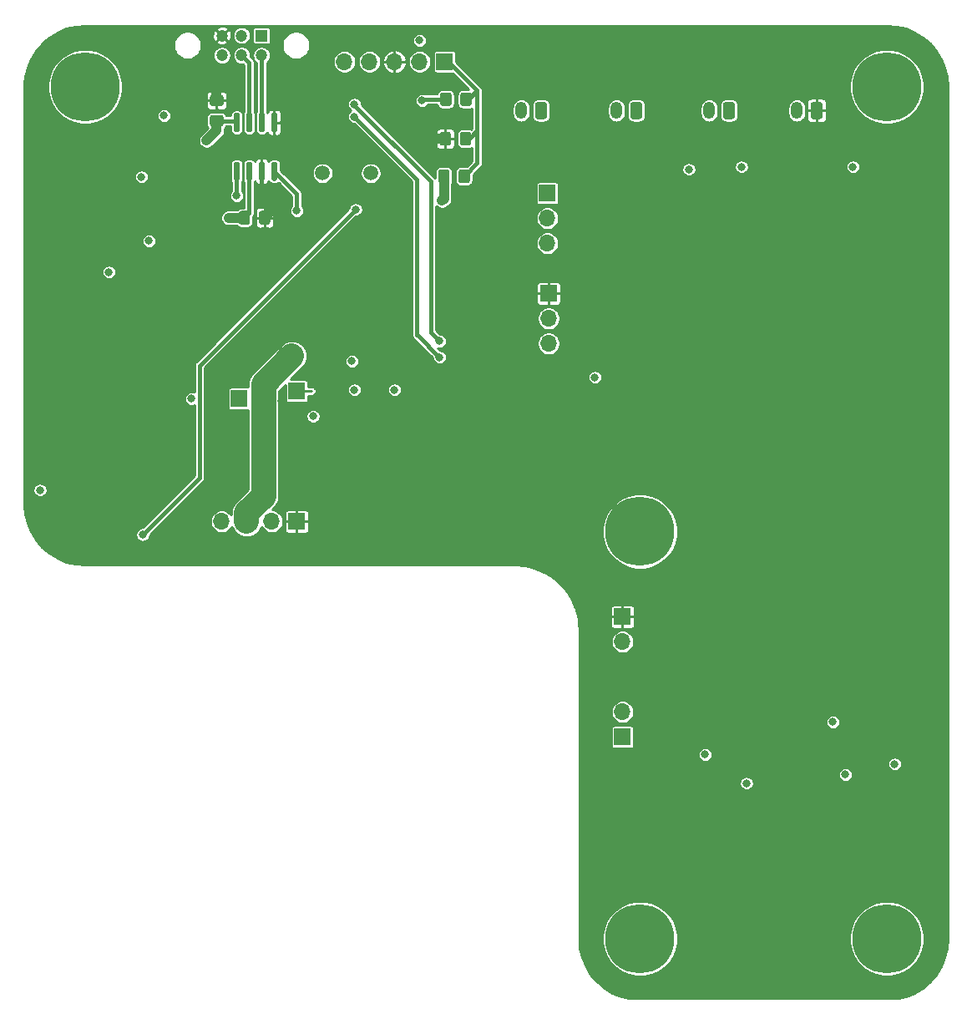
<source format=gbr>
%TF.GenerationSoftware,KiCad,Pcbnew,(5.1.9)-1*%
%TF.CreationDate,2021-07-15T19:20:44-04:00*%
%TF.ProjectId,detector_support,64657465-6374-46f7-925f-737570706f72,rev?*%
%TF.SameCoordinates,Original*%
%TF.FileFunction,Copper,L4,Bot*%
%TF.FilePolarity,Positive*%
%FSLAX46Y46*%
G04 Gerber Fmt 4.6, Leading zero omitted, Abs format (unit mm)*
G04 Created by KiCad (PCBNEW (5.1.9)-1) date 2021-07-15 19:20:44*
%MOMM*%
%LPD*%
G01*
G04 APERTURE LIST*
%TA.AperFunction,ComponentPad*%
%ADD10R,1.700000X1.700000*%
%TD*%
%TA.AperFunction,ComponentPad*%
%ADD11C,7.000000*%
%TD*%
%TA.AperFunction,ComponentPad*%
%ADD12O,1.700000X1.700000*%
%TD*%
%TA.AperFunction,ComponentPad*%
%ADD13C,1.200000*%
%TD*%
%TA.AperFunction,ComponentPad*%
%ADD14R,1.200000X1.200000*%
%TD*%
%TA.AperFunction,ComponentPad*%
%ADD15C,1.500000*%
%TD*%
%TA.AperFunction,ComponentPad*%
%ADD16O,1.200000X1.750000*%
%TD*%
%TA.AperFunction,ViaPad*%
%ADD17C,0.800000*%
%TD*%
%TA.AperFunction,Conductor*%
%ADD18C,1.000000*%
%TD*%
%TA.AperFunction,Conductor*%
%ADD19C,0.420000*%
%TD*%
%TA.AperFunction,Conductor*%
%ADD20C,0.250000*%
%TD*%
%TA.AperFunction,Conductor*%
%ADD21C,2.500000*%
%TD*%
%TA.AperFunction,Conductor*%
%ADD22C,0.254000*%
%TD*%
%TA.AperFunction,Conductor*%
%ADD23C,0.100000*%
%TD*%
G04 APERTURE END LIST*
D10*
%TO.P,TP2,1*%
%TO.N,/INTERUPT_OUT*%
X105791000Y-86233000D03*
%TD*%
D11*
%TO.P,REF\u002A\u002A,1*%
%TO.N,N/C*%
X146431000Y-140970000D03*
%TD*%
D12*
%TO.P,J11,4*%
%TO.N,/SIPM_OUT_DET*%
X104013000Y-98679000D03*
%TO.P,J11,3*%
%TO.N,/DET_ADC*%
X106553000Y-98679000D03*
%TO.P,J11,2*%
%TO.N,/AMP_OUT*%
X109093000Y-98679000D03*
D10*
%TO.P,J11,1*%
%TO.N,GND*%
X111633000Y-98679000D03*
%TD*%
D12*
%TO.P,J2,2*%
%TO.N,+4.7V*%
X144653000Y-110871000D03*
D10*
%TO.P,J2,1*%
%TO.N,GND*%
X144653000Y-108331000D03*
%TD*%
D11*
%TO.P,REF\u002A\u002A,1*%
%TO.N,N/C*%
X90170000Y-54610000D03*
%TD*%
%TO.P,REF\u002A\u002A,1*%
%TO.N,N/C*%
X171450000Y-54610000D03*
%TD*%
%TO.P,REF\u002A\u002A,1*%
%TO.N,N/C*%
X171450000Y-140970000D03*
%TD*%
%TO.P,REF\u002A\u002A,1*%
%TO.N,N/C*%
X146431000Y-99695000D03*
%TD*%
%TO.P,C13,2*%
%TO.N,GND*%
%TA.AperFunction,SMDPad,CuDef*%
G36*
G01*
X107790400Y-68344201D02*
X107790400Y-67444199D01*
G75*
G02*
X108040399Y-67194200I249999J0D01*
G01*
X108690401Y-67194200D01*
G75*
G02*
X108940400Y-67444199I0J-249999D01*
G01*
X108940400Y-68344201D01*
G75*
G02*
X108690401Y-68594200I-249999J0D01*
G01*
X108040399Y-68594200D01*
G75*
G02*
X107790400Y-68344201I0J249999D01*
G01*
G37*
%TD.AperFunction*%
%TO.P,C13,1*%
%TO.N,+5V*%
%TA.AperFunction,SMDPad,CuDef*%
G36*
G01*
X105740400Y-68344201D02*
X105740400Y-67444199D01*
G75*
G02*
X105990399Y-67194200I249999J0D01*
G01*
X106640401Y-67194200D01*
G75*
G02*
X106890400Y-67444199I0J-249999D01*
G01*
X106890400Y-68344201D01*
G75*
G02*
X106640401Y-68594200I-249999J0D01*
G01*
X105990399Y-68594200D01*
G75*
G02*
X105740400Y-68344201I0J249999D01*
G01*
G37*
%TD.AperFunction*%
%TD*%
%TO.P,U10,8*%
%TO.N,GND*%
%TA.AperFunction,SMDPad,CuDef*%
G36*
G01*
X109497000Y-59206000D02*
X109197000Y-59206000D01*
G75*
G02*
X109047000Y-59056000I0J150000D01*
G01*
X109047000Y-57406000D01*
G75*
G02*
X109197000Y-57256000I150000J0D01*
G01*
X109497000Y-57256000D01*
G75*
G02*
X109647000Y-57406000I0J-150000D01*
G01*
X109647000Y-59056000D01*
G75*
G02*
X109497000Y-59206000I-150000J0D01*
G01*
G37*
%TD.AperFunction*%
%TO.P,U10,7*%
%TO.N,/Microcontroller [DO NOT PLACE]/CANH*%
%TA.AperFunction,SMDPad,CuDef*%
G36*
G01*
X108227000Y-59206000D02*
X107927000Y-59206000D01*
G75*
G02*
X107777000Y-59056000I0J150000D01*
G01*
X107777000Y-57406000D01*
G75*
G02*
X107927000Y-57256000I150000J0D01*
G01*
X108227000Y-57256000D01*
G75*
G02*
X108377000Y-57406000I0J-150000D01*
G01*
X108377000Y-59056000D01*
G75*
G02*
X108227000Y-59206000I-150000J0D01*
G01*
G37*
%TD.AperFunction*%
%TO.P,U10,6*%
%TO.N,/Microcontroller [DO NOT PLACE]/CANL*%
%TA.AperFunction,SMDPad,CuDef*%
G36*
G01*
X106957000Y-59206000D02*
X106657000Y-59206000D01*
G75*
G02*
X106507000Y-59056000I0J150000D01*
G01*
X106507000Y-57406000D01*
G75*
G02*
X106657000Y-57256000I150000J0D01*
G01*
X106957000Y-57256000D01*
G75*
G02*
X107107000Y-57406000I0J-150000D01*
G01*
X107107000Y-59056000D01*
G75*
G02*
X106957000Y-59206000I-150000J0D01*
G01*
G37*
%TD.AperFunction*%
%TO.P,U10,5*%
%TO.N,+5V*%
%TA.AperFunction,SMDPad,CuDef*%
G36*
G01*
X105687000Y-59206000D02*
X105387000Y-59206000D01*
G75*
G02*
X105237000Y-59056000I0J150000D01*
G01*
X105237000Y-57406000D01*
G75*
G02*
X105387000Y-57256000I150000J0D01*
G01*
X105687000Y-57256000D01*
G75*
G02*
X105837000Y-57406000I0J-150000D01*
G01*
X105837000Y-59056000D01*
G75*
G02*
X105687000Y-59206000I-150000J0D01*
G01*
G37*
%TD.AperFunction*%
%TO.P,U10,4*%
%TO.N,/Microcontroller [DO NOT PLACE]/PIC_RX*%
%TA.AperFunction,SMDPad,CuDef*%
G36*
G01*
X105687000Y-64156000D02*
X105387000Y-64156000D01*
G75*
G02*
X105237000Y-64006000I0J150000D01*
G01*
X105237000Y-62356000D01*
G75*
G02*
X105387000Y-62206000I150000J0D01*
G01*
X105687000Y-62206000D01*
G75*
G02*
X105837000Y-62356000I0J-150000D01*
G01*
X105837000Y-64006000D01*
G75*
G02*
X105687000Y-64156000I-150000J0D01*
G01*
G37*
%TD.AperFunction*%
%TO.P,U10,3*%
%TO.N,+5V*%
%TA.AperFunction,SMDPad,CuDef*%
G36*
G01*
X106957000Y-64156000D02*
X106657000Y-64156000D01*
G75*
G02*
X106507000Y-64006000I0J150000D01*
G01*
X106507000Y-62356000D01*
G75*
G02*
X106657000Y-62206000I150000J0D01*
G01*
X106957000Y-62206000D01*
G75*
G02*
X107107000Y-62356000I0J-150000D01*
G01*
X107107000Y-64006000D01*
G75*
G02*
X106957000Y-64156000I-150000J0D01*
G01*
G37*
%TD.AperFunction*%
%TO.P,U10,2*%
%TO.N,GND*%
%TA.AperFunction,SMDPad,CuDef*%
G36*
G01*
X108227000Y-64156000D02*
X107927000Y-64156000D01*
G75*
G02*
X107777000Y-64006000I0J150000D01*
G01*
X107777000Y-62356000D01*
G75*
G02*
X107927000Y-62206000I150000J0D01*
G01*
X108227000Y-62206000D01*
G75*
G02*
X108377000Y-62356000I0J-150000D01*
G01*
X108377000Y-64006000D01*
G75*
G02*
X108227000Y-64156000I-150000J0D01*
G01*
G37*
%TD.AperFunction*%
%TO.P,U10,1*%
%TO.N,/Microcontroller [DO NOT PLACE]/PIC_TX*%
%TA.AperFunction,SMDPad,CuDef*%
G36*
G01*
X109497000Y-64156000D02*
X109197000Y-64156000D01*
G75*
G02*
X109047000Y-64006000I0J150000D01*
G01*
X109047000Y-62356000D01*
G75*
G02*
X109197000Y-62206000I150000J0D01*
G01*
X109497000Y-62206000D01*
G75*
G02*
X109647000Y-62356000I0J-150000D01*
G01*
X109647000Y-64006000D01*
G75*
G02*
X109497000Y-64156000I-150000J0D01*
G01*
G37*
%TD.AperFunction*%
%TD*%
D13*
%TO.P,J10,4*%
%TO.N,/Microcontroller [DO NOT PLACE]/CANH*%
X108045000Y-51419000D03*
%TO.P,J10,5*%
%TO.N,/Microcontroller [DO NOT PLACE]/CANL*%
X106045000Y-51419000D03*
%TO.P,J10,6*%
%TO.N,Net-(J10-Pad6)*%
X104045000Y-51419000D03*
%TO.P,J10,3*%
%TO.N,GND*%
X104045000Y-49419000D03*
D14*
%TO.P,J10,1*%
%TO.N,Net-(J10-Pad1)*%
X108045000Y-49419000D03*
D13*
%TO.P,J10,2*%
%TO.N,Net-(J10-Pad2)*%
X106045000Y-49419000D03*
%TD*%
D15*
%TO.P,Y1,2*%
%TO.N,/Microcontroller [DO NOT PLACE]/OSC2*%
X114246000Y-63373000D03*
%TO.P,Y1,1*%
%TO.N,/Microcontroller [DO NOT PLACE]/OSC1*%
X119126000Y-63373000D03*
%TD*%
D10*
%TO.P,J1,1*%
%TO.N,/Microcontroller [DO NOT PLACE]/MCLR*%
X126619000Y-52070000D03*
D12*
%TO.P,J1,2*%
%TO.N,+5V*%
X124079000Y-52070000D03*
%TO.P,J1,3*%
%TO.N,GND*%
X121539000Y-52070000D03*
%TO.P,J1,4*%
%TO.N,/Microcontroller [DO NOT PLACE]/ICSPDAT*%
X118999000Y-52070000D03*
%TO.P,J1,5*%
%TO.N,/Microcontroller [DO NOT PLACE]/ICSPCLK*%
X116459000Y-52070000D03*
%TD*%
D16*
%TO.P,J6,2*%
%TO.N,Net-(F6-Pad2)*%
X162338000Y-57023000D03*
%TO.P,J6,1*%
%TO.N,GND*%
%TA.AperFunction,ComponentPad*%
G36*
G01*
X164938000Y-56397999D02*
X164938000Y-57648001D01*
G75*
G02*
X164688001Y-57898000I-249999J0D01*
G01*
X163987999Y-57898000D01*
G75*
G02*
X163738000Y-57648001I0J249999D01*
G01*
X163738000Y-56397999D01*
G75*
G02*
X163987999Y-56148000I249999J0D01*
G01*
X164688001Y-56148000D01*
G75*
G02*
X164938000Y-56397999I0J-249999D01*
G01*
G37*
%TD.AperFunction*%
%TD*%
%TO.P,J5,2*%
%TO.N,Net-(F5-Pad2)*%
X153448000Y-57023000D03*
%TO.P,J5,1*%
%TO.N,Net-(F6-Pad1)*%
%TA.AperFunction,ComponentPad*%
G36*
G01*
X156048000Y-56397999D02*
X156048000Y-57648001D01*
G75*
G02*
X155798001Y-57898000I-249999J0D01*
G01*
X155097999Y-57898000D01*
G75*
G02*
X154848000Y-57648001I0J249999D01*
G01*
X154848000Y-56397999D01*
G75*
G02*
X155097999Y-56148000I249999J0D01*
G01*
X155798001Y-56148000D01*
G75*
G02*
X156048000Y-56397999I0J-249999D01*
G01*
G37*
%TD.AperFunction*%
%TD*%
%TO.P,J4,2*%
%TO.N,Net-(F4-Pad2)*%
X144050000Y-57023000D03*
%TO.P,J4,1*%
%TO.N,Net-(F5-Pad1)*%
%TA.AperFunction,ComponentPad*%
G36*
G01*
X146650000Y-56397999D02*
X146650000Y-57648001D01*
G75*
G02*
X146400001Y-57898000I-249999J0D01*
G01*
X145699999Y-57898000D01*
G75*
G02*
X145450000Y-57648001I0J249999D01*
G01*
X145450000Y-56397999D01*
G75*
G02*
X145699999Y-56148000I249999J0D01*
G01*
X146400001Y-56148000D01*
G75*
G02*
X146650000Y-56397999I0J-249999D01*
G01*
G37*
%TD.AperFunction*%
%TD*%
%TO.P,J3,2*%
%TO.N,+BATT*%
X134398000Y-57023000D03*
%TO.P,J3,1*%
%TO.N,Net-(F4-Pad1)*%
%TA.AperFunction,ComponentPad*%
G36*
G01*
X136998000Y-56397999D02*
X136998000Y-57648001D01*
G75*
G02*
X136748001Y-57898000I-249999J0D01*
G01*
X136047999Y-57898000D01*
G75*
G02*
X135798000Y-57648001I0J249999D01*
G01*
X135798000Y-56397999D01*
G75*
G02*
X136047999Y-56148000I249999J0D01*
G01*
X136748001Y-56148000D01*
G75*
G02*
X136998000Y-56397999I0J-249999D01*
G01*
G37*
%TD.AperFunction*%
%TD*%
D12*
%TO.P,J9,2*%
%TO.N,+36V*%
X144653000Y-117983000D03*
D10*
%TO.P,J9,1*%
%TO.N,/SIPM_OUT*%
X144653000Y-120523000D03*
%TD*%
D12*
%TO.P,JP2,3*%
%TO.N,+12V*%
X137033000Y-70485000D03*
%TO.P,JP2,2*%
%TO.N,Net-(C7-Pad1)*%
X137033000Y-67945000D03*
D10*
%TO.P,JP2,1*%
%TO.N,+BATT*%
X137033000Y-65405000D03*
%TD*%
D12*
%TO.P,J7,3*%
%TO.N,Net-(F3-Pad2)*%
X137160000Y-80645000D03*
%TO.P,J7,2*%
%TO.N,Net-(F1-Pad2)*%
X137160000Y-78105000D03*
D10*
%TO.P,J7,1*%
%TO.N,GND*%
X137160000Y-75565000D03*
%TD*%
%TO.P,TP17,1*%
%TO.N,Net-(R28-Pad2)*%
X111633000Y-85471000D03*
%TD*%
%TO.P,R10,2*%
%TO.N,/Microcontroller [DO NOT PLACE]/MCLR*%
%TA.AperFunction,SMDPad,CuDef*%
G36*
G01*
X128021500Y-64140501D02*
X128021500Y-63240499D01*
G75*
G02*
X128271499Y-62990500I249999J0D01*
G01*
X128921501Y-62990500D01*
G75*
G02*
X129171500Y-63240499I0J-249999D01*
G01*
X129171500Y-64140501D01*
G75*
G02*
X128921501Y-64390500I-249999J0D01*
G01*
X128271499Y-64390500D01*
G75*
G02*
X128021500Y-64140501I0J249999D01*
G01*
G37*
%TD.AperFunction*%
%TO.P,R10,1*%
%TO.N,+5V*%
%TA.AperFunction,SMDPad,CuDef*%
G36*
G01*
X125971500Y-64140501D02*
X125971500Y-63240499D01*
G75*
G02*
X126221499Y-62990500I249999J0D01*
G01*
X126871501Y-62990500D01*
G75*
G02*
X127121500Y-63240499I0J-249999D01*
G01*
X127121500Y-64140501D01*
G75*
G02*
X126871501Y-64390500I-249999J0D01*
G01*
X126221499Y-64390500D01*
G75*
G02*
X125971500Y-64140501I0J249999D01*
G01*
G37*
%TD.AperFunction*%
%TD*%
%TO.P,R6,2*%
%TO.N,/Microcontroller [DO NOT PLACE]/MCLR*%
%TA.AperFunction,SMDPad,CuDef*%
G36*
G01*
X128212000Y-56330001D02*
X128212000Y-55429999D01*
G75*
G02*
X128461999Y-55180000I249999J0D01*
G01*
X129112001Y-55180000D01*
G75*
G02*
X129362000Y-55429999I0J-249999D01*
G01*
X129362000Y-56330001D01*
G75*
G02*
X129112001Y-56580000I-249999J0D01*
G01*
X128461999Y-56580000D01*
G75*
G02*
X128212000Y-56330001I0J249999D01*
G01*
G37*
%TD.AperFunction*%
%TO.P,R6,1*%
%TO.N,Net-(R6-Pad1)*%
%TA.AperFunction,SMDPad,CuDef*%
G36*
G01*
X126162000Y-56330001D02*
X126162000Y-55429999D01*
G75*
G02*
X126411999Y-55180000I249999J0D01*
G01*
X127062001Y-55180000D01*
G75*
G02*
X127312000Y-55429999I0J-249999D01*
G01*
X127312000Y-56330001D01*
G75*
G02*
X127062001Y-56580000I-249999J0D01*
G01*
X126411999Y-56580000D01*
G75*
G02*
X126162000Y-56330001I0J249999D01*
G01*
G37*
%TD.AperFunction*%
%TD*%
%TO.P,C14,2*%
%TO.N,GND*%
%TA.AperFunction,SMDPad,CuDef*%
G36*
G01*
X103955001Y-56582000D02*
X103054999Y-56582000D01*
G75*
G02*
X102805000Y-56332001I0J249999D01*
G01*
X102805000Y-55681999D01*
G75*
G02*
X103054999Y-55432000I249999J0D01*
G01*
X103955001Y-55432000D01*
G75*
G02*
X104205000Y-55681999I0J-249999D01*
G01*
X104205000Y-56332001D01*
G75*
G02*
X103955001Y-56582000I-249999J0D01*
G01*
G37*
%TD.AperFunction*%
%TO.P,C14,1*%
%TO.N,+5V*%
%TA.AperFunction,SMDPad,CuDef*%
G36*
G01*
X103955001Y-58632000D02*
X103054999Y-58632000D01*
G75*
G02*
X102805000Y-58382001I0J249999D01*
G01*
X102805000Y-57731999D01*
G75*
G02*
X103054999Y-57482000I249999J0D01*
G01*
X103955001Y-57482000D01*
G75*
G02*
X104205000Y-57731999I0J-249999D01*
G01*
X104205000Y-58382001D01*
G75*
G02*
X103955001Y-58632000I-249999J0D01*
G01*
G37*
%TD.AperFunction*%
%TD*%
%TO.P,C3,2*%
%TO.N,GND*%
%TA.AperFunction,SMDPad,CuDef*%
G36*
G01*
X127257500Y-59430499D02*
X127257500Y-60330501D01*
G75*
G02*
X127007501Y-60580500I-249999J0D01*
G01*
X126357499Y-60580500D01*
G75*
G02*
X126107500Y-60330501I0J249999D01*
G01*
X126107500Y-59430499D01*
G75*
G02*
X126357499Y-59180500I249999J0D01*
G01*
X127007501Y-59180500D01*
G75*
G02*
X127257500Y-59430499I0J-249999D01*
G01*
G37*
%TD.AperFunction*%
%TO.P,C3,1*%
%TO.N,/Microcontroller [DO NOT PLACE]/MCLR*%
%TA.AperFunction,SMDPad,CuDef*%
G36*
G01*
X129307500Y-59430499D02*
X129307500Y-60330501D01*
G75*
G02*
X129057501Y-60580500I-249999J0D01*
G01*
X128407499Y-60580500D01*
G75*
G02*
X128157500Y-60330501I0J249999D01*
G01*
X128157500Y-59430499D01*
G75*
G02*
X128407499Y-59180500I249999J0D01*
G01*
X129057501Y-59180500D01*
G75*
G02*
X129307500Y-59430499I0J-249999D01*
G01*
G37*
%TD.AperFunction*%
%TD*%
D17*
%TO.N,GND*%
X120904000Y-93599000D03*
X149098000Y-89027000D03*
X159385000Y-67691000D03*
X164338000Y-85471000D03*
X171323000Y-85471000D03*
X173863000Y-85471000D03*
X164973000Y-86741000D03*
X172593000Y-86741000D03*
X166243000Y-88011000D03*
X171323000Y-88011000D03*
X173863000Y-88011000D03*
X164973000Y-89281000D03*
X172593000Y-89281000D03*
X166243000Y-90551000D03*
X168783000Y-90551000D03*
X171323000Y-90551000D03*
X173863000Y-90551000D03*
X164973000Y-91821000D03*
X167513000Y-91821000D03*
X170053000Y-91821000D03*
X172593000Y-91821000D03*
X166243000Y-93091000D03*
X168783000Y-93091000D03*
X171323000Y-93091000D03*
X173863000Y-93091000D03*
X153035000Y-90424000D03*
X155575000Y-90424000D03*
X158115000Y-90424000D03*
X151765000Y-91694000D03*
X154305000Y-91694000D03*
X156845000Y-91694000D03*
X170053000Y-89281000D03*
X167513000Y-89281000D03*
X167513000Y-86741000D03*
X168783000Y-88011000D03*
X168783000Y-85471000D03*
X170053000Y-86741000D03*
X110109000Y-86487000D03*
X113284000Y-93599000D03*
X120904000Y-97155000D03*
X100203000Y-57531000D03*
X164338000Y-59817000D03*
X162306000Y-125222000D03*
X148463000Y-125095000D03*
X153035000Y-118999000D03*
X98298000Y-95631000D03*
X100965000Y-80391000D03*
X101854000Y-75057000D03*
X86868000Y-75565000D03*
X86868000Y-89408000D03*
X110553500Y-59372500D03*
X151765000Y-86614000D03*
X150495000Y-87884000D03*
X151765000Y-84074000D03*
X153035000Y-82804000D03*
X155575000Y-82804000D03*
X154305000Y-84074000D03*
X151765000Y-81534000D03*
X149225000Y-84074000D03*
X156845000Y-81534000D03*
X154305000Y-81534000D03*
X150495000Y-82804000D03*
X149225000Y-81534000D03*
X150495000Y-85344000D03*
X153035000Y-85344000D03*
X156845000Y-86614000D03*
X154305000Y-89154000D03*
X158115000Y-85344000D03*
X149225000Y-86614000D03*
X156845000Y-84074000D03*
X155575000Y-87884000D03*
X150495000Y-90424000D03*
X153035000Y-87884000D03*
X151765000Y-89154000D03*
X156845000Y-89154000D03*
X155575000Y-85344000D03*
X158115000Y-87884000D03*
X154305000Y-86614000D03*
X158115000Y-82804000D03*
X116205000Y-67056000D03*
X124650500Y-59880500D03*
X112395000Y-83693000D03*
X159004000Y-104140000D03*
X157734000Y-104775000D03*
X160274000Y-104140000D03*
X160812023Y-108808977D03*
X163449000Y-106934000D03*
X161544000Y-103505000D03*
X161544000Y-104775000D03*
X157734000Y-103505000D03*
X87249000Y-82296000D03*
X165989000Y-124968000D03*
X175768000Y-120904000D03*
X164211000Y-111633000D03*
X170561000Y-125095000D03*
X168656000Y-128778000D03*
X156210000Y-101219000D03*
X153788000Y-101210000D03*
X95168000Y-79629000D03*
X95168000Y-93771000D03*
X155448000Y-114808000D03*
X151892000Y-114681000D03*
X172729000Y-101609000D03*
X122174000Y-57467500D03*
X109093000Y-65659000D03*
X146177000Y-83947000D03*
X100203000Y-65786000D03*
X85788500Y-99504500D03*
X103505000Y-54483000D03*
X111760000Y-93345000D03*
X137922000Y-90424000D03*
X137922000Y-95504000D03*
X137922000Y-85344000D03*
X153797000Y-71247000D03*
%TO.N,+5V*%
X96647000Y-70231000D03*
X98171000Y-57531000D03*
X141859000Y-84074000D03*
X153035000Y-122301000D03*
X124079000Y-49911000D03*
X117221000Y-82423000D03*
X167259000Y-124333000D03*
X172255000Y-123274000D03*
X151384000Y-62992000D03*
X156718000Y-62738000D03*
X168021000Y-62738000D03*
X104724200Y-67894200D03*
X102489000Y-60071000D03*
X126365000Y-66167000D03*
X121539000Y-85344000D03*
X113284000Y-88011000D03*
X117475000Y-85344000D03*
%TO.N,+36V*%
X157226000Y-125222000D03*
%TO.N,+3V3*%
X85598000Y-95504000D03*
X100965000Y-86233000D03*
X95885000Y-63754000D03*
X92583000Y-73406000D03*
%TO.N,/Microcontroller [DO NOT PLACE]/ICSPCLK*%
X117475000Y-57658000D03*
X126111000Y-82042000D03*
%TO.N,/Microcontroller [DO NOT PLACE]/ICSPDAT*%
X126111000Y-80391000D03*
X117475000Y-56388000D03*
%TO.N,Net-(R6-Pad1)*%
X124333000Y-56007000D03*
%TO.N,/Microcontroller [DO NOT PLACE]/CS*%
X96012000Y-100012500D03*
X117602000Y-67056000D03*
%TO.N,/DET_ADC*%
X111125000Y-81915000D03*
%TO.N,/Microcontroller [DO NOT PLACE]/PIC_RX*%
X105537000Y-65659000D03*
%TO.N,/Microcontroller [DO NOT PLACE]/PIC_TX*%
X111633000Y-67183000D03*
%TO.N,+4.7V*%
X165989000Y-118999000D03*
%TD*%
D18*
%TO.N,GND*%
X124650500Y-59880500D02*
X126682500Y-59880500D01*
D19*
X108077000Y-64643000D02*
X109093000Y-65659000D01*
X108077000Y-63181000D02*
X108077000Y-64643000D01*
D18*
X109093000Y-67166600D02*
X108365400Y-67894200D01*
X109093000Y-65659000D02*
X109093000Y-67166600D01*
X103505000Y-56007000D02*
X103505000Y-54483000D01*
X103505000Y-54483000D02*
X103505000Y-54483000D01*
%TO.N,+5V*%
X106315400Y-67894200D02*
X105232200Y-67894200D01*
X105232200Y-67894200D02*
X104724200Y-67894200D01*
X104724200Y-67894200D02*
X104724200Y-67894200D01*
D19*
X106807000Y-67402600D02*
X106315400Y-67894200D01*
X106807000Y-63181000D02*
X106807000Y-67402600D01*
X105363000Y-58057000D02*
X105537000Y-58231000D01*
X103505000Y-58057000D02*
X105363000Y-58057000D01*
D18*
X103505000Y-58057000D02*
X103505000Y-59055000D01*
X103505000Y-59055000D02*
X102489000Y-60071000D01*
X102489000Y-60071000D02*
X102489000Y-60071000D01*
X126546500Y-63690500D02*
X126546500Y-65985500D01*
X126546500Y-65985500D02*
X126365000Y-66167000D01*
X126365000Y-66167000D02*
X126365000Y-66167000D01*
D19*
%TO.N,/Microcontroller [DO NOT PLACE]/MCLR*%
X126619000Y-52070000D02*
X127000000Y-52070000D01*
X127000000Y-52070000D02*
X129921000Y-54991000D01*
X129921000Y-62366000D02*
X128596500Y-63690500D01*
X129095500Y-59880500D02*
X129921000Y-59055000D01*
X128732500Y-59880500D02*
X129095500Y-59880500D01*
X129921000Y-59055000D02*
X129921000Y-62366000D01*
X129921000Y-54991000D02*
X129921000Y-59055000D01*
X129032000Y-55880000D02*
X129921000Y-54991000D01*
X128787000Y-55880000D02*
X129032000Y-55880000D01*
%TO.N,/Microcontroller [DO NOT PLACE]/ICSPCLK*%
X123952000Y-79883000D02*
X126111000Y-82042000D01*
X123825000Y-64008000D02*
X117475000Y-57658000D01*
X123825000Y-79756000D02*
X123952000Y-79883000D01*
X123825000Y-64008000D02*
X123825000Y-79756000D01*
%TO.N,/Microcontroller [DO NOT PLACE]/ICSPDAT*%
X117475000Y-56459198D02*
X117475000Y-56388000D01*
X125222000Y-64206198D02*
X117475000Y-56459198D01*
X125222000Y-79502000D02*
X125222000Y-64206198D01*
X126111000Y-80391000D02*
X125222000Y-79502000D01*
%TO.N,/Microcontroller [DO NOT PLACE]/CANL*%
X106807000Y-52181000D02*
X106045000Y-51419000D01*
X106807000Y-58231000D02*
X106807000Y-52181000D01*
%TO.N,/Microcontroller [DO NOT PLACE]/CANH*%
X108077000Y-51451000D02*
X108045000Y-51419000D01*
X108077000Y-58231000D02*
X108077000Y-51451000D01*
%TO.N,Net-(R6-Pad1)*%
X124460000Y-55880000D02*
X124333000Y-56007000D01*
X126737000Y-55880000D02*
X124460000Y-55880000D01*
%TO.N,/Microcontroller [DO NOT PLACE]/CS*%
X101775001Y-82882999D02*
X117602000Y-67056000D01*
X101775001Y-94249499D02*
X101775001Y-82882999D01*
X96012000Y-100012500D02*
X101775001Y-94249499D01*
D20*
%TO.N,Net-(R28-Pad2)*%
X112141000Y-85471000D02*
X113157000Y-85471000D01*
D21*
%TO.N,/DET_ADC*%
X106553000Y-97814998D02*
X106553000Y-98679000D01*
X108258999Y-96108999D02*
X106553000Y-97814998D01*
X108258999Y-84781001D02*
X108258999Y-96108999D01*
X111125000Y-81915000D02*
X108258999Y-84781001D01*
D19*
%TO.N,/Microcontroller [DO NOT PLACE]/PIC_RX*%
X105537000Y-63181000D02*
X105537000Y-65659000D01*
%TO.N,/Microcontroller [DO NOT PLACE]/PIC_TX*%
X111633000Y-65467000D02*
X111633000Y-67183000D01*
X109347000Y-63181000D02*
X111633000Y-65467000D01*
%TD*%
D22*
%TO.N,GND*%
X103890302Y-48445467D02*
X103703347Y-48494353D01*
X103529522Y-48578773D01*
X103465997Y-48621220D01*
X103415677Y-48788970D01*
X104045000Y-49418293D01*
X104674323Y-48788970D01*
X104624003Y-48621220D01*
X104457239Y-48523591D01*
X104274632Y-48460372D01*
X104105029Y-48437000D01*
X171443051Y-48437000D01*
X172415585Y-48513540D01*
X173357388Y-48739647D01*
X174252239Y-49110307D01*
X175078075Y-49616379D01*
X175814583Y-50245417D01*
X176443620Y-50981925D01*
X176949694Y-51807764D01*
X177320353Y-52702612D01*
X177546460Y-53644420D01*
X177623000Y-54616950D01*
X177623001Y-140963037D01*
X177546460Y-141935580D01*
X177320353Y-142877388D01*
X176949694Y-143772236D01*
X176443620Y-144598075D01*
X175814583Y-145334583D01*
X175078075Y-145963621D01*
X174252239Y-146469693D01*
X173357388Y-146840353D01*
X172598104Y-147022641D01*
X145282900Y-147022641D01*
X144523612Y-146840353D01*
X143628764Y-146469694D01*
X142802925Y-145963620D01*
X142066417Y-145334583D01*
X141437379Y-144598075D01*
X140931307Y-143772239D01*
X140560647Y-142877388D01*
X140334540Y-141935585D01*
X140258000Y-140963051D01*
X140258000Y-140593073D01*
X142604000Y-140593073D01*
X142604000Y-141346927D01*
X142751070Y-142086295D01*
X143039557Y-142782764D01*
X143458375Y-143409570D01*
X143991430Y-143942625D01*
X144618236Y-144361443D01*
X145314705Y-144649930D01*
X146054073Y-144797000D01*
X146807927Y-144797000D01*
X147547295Y-144649930D01*
X148243764Y-144361443D01*
X148870570Y-143942625D01*
X149403625Y-143409570D01*
X149822443Y-142782764D01*
X150110930Y-142086295D01*
X150258000Y-141346927D01*
X150258000Y-140593073D01*
X167623000Y-140593073D01*
X167623000Y-141346927D01*
X167770070Y-142086295D01*
X168058557Y-142782764D01*
X168477375Y-143409570D01*
X169010430Y-143942625D01*
X169637236Y-144361443D01*
X170333705Y-144649930D01*
X171073073Y-144797000D01*
X171826927Y-144797000D01*
X172566295Y-144649930D01*
X173262764Y-144361443D01*
X173889570Y-143942625D01*
X174422625Y-143409570D01*
X174841443Y-142782764D01*
X175129930Y-142086295D01*
X175277000Y-141346927D01*
X175277000Y-140593073D01*
X175129930Y-139853705D01*
X174841443Y-139157236D01*
X174422625Y-138530430D01*
X173889570Y-137997375D01*
X173262764Y-137578557D01*
X172566295Y-137290070D01*
X171826927Y-137143000D01*
X171073073Y-137143000D01*
X170333705Y-137290070D01*
X169637236Y-137578557D01*
X169010430Y-137997375D01*
X168477375Y-138530430D01*
X168058557Y-139157236D01*
X167770070Y-139853705D01*
X167623000Y-140593073D01*
X150258000Y-140593073D01*
X150110930Y-139853705D01*
X149822443Y-139157236D01*
X149403625Y-138530430D01*
X148870570Y-137997375D01*
X148243764Y-137578557D01*
X147547295Y-137290070D01*
X146807927Y-137143000D01*
X146054073Y-137143000D01*
X145314705Y-137290070D01*
X144618236Y-137578557D01*
X143991430Y-137997375D01*
X143458375Y-138530430D01*
X143039557Y-139157236D01*
X142751070Y-139853705D01*
X142604000Y-140593073D01*
X140258000Y-140593073D01*
X140258000Y-125150397D01*
X156499000Y-125150397D01*
X156499000Y-125293603D01*
X156526938Y-125434058D01*
X156581741Y-125566364D01*
X156661302Y-125685436D01*
X156762564Y-125786698D01*
X156881636Y-125866259D01*
X157013942Y-125921062D01*
X157154397Y-125949000D01*
X157297603Y-125949000D01*
X157438058Y-125921062D01*
X157570364Y-125866259D01*
X157689436Y-125786698D01*
X157790698Y-125685436D01*
X157870259Y-125566364D01*
X157925062Y-125434058D01*
X157953000Y-125293603D01*
X157953000Y-125150397D01*
X157925062Y-125009942D01*
X157870259Y-124877636D01*
X157790698Y-124758564D01*
X157689436Y-124657302D01*
X157570364Y-124577741D01*
X157438058Y-124522938D01*
X157297603Y-124495000D01*
X157154397Y-124495000D01*
X157013942Y-124522938D01*
X156881636Y-124577741D01*
X156762564Y-124657302D01*
X156661302Y-124758564D01*
X156581741Y-124877636D01*
X156526938Y-125009942D01*
X156499000Y-125150397D01*
X140258000Y-125150397D01*
X140258000Y-124261397D01*
X166532000Y-124261397D01*
X166532000Y-124404603D01*
X166559938Y-124545058D01*
X166614741Y-124677364D01*
X166694302Y-124796436D01*
X166795564Y-124897698D01*
X166914636Y-124977259D01*
X167046942Y-125032062D01*
X167187397Y-125060000D01*
X167330603Y-125060000D01*
X167471058Y-125032062D01*
X167603364Y-124977259D01*
X167722436Y-124897698D01*
X167823698Y-124796436D01*
X167903259Y-124677364D01*
X167958062Y-124545058D01*
X167986000Y-124404603D01*
X167986000Y-124261397D01*
X167958062Y-124120942D01*
X167903259Y-123988636D01*
X167823698Y-123869564D01*
X167722436Y-123768302D01*
X167603364Y-123688741D01*
X167471058Y-123633938D01*
X167330603Y-123606000D01*
X167187397Y-123606000D01*
X167046942Y-123633938D01*
X166914636Y-123688741D01*
X166795564Y-123768302D01*
X166694302Y-123869564D01*
X166614741Y-123988636D01*
X166559938Y-124120942D01*
X166532000Y-124261397D01*
X140258000Y-124261397D01*
X140258000Y-123202397D01*
X171528000Y-123202397D01*
X171528000Y-123345603D01*
X171555938Y-123486058D01*
X171610741Y-123618364D01*
X171690302Y-123737436D01*
X171791564Y-123838698D01*
X171910636Y-123918259D01*
X172042942Y-123973062D01*
X172183397Y-124001000D01*
X172326603Y-124001000D01*
X172467058Y-123973062D01*
X172599364Y-123918259D01*
X172718436Y-123838698D01*
X172819698Y-123737436D01*
X172899259Y-123618364D01*
X172954062Y-123486058D01*
X172982000Y-123345603D01*
X172982000Y-123202397D01*
X172954062Y-123061942D01*
X172899259Y-122929636D01*
X172819698Y-122810564D01*
X172718436Y-122709302D01*
X172599364Y-122629741D01*
X172467058Y-122574938D01*
X172326603Y-122547000D01*
X172183397Y-122547000D01*
X172042942Y-122574938D01*
X171910636Y-122629741D01*
X171791564Y-122709302D01*
X171690302Y-122810564D01*
X171610741Y-122929636D01*
X171555938Y-123061942D01*
X171528000Y-123202397D01*
X140258000Y-123202397D01*
X140258000Y-122229397D01*
X152308000Y-122229397D01*
X152308000Y-122372603D01*
X152335938Y-122513058D01*
X152390741Y-122645364D01*
X152470302Y-122764436D01*
X152571564Y-122865698D01*
X152690636Y-122945259D01*
X152822942Y-123000062D01*
X152963397Y-123028000D01*
X153106603Y-123028000D01*
X153247058Y-123000062D01*
X153379364Y-122945259D01*
X153498436Y-122865698D01*
X153599698Y-122764436D01*
X153679259Y-122645364D01*
X153734062Y-122513058D01*
X153762000Y-122372603D01*
X153762000Y-122229397D01*
X153734062Y-122088942D01*
X153679259Y-121956636D01*
X153599698Y-121837564D01*
X153498436Y-121736302D01*
X153379364Y-121656741D01*
X153247058Y-121601938D01*
X153106603Y-121574000D01*
X152963397Y-121574000D01*
X152822942Y-121601938D01*
X152690636Y-121656741D01*
X152571564Y-121736302D01*
X152470302Y-121837564D01*
X152390741Y-121956636D01*
X152335938Y-122088942D01*
X152308000Y-122229397D01*
X140258000Y-122229397D01*
X140258000Y-119673000D01*
X143474418Y-119673000D01*
X143474418Y-121373000D01*
X143480732Y-121437103D01*
X143499430Y-121498743D01*
X143529794Y-121555550D01*
X143570657Y-121605343D01*
X143620450Y-121646206D01*
X143677257Y-121676570D01*
X143738897Y-121695268D01*
X143803000Y-121701582D01*
X145503000Y-121701582D01*
X145567103Y-121695268D01*
X145628743Y-121676570D01*
X145685550Y-121646206D01*
X145735343Y-121605343D01*
X145776206Y-121555550D01*
X145806570Y-121498743D01*
X145825268Y-121437103D01*
X145831582Y-121373000D01*
X145831582Y-119673000D01*
X145825268Y-119608897D01*
X145806570Y-119547257D01*
X145776206Y-119490450D01*
X145735343Y-119440657D01*
X145685550Y-119399794D01*
X145628743Y-119369430D01*
X145567103Y-119350732D01*
X145503000Y-119344418D01*
X143803000Y-119344418D01*
X143738897Y-119350732D01*
X143677257Y-119369430D01*
X143620450Y-119399794D01*
X143570657Y-119440657D01*
X143529794Y-119490450D01*
X143499430Y-119547257D01*
X143480732Y-119608897D01*
X143474418Y-119673000D01*
X140258000Y-119673000D01*
X140258000Y-117867076D01*
X143476000Y-117867076D01*
X143476000Y-118098924D01*
X143521231Y-118326318D01*
X143609956Y-118540519D01*
X143738764Y-118733294D01*
X143902706Y-118897236D01*
X144095481Y-119026044D01*
X144309682Y-119114769D01*
X144537076Y-119160000D01*
X144768924Y-119160000D01*
X144996318Y-119114769D01*
X145210519Y-119026044D01*
X145358154Y-118927397D01*
X165262000Y-118927397D01*
X165262000Y-119070603D01*
X165289938Y-119211058D01*
X165344741Y-119343364D01*
X165424302Y-119462436D01*
X165525564Y-119563698D01*
X165644636Y-119643259D01*
X165776942Y-119698062D01*
X165917397Y-119726000D01*
X166060603Y-119726000D01*
X166201058Y-119698062D01*
X166333364Y-119643259D01*
X166452436Y-119563698D01*
X166553698Y-119462436D01*
X166633259Y-119343364D01*
X166688062Y-119211058D01*
X166716000Y-119070603D01*
X166716000Y-118927397D01*
X166688062Y-118786942D01*
X166633259Y-118654636D01*
X166553698Y-118535564D01*
X166452436Y-118434302D01*
X166333364Y-118354741D01*
X166201058Y-118299938D01*
X166060603Y-118272000D01*
X165917397Y-118272000D01*
X165776942Y-118299938D01*
X165644636Y-118354741D01*
X165525564Y-118434302D01*
X165424302Y-118535564D01*
X165344741Y-118654636D01*
X165289938Y-118786942D01*
X165262000Y-118927397D01*
X145358154Y-118927397D01*
X145403294Y-118897236D01*
X145567236Y-118733294D01*
X145696044Y-118540519D01*
X145784769Y-118326318D01*
X145830000Y-118098924D01*
X145830000Y-117867076D01*
X145784769Y-117639682D01*
X145696044Y-117425481D01*
X145567236Y-117232706D01*
X145403294Y-117068764D01*
X145210519Y-116939956D01*
X144996318Y-116851231D01*
X144768924Y-116806000D01*
X144537076Y-116806000D01*
X144309682Y-116851231D01*
X144095481Y-116939956D01*
X143902706Y-117068764D01*
X143738764Y-117232706D01*
X143609956Y-117425481D01*
X143521231Y-117639682D01*
X143476000Y-117867076D01*
X140258000Y-117867076D01*
X140258000Y-110755076D01*
X143476000Y-110755076D01*
X143476000Y-110986924D01*
X143521231Y-111214318D01*
X143609956Y-111428519D01*
X143738764Y-111621294D01*
X143902706Y-111785236D01*
X144095481Y-111914044D01*
X144309682Y-112002769D01*
X144537076Y-112048000D01*
X144768924Y-112048000D01*
X144996318Y-112002769D01*
X145210519Y-111914044D01*
X145403294Y-111785236D01*
X145567236Y-111621294D01*
X145696044Y-111428519D01*
X145784769Y-111214318D01*
X145830000Y-110986924D01*
X145830000Y-110755076D01*
X145784769Y-110527682D01*
X145696044Y-110313481D01*
X145567236Y-110120706D01*
X145403294Y-109956764D01*
X145210519Y-109827956D01*
X144996318Y-109739231D01*
X144768924Y-109694000D01*
X144537076Y-109694000D01*
X144309682Y-109739231D01*
X144095481Y-109827956D01*
X143902706Y-109956764D01*
X143738764Y-110120706D01*
X143609956Y-110313481D01*
X143521231Y-110527682D01*
X143476000Y-110755076D01*
X140258000Y-110755076D01*
X140258000Y-109592308D01*
X140257317Y-109585373D01*
X140225493Y-109181000D01*
X143420157Y-109181000D01*
X143427513Y-109255689D01*
X143449299Y-109327508D01*
X143484678Y-109393696D01*
X143532289Y-109451711D01*
X143590304Y-109499322D01*
X143656492Y-109534701D01*
X143728311Y-109556487D01*
X143803000Y-109563843D01*
X144557250Y-109562000D01*
X144652500Y-109466750D01*
X144652500Y-108331500D01*
X144653500Y-108331500D01*
X144653500Y-109466750D01*
X144748750Y-109562000D01*
X145503000Y-109563843D01*
X145577689Y-109556487D01*
X145649508Y-109534701D01*
X145715696Y-109499322D01*
X145773711Y-109451711D01*
X145821322Y-109393696D01*
X145856701Y-109327508D01*
X145878487Y-109255689D01*
X145885843Y-109181000D01*
X145884000Y-108426750D01*
X145788750Y-108331500D01*
X144653500Y-108331500D01*
X144652500Y-108331500D01*
X143517250Y-108331500D01*
X143422000Y-108426750D01*
X143420157Y-109181000D01*
X140225493Y-109181000D01*
X140179275Y-108593754D01*
X140174931Y-108566321D01*
X140174927Y-108566309D01*
X139942321Y-107597434D01*
X139942319Y-107597422D01*
X139933736Y-107571007D01*
X139896454Y-107481000D01*
X143420157Y-107481000D01*
X143422000Y-108235250D01*
X143517250Y-108330500D01*
X144652500Y-108330500D01*
X144652500Y-107195250D01*
X144653500Y-107195250D01*
X144653500Y-108330500D01*
X145788750Y-108330500D01*
X145884000Y-108235250D01*
X145885843Y-107481000D01*
X145878487Y-107406311D01*
X145856701Y-107334492D01*
X145821322Y-107268304D01*
X145773711Y-107210289D01*
X145715696Y-107162678D01*
X145649508Y-107127299D01*
X145577689Y-107105513D01*
X145503000Y-107098157D01*
X144748750Y-107100000D01*
X144653500Y-107195250D01*
X144652500Y-107195250D01*
X144557250Y-107100000D01*
X143803000Y-107098157D01*
X143728311Y-107105513D01*
X143656492Y-107127299D01*
X143590304Y-107162678D01*
X143532289Y-107210289D01*
X143484678Y-107268304D01*
X143449299Y-107334492D01*
X143427513Y-107406311D01*
X143420157Y-107481000D01*
X139896454Y-107481000D01*
X139552418Y-106650425D01*
X139539808Y-106625678D01*
X139019181Y-105776092D01*
X139019176Y-105776082D01*
X139002850Y-105753612D01*
X138355720Y-104995920D01*
X138336080Y-104976280D01*
X137578395Y-104329156D01*
X137578389Y-104329150D01*
X137555919Y-104312825D01*
X137555918Y-104312824D01*
X137555914Y-104312822D01*
X136706328Y-103792196D01*
X136706323Y-103792192D01*
X136681575Y-103779582D01*
X135760993Y-103398264D01*
X135734578Y-103389681D01*
X135734575Y-103389681D01*
X134765691Y-103157073D01*
X134765679Y-103157069D01*
X134750783Y-103154710D01*
X134738246Y-103152724D01*
X134738234Y-103152724D01*
X133746627Y-103074683D01*
X133739692Y-103074000D01*
X90176950Y-103074000D01*
X89204420Y-102997460D01*
X88262612Y-102771353D01*
X87367764Y-102400694D01*
X86541925Y-101894620D01*
X85805417Y-101265583D01*
X85176379Y-100529075D01*
X84815944Y-99940897D01*
X95285000Y-99940897D01*
X95285000Y-100084103D01*
X95312938Y-100224558D01*
X95367741Y-100356864D01*
X95447302Y-100475936D01*
X95548564Y-100577198D01*
X95667636Y-100656759D01*
X95799942Y-100711562D01*
X95940397Y-100739500D01*
X96083603Y-100739500D01*
X96224058Y-100711562D01*
X96356364Y-100656759D01*
X96475436Y-100577198D01*
X96576698Y-100475936D01*
X96656259Y-100356864D01*
X96711062Y-100224558D01*
X96739000Y-100084103D01*
X96739000Y-100044932D01*
X98220856Y-98563076D01*
X102836000Y-98563076D01*
X102836000Y-98794924D01*
X102881231Y-99022318D01*
X102969956Y-99236519D01*
X103098764Y-99429294D01*
X103262706Y-99593236D01*
X103455481Y-99722044D01*
X103669682Y-99810769D01*
X103897076Y-99856000D01*
X104128924Y-99856000D01*
X104356318Y-99810769D01*
X104570519Y-99722044D01*
X104763294Y-99593236D01*
X104927236Y-99429294D01*
X105056044Y-99236519D01*
X105066502Y-99211270D01*
X105088993Y-99285412D01*
X105235428Y-99559373D01*
X105432498Y-99799503D01*
X105672628Y-99996572D01*
X105946589Y-100143007D01*
X106243855Y-100233182D01*
X106553000Y-100263630D01*
X106862146Y-100233182D01*
X107159412Y-100143007D01*
X107433373Y-99996572D01*
X107673503Y-99799503D01*
X107870572Y-99559373D01*
X108017007Y-99285412D01*
X108039498Y-99211270D01*
X108049956Y-99236519D01*
X108178764Y-99429294D01*
X108342706Y-99593236D01*
X108535481Y-99722044D01*
X108749682Y-99810769D01*
X108977076Y-99856000D01*
X109208924Y-99856000D01*
X109436318Y-99810769D01*
X109650519Y-99722044D01*
X109843294Y-99593236D01*
X109907530Y-99529000D01*
X110400157Y-99529000D01*
X110407513Y-99603689D01*
X110429299Y-99675508D01*
X110464678Y-99741696D01*
X110512289Y-99799711D01*
X110570304Y-99847322D01*
X110636492Y-99882701D01*
X110708311Y-99904487D01*
X110783000Y-99911843D01*
X111537250Y-99910000D01*
X111632500Y-99814750D01*
X111632500Y-98679500D01*
X111633500Y-98679500D01*
X111633500Y-99814750D01*
X111728750Y-99910000D01*
X112483000Y-99911843D01*
X112557689Y-99904487D01*
X112629508Y-99882701D01*
X112695696Y-99847322D01*
X112753711Y-99799711D01*
X112801322Y-99741696D01*
X112836701Y-99675508D01*
X112858487Y-99603689D01*
X112865843Y-99529000D01*
X112865328Y-99318073D01*
X142604000Y-99318073D01*
X142604000Y-100071927D01*
X142751070Y-100811295D01*
X143039557Y-101507764D01*
X143458375Y-102134570D01*
X143991430Y-102667625D01*
X144618236Y-103086443D01*
X145314705Y-103374930D01*
X146054073Y-103522000D01*
X146807927Y-103522000D01*
X147547295Y-103374930D01*
X148243764Y-103086443D01*
X148870570Y-102667625D01*
X149403625Y-102134570D01*
X149822443Y-101507764D01*
X150110930Y-100811295D01*
X150258000Y-100071927D01*
X150258000Y-99318073D01*
X150110930Y-98578705D01*
X149822443Y-97882236D01*
X149403625Y-97255430D01*
X148870570Y-96722375D01*
X148243764Y-96303557D01*
X147547295Y-96015070D01*
X146807927Y-95868000D01*
X146054073Y-95868000D01*
X145314705Y-96015070D01*
X144618236Y-96303557D01*
X143991430Y-96722375D01*
X143458375Y-97255430D01*
X143039557Y-97882236D01*
X142751070Y-98578705D01*
X142604000Y-99318073D01*
X112865328Y-99318073D01*
X112864000Y-98774750D01*
X112768750Y-98679500D01*
X111633500Y-98679500D01*
X111632500Y-98679500D01*
X110497250Y-98679500D01*
X110402000Y-98774750D01*
X110400157Y-99529000D01*
X109907530Y-99529000D01*
X110007236Y-99429294D01*
X110136044Y-99236519D01*
X110224769Y-99022318D01*
X110270000Y-98794924D01*
X110270000Y-98563076D01*
X110224769Y-98335682D01*
X110136044Y-98121481D01*
X110007236Y-97928706D01*
X109907530Y-97829000D01*
X110400157Y-97829000D01*
X110402000Y-98583250D01*
X110497250Y-98678500D01*
X111632500Y-98678500D01*
X111632500Y-97543250D01*
X111633500Y-97543250D01*
X111633500Y-98678500D01*
X112768750Y-98678500D01*
X112864000Y-98583250D01*
X112865843Y-97829000D01*
X112858487Y-97754311D01*
X112836701Y-97682492D01*
X112801322Y-97616304D01*
X112753711Y-97558289D01*
X112695696Y-97510678D01*
X112629508Y-97475299D01*
X112557689Y-97453513D01*
X112483000Y-97446157D01*
X111728750Y-97448000D01*
X111633500Y-97543250D01*
X111632500Y-97543250D01*
X111537250Y-97448000D01*
X110783000Y-97446157D01*
X110708311Y-97453513D01*
X110636492Y-97475299D01*
X110570304Y-97510678D01*
X110512289Y-97558289D01*
X110464678Y-97616304D01*
X110429299Y-97682492D01*
X110407513Y-97754311D01*
X110400157Y-97829000D01*
X109907530Y-97829000D01*
X109843294Y-97764764D01*
X109650519Y-97635956D01*
X109436318Y-97547231D01*
X109208924Y-97502000D01*
X109096213Y-97502000D01*
X109319326Y-97278887D01*
X109379502Y-97229502D01*
X109576571Y-96989372D01*
X109723006Y-96715411D01*
X109813181Y-96418145D01*
X109835999Y-96186468D01*
X109835999Y-96186466D01*
X109843629Y-96108999D01*
X109835999Y-96031532D01*
X109835999Y-87939397D01*
X112557000Y-87939397D01*
X112557000Y-88082603D01*
X112584938Y-88223058D01*
X112639741Y-88355364D01*
X112719302Y-88474436D01*
X112820564Y-88575698D01*
X112939636Y-88655259D01*
X113071942Y-88710062D01*
X113212397Y-88738000D01*
X113355603Y-88738000D01*
X113496058Y-88710062D01*
X113628364Y-88655259D01*
X113747436Y-88575698D01*
X113848698Y-88474436D01*
X113928259Y-88355364D01*
X113983062Y-88223058D01*
X114011000Y-88082603D01*
X114011000Y-87939397D01*
X113983062Y-87798942D01*
X113928259Y-87666636D01*
X113848698Y-87547564D01*
X113747436Y-87446302D01*
X113628364Y-87366741D01*
X113496058Y-87311938D01*
X113355603Y-87284000D01*
X113212397Y-87284000D01*
X113071942Y-87311938D01*
X112939636Y-87366741D01*
X112820564Y-87446302D01*
X112719302Y-87547564D01*
X112639741Y-87666636D01*
X112584938Y-87798942D01*
X112557000Y-87939397D01*
X109835999Y-87939397D01*
X109835999Y-85434215D01*
X110454418Y-84815796D01*
X110454418Y-86321000D01*
X110460732Y-86385103D01*
X110479430Y-86446743D01*
X110509794Y-86503550D01*
X110550657Y-86553343D01*
X110600450Y-86594206D01*
X110657257Y-86624570D01*
X110718897Y-86643268D01*
X110783000Y-86649582D01*
X112483000Y-86649582D01*
X112547103Y-86643268D01*
X112608743Y-86624570D01*
X112665550Y-86594206D01*
X112715343Y-86553343D01*
X112756206Y-86503550D01*
X112786570Y-86446743D01*
X112805268Y-86385103D01*
X112811582Y-86321000D01*
X112811582Y-85923000D01*
X113179205Y-85923000D01*
X113245607Y-85916460D01*
X113330810Y-85890614D01*
X113409333Y-85848643D01*
X113478159Y-85792159D01*
X113534643Y-85723333D01*
X113576614Y-85644810D01*
X113602460Y-85559607D01*
X113611187Y-85471000D01*
X113602460Y-85382393D01*
X113576614Y-85297190D01*
X113563362Y-85272397D01*
X116748000Y-85272397D01*
X116748000Y-85415603D01*
X116775938Y-85556058D01*
X116830741Y-85688364D01*
X116910302Y-85807436D01*
X117011564Y-85908698D01*
X117130636Y-85988259D01*
X117262942Y-86043062D01*
X117403397Y-86071000D01*
X117546603Y-86071000D01*
X117687058Y-86043062D01*
X117819364Y-85988259D01*
X117938436Y-85908698D01*
X118039698Y-85807436D01*
X118119259Y-85688364D01*
X118174062Y-85556058D01*
X118202000Y-85415603D01*
X118202000Y-85272397D01*
X120812000Y-85272397D01*
X120812000Y-85415603D01*
X120839938Y-85556058D01*
X120894741Y-85688364D01*
X120974302Y-85807436D01*
X121075564Y-85908698D01*
X121194636Y-85988259D01*
X121326942Y-86043062D01*
X121467397Y-86071000D01*
X121610603Y-86071000D01*
X121751058Y-86043062D01*
X121883364Y-85988259D01*
X122002436Y-85908698D01*
X122103698Y-85807436D01*
X122183259Y-85688364D01*
X122238062Y-85556058D01*
X122266000Y-85415603D01*
X122266000Y-85272397D01*
X122238062Y-85131942D01*
X122183259Y-84999636D01*
X122103698Y-84880564D01*
X122002436Y-84779302D01*
X121883364Y-84699741D01*
X121751058Y-84644938D01*
X121610603Y-84617000D01*
X121467397Y-84617000D01*
X121326942Y-84644938D01*
X121194636Y-84699741D01*
X121075564Y-84779302D01*
X120974302Y-84880564D01*
X120894741Y-84999636D01*
X120839938Y-85131942D01*
X120812000Y-85272397D01*
X118202000Y-85272397D01*
X118174062Y-85131942D01*
X118119259Y-84999636D01*
X118039698Y-84880564D01*
X117938436Y-84779302D01*
X117819364Y-84699741D01*
X117687058Y-84644938D01*
X117546603Y-84617000D01*
X117403397Y-84617000D01*
X117262942Y-84644938D01*
X117130636Y-84699741D01*
X117011564Y-84779302D01*
X116910302Y-84880564D01*
X116830741Y-84999636D01*
X116775938Y-85131942D01*
X116748000Y-85272397D01*
X113563362Y-85272397D01*
X113534643Y-85218667D01*
X113478159Y-85149841D01*
X113409333Y-85093357D01*
X113330810Y-85051386D01*
X113245607Y-85025540D01*
X113179205Y-85019000D01*
X112811582Y-85019000D01*
X112811582Y-84621000D01*
X112805268Y-84556897D01*
X112786570Y-84495257D01*
X112756206Y-84438450D01*
X112715343Y-84388657D01*
X112665550Y-84347794D01*
X112608743Y-84317430D01*
X112547103Y-84298732D01*
X112483000Y-84292418D01*
X110977796Y-84292418D01*
X111267817Y-84002397D01*
X141132000Y-84002397D01*
X141132000Y-84145603D01*
X141159938Y-84286058D01*
X141214741Y-84418364D01*
X141294302Y-84537436D01*
X141395564Y-84638698D01*
X141514636Y-84718259D01*
X141646942Y-84773062D01*
X141787397Y-84801000D01*
X141930603Y-84801000D01*
X142071058Y-84773062D01*
X142203364Y-84718259D01*
X142322436Y-84638698D01*
X142423698Y-84537436D01*
X142503259Y-84418364D01*
X142558062Y-84286058D01*
X142586000Y-84145603D01*
X142586000Y-84002397D01*
X142558062Y-83861942D01*
X142503259Y-83729636D01*
X142423698Y-83610564D01*
X142322436Y-83509302D01*
X142203364Y-83429741D01*
X142071058Y-83374938D01*
X141930603Y-83347000D01*
X141787397Y-83347000D01*
X141646942Y-83374938D01*
X141514636Y-83429741D01*
X141395564Y-83509302D01*
X141294302Y-83610564D01*
X141214741Y-83729636D01*
X141159938Y-83861942D01*
X141132000Y-84002397D01*
X111267817Y-84002397D01*
X112294885Y-82975329D01*
X112442571Y-82795374D01*
X112589006Y-82521412D01*
X112640579Y-82351397D01*
X116494000Y-82351397D01*
X116494000Y-82494603D01*
X116521938Y-82635058D01*
X116576741Y-82767364D01*
X116656302Y-82886436D01*
X116757564Y-82987698D01*
X116876636Y-83067259D01*
X117008942Y-83122062D01*
X117149397Y-83150000D01*
X117292603Y-83150000D01*
X117433058Y-83122062D01*
X117565364Y-83067259D01*
X117684436Y-82987698D01*
X117785698Y-82886436D01*
X117865259Y-82767364D01*
X117920062Y-82635058D01*
X117948000Y-82494603D01*
X117948000Y-82351397D01*
X117920062Y-82210942D01*
X117865259Y-82078636D01*
X117785698Y-81959564D01*
X117684436Y-81858302D01*
X117565364Y-81778741D01*
X117433058Y-81723938D01*
X117292603Y-81696000D01*
X117149397Y-81696000D01*
X117008942Y-81723938D01*
X116876636Y-81778741D01*
X116757564Y-81858302D01*
X116656302Y-81959564D01*
X116576741Y-82078636D01*
X116521938Y-82210942D01*
X116494000Y-82351397D01*
X112640579Y-82351397D01*
X112679181Y-82224147D01*
X112709630Y-81915001D01*
X112679181Y-81605854D01*
X112589006Y-81308590D01*
X112442571Y-81034627D01*
X112245502Y-80794498D01*
X112005373Y-80597429D01*
X111731410Y-80450994D01*
X111434146Y-80360819D01*
X111124999Y-80330370D01*
X110815853Y-80360819D01*
X110518588Y-80450994D01*
X110244626Y-80597429D01*
X110064671Y-80745115D01*
X107198678Y-83611108D01*
X107138496Y-83660498D01*
X106941427Y-83900629D01*
X106794992Y-84174590D01*
X106704817Y-84471856D01*
X106681999Y-84703532D01*
X106674369Y-84781001D01*
X106681999Y-84858468D01*
X106681999Y-85058456D01*
X106641000Y-85054418D01*
X104941000Y-85054418D01*
X104876897Y-85060732D01*
X104815257Y-85079430D01*
X104758450Y-85109794D01*
X104708657Y-85150657D01*
X104667794Y-85200450D01*
X104637430Y-85257257D01*
X104618732Y-85318897D01*
X104612418Y-85383000D01*
X104612418Y-87083000D01*
X104618732Y-87147103D01*
X104637430Y-87208743D01*
X104667794Y-87265550D01*
X104708657Y-87315343D01*
X104758450Y-87356206D01*
X104815257Y-87386570D01*
X104876897Y-87405268D01*
X104941000Y-87411582D01*
X106641000Y-87411582D01*
X106681999Y-87407544D01*
X106682000Y-95455783D01*
X105492678Y-96645106D01*
X105432497Y-96694495D01*
X105235428Y-96934626D01*
X105088993Y-97208587D01*
X104998818Y-97505853D01*
X104983323Y-97663181D01*
X104968370Y-97814998D01*
X104976000Y-97892465D01*
X104976000Y-98001687D01*
X104927236Y-97928706D01*
X104763294Y-97764764D01*
X104570519Y-97635956D01*
X104356318Y-97547231D01*
X104128924Y-97502000D01*
X103897076Y-97502000D01*
X103669682Y-97547231D01*
X103455481Y-97635956D01*
X103262706Y-97764764D01*
X103098764Y-97928706D01*
X102969956Y-98121481D01*
X102881231Y-98335682D01*
X102836000Y-98563076D01*
X98220856Y-98563076D01*
X102136070Y-94647863D01*
X102156554Y-94631052D01*
X102173365Y-94610568D01*
X102173369Y-94610564D01*
X102223660Y-94549285D01*
X102273524Y-94455995D01*
X102273525Y-94455994D01*
X102304231Y-94354769D01*
X102312001Y-94275877D01*
X102312001Y-94275868D01*
X102314598Y-94249500D01*
X102312001Y-94223132D01*
X102312001Y-83105431D01*
X117634433Y-67783000D01*
X117673603Y-67783000D01*
X117814058Y-67755062D01*
X117946364Y-67700259D01*
X118065436Y-67620698D01*
X118166698Y-67519436D01*
X118246259Y-67400364D01*
X118301062Y-67268058D01*
X118329000Y-67127603D01*
X118329000Y-66984397D01*
X118301062Y-66843942D01*
X118246259Y-66711636D01*
X118166698Y-66592564D01*
X118065436Y-66491302D01*
X117946364Y-66411741D01*
X117814058Y-66356938D01*
X117673603Y-66329000D01*
X117530397Y-66329000D01*
X117389942Y-66356938D01*
X117257636Y-66411741D01*
X117138564Y-66491302D01*
X117037302Y-66592564D01*
X116957741Y-66711636D01*
X116902938Y-66843942D01*
X116875000Y-66984397D01*
X116875000Y-67023567D01*
X101413933Y-82484635D01*
X101393449Y-82501446D01*
X101376638Y-82521930D01*
X101376633Y-82521935D01*
X101326342Y-82583215D01*
X101276478Y-82676504D01*
X101245772Y-82777730D01*
X101235404Y-82882999D01*
X101238002Y-82909377D01*
X101238002Y-85559182D01*
X101177058Y-85533938D01*
X101036603Y-85506000D01*
X100893397Y-85506000D01*
X100752942Y-85533938D01*
X100620636Y-85588741D01*
X100501564Y-85668302D01*
X100400302Y-85769564D01*
X100320741Y-85888636D01*
X100265938Y-86020942D01*
X100238000Y-86161397D01*
X100238000Y-86304603D01*
X100265938Y-86445058D01*
X100320741Y-86577364D01*
X100400302Y-86696436D01*
X100501564Y-86797698D01*
X100620636Y-86877259D01*
X100752942Y-86932062D01*
X100893397Y-86960000D01*
X101036603Y-86960000D01*
X101177058Y-86932062D01*
X101238002Y-86906818D01*
X101238001Y-94027066D01*
X95979568Y-99285500D01*
X95940397Y-99285500D01*
X95799942Y-99313438D01*
X95667636Y-99368241D01*
X95548564Y-99447802D01*
X95447302Y-99549064D01*
X95367741Y-99668136D01*
X95312938Y-99800442D01*
X95285000Y-99940897D01*
X84815944Y-99940897D01*
X84670307Y-99703239D01*
X84299647Y-98808388D01*
X84073540Y-97866585D01*
X84010500Y-97065585D01*
X84010500Y-95432397D01*
X84871000Y-95432397D01*
X84871000Y-95575603D01*
X84898938Y-95716058D01*
X84953741Y-95848364D01*
X85033302Y-95967436D01*
X85134564Y-96068698D01*
X85253636Y-96148259D01*
X85385942Y-96203062D01*
X85526397Y-96231000D01*
X85669603Y-96231000D01*
X85810058Y-96203062D01*
X85942364Y-96148259D01*
X86061436Y-96068698D01*
X86162698Y-95967436D01*
X86242259Y-95848364D01*
X86297062Y-95716058D01*
X86325000Y-95575603D01*
X86325000Y-95432397D01*
X86297062Y-95291942D01*
X86242259Y-95159636D01*
X86162698Y-95040564D01*
X86061436Y-94939302D01*
X85942364Y-94859741D01*
X85810058Y-94804938D01*
X85669603Y-94777000D01*
X85526397Y-94777000D01*
X85385942Y-94804938D01*
X85253636Y-94859741D01*
X85134564Y-94939302D01*
X85033302Y-95040564D01*
X84953741Y-95159636D01*
X84898938Y-95291942D01*
X84871000Y-95432397D01*
X84010500Y-95432397D01*
X84010500Y-73334397D01*
X91856000Y-73334397D01*
X91856000Y-73477603D01*
X91883938Y-73618058D01*
X91938741Y-73750364D01*
X92018302Y-73869436D01*
X92119564Y-73970698D01*
X92238636Y-74050259D01*
X92370942Y-74105062D01*
X92511397Y-74133000D01*
X92654603Y-74133000D01*
X92795058Y-74105062D01*
X92927364Y-74050259D01*
X93046436Y-73970698D01*
X93147698Y-73869436D01*
X93227259Y-73750364D01*
X93282062Y-73618058D01*
X93310000Y-73477603D01*
X93310000Y-73334397D01*
X93282062Y-73193942D01*
X93227259Y-73061636D01*
X93147698Y-72942564D01*
X93046436Y-72841302D01*
X92927364Y-72761741D01*
X92795058Y-72706938D01*
X92654603Y-72679000D01*
X92511397Y-72679000D01*
X92370942Y-72706938D01*
X92238636Y-72761741D01*
X92119564Y-72841302D01*
X92018302Y-72942564D01*
X91938741Y-73061636D01*
X91883938Y-73193942D01*
X91856000Y-73334397D01*
X84010500Y-73334397D01*
X84010500Y-70159397D01*
X95920000Y-70159397D01*
X95920000Y-70302603D01*
X95947938Y-70443058D01*
X96002741Y-70575364D01*
X96082302Y-70694436D01*
X96183564Y-70795698D01*
X96302636Y-70875259D01*
X96434942Y-70930062D01*
X96575397Y-70958000D01*
X96718603Y-70958000D01*
X96859058Y-70930062D01*
X96991364Y-70875259D01*
X97110436Y-70795698D01*
X97211698Y-70694436D01*
X97291259Y-70575364D01*
X97346062Y-70443058D01*
X97374000Y-70302603D01*
X97374000Y-70159397D01*
X97346062Y-70018942D01*
X97291259Y-69886636D01*
X97211698Y-69767564D01*
X97110436Y-69666302D01*
X96991364Y-69586741D01*
X96859058Y-69531938D01*
X96718603Y-69504000D01*
X96575397Y-69504000D01*
X96434942Y-69531938D01*
X96302636Y-69586741D01*
X96183564Y-69666302D01*
X96082302Y-69767564D01*
X96002741Y-69886636D01*
X95947938Y-70018942D01*
X95920000Y-70159397D01*
X84010500Y-70159397D01*
X84010500Y-67894200D01*
X103893199Y-67894200D01*
X103909166Y-68056320D01*
X103956455Y-68212210D01*
X104033248Y-68355879D01*
X104136594Y-68481806D01*
X104262521Y-68585152D01*
X104406190Y-68661945D01*
X104562080Y-68709234D01*
X104683576Y-68721200D01*
X105554920Y-68721200D01*
X105581280Y-68753320D01*
X105668957Y-68825274D01*
X105768986Y-68878740D01*
X105877523Y-68911665D01*
X105990399Y-68922782D01*
X106640401Y-68922782D01*
X106753277Y-68911665D01*
X106861814Y-68878740D01*
X106961843Y-68825274D01*
X107049520Y-68753320D01*
X107121474Y-68665643D01*
X107159660Y-68594200D01*
X107407557Y-68594200D01*
X107414913Y-68668889D01*
X107436699Y-68740708D01*
X107472078Y-68806896D01*
X107519689Y-68864911D01*
X107577704Y-68912522D01*
X107643892Y-68947901D01*
X107715711Y-68969687D01*
X107790400Y-68977043D01*
X108269650Y-68975200D01*
X108364900Y-68879950D01*
X108364900Y-67894700D01*
X108365900Y-67894700D01*
X108365900Y-68879950D01*
X108461150Y-68975200D01*
X108940400Y-68977043D01*
X109015089Y-68969687D01*
X109086908Y-68947901D01*
X109153096Y-68912522D01*
X109211111Y-68864911D01*
X109258722Y-68806896D01*
X109294101Y-68740708D01*
X109315887Y-68668889D01*
X109323243Y-68594200D01*
X109321400Y-67989950D01*
X109226150Y-67894700D01*
X108365900Y-67894700D01*
X108364900Y-67894700D01*
X107504650Y-67894700D01*
X107409400Y-67989950D01*
X107407557Y-68594200D01*
X107159660Y-68594200D01*
X107174940Y-68565614D01*
X107207865Y-68457077D01*
X107218982Y-68344201D01*
X107218982Y-67747076D01*
X107255658Y-67702386D01*
X107256795Y-67700259D01*
X107305524Y-67609095D01*
X107336230Y-67507870D01*
X107344000Y-67428978D01*
X107344000Y-67428969D01*
X107346597Y-67402601D01*
X107344000Y-67376233D01*
X107344000Y-67194200D01*
X107407557Y-67194200D01*
X107409400Y-67798450D01*
X107504650Y-67893700D01*
X108364900Y-67893700D01*
X108364900Y-66908450D01*
X108365900Y-66908450D01*
X108365900Y-67893700D01*
X109226150Y-67893700D01*
X109321400Y-67798450D01*
X109323243Y-67194200D01*
X109315887Y-67119511D01*
X109294101Y-67047692D01*
X109258722Y-66981504D01*
X109211111Y-66923489D01*
X109153096Y-66875878D01*
X109086908Y-66840499D01*
X109015089Y-66818713D01*
X108940400Y-66811357D01*
X108461150Y-66813200D01*
X108365900Y-66908450D01*
X108364900Y-66908450D01*
X108269650Y-66813200D01*
X107790400Y-66811357D01*
X107715711Y-66818713D01*
X107643892Y-66840499D01*
X107577704Y-66875878D01*
X107519689Y-66923489D01*
X107472078Y-66981504D01*
X107436699Y-67047692D01*
X107414913Y-67119511D01*
X107407557Y-67194200D01*
X107344000Y-67194200D01*
X107344000Y-64285200D01*
X107354926Y-64271886D01*
X107397691Y-64191879D01*
X107401513Y-64230689D01*
X107423299Y-64302508D01*
X107458678Y-64368696D01*
X107506289Y-64426711D01*
X107564304Y-64474322D01*
X107630492Y-64509701D01*
X107702311Y-64531487D01*
X107777000Y-64538843D01*
X107981250Y-64537000D01*
X108076500Y-64441750D01*
X108076500Y-63181500D01*
X108056500Y-63181500D01*
X108056500Y-63180500D01*
X108076500Y-63180500D01*
X108076500Y-61920250D01*
X108077500Y-61920250D01*
X108077500Y-63180500D01*
X108097500Y-63180500D01*
X108097500Y-63181500D01*
X108077500Y-63181500D01*
X108077500Y-64441750D01*
X108172750Y-64537000D01*
X108377000Y-64538843D01*
X108451689Y-64531487D01*
X108523508Y-64509701D01*
X108589696Y-64474322D01*
X108647711Y-64426711D01*
X108695322Y-64368696D01*
X108730701Y-64302508D01*
X108752487Y-64230689D01*
X108756309Y-64191879D01*
X108799074Y-64271886D01*
X108858591Y-64344409D01*
X108931114Y-64403926D01*
X109013855Y-64448152D01*
X109103633Y-64475386D01*
X109197000Y-64484582D01*
X109497000Y-64484582D01*
X109590367Y-64475386D01*
X109680145Y-64448152D01*
X109762886Y-64403926D01*
X109789035Y-64382467D01*
X111096000Y-65689433D01*
X111096001Y-66691865D01*
X111068302Y-66719564D01*
X110988741Y-66838636D01*
X110933938Y-66970942D01*
X110906000Y-67111397D01*
X110906000Y-67254603D01*
X110933938Y-67395058D01*
X110988741Y-67527364D01*
X111068302Y-67646436D01*
X111169564Y-67747698D01*
X111288636Y-67827259D01*
X111420942Y-67882062D01*
X111561397Y-67910000D01*
X111704603Y-67910000D01*
X111845058Y-67882062D01*
X111977364Y-67827259D01*
X112096436Y-67747698D01*
X112197698Y-67646436D01*
X112277259Y-67527364D01*
X112332062Y-67395058D01*
X112360000Y-67254603D01*
X112360000Y-67111397D01*
X112332062Y-66970942D01*
X112277259Y-66838636D01*
X112197698Y-66719564D01*
X112170000Y-66691866D01*
X112170000Y-65493367D01*
X112172597Y-65466999D01*
X112170000Y-65440631D01*
X112170000Y-65440622D01*
X112162230Y-65361730D01*
X112131524Y-65260505D01*
X112096812Y-65195564D01*
X112081659Y-65167214D01*
X112031368Y-65105935D01*
X112031364Y-65105931D01*
X112014553Y-65085447D01*
X111994069Y-65068636D01*
X110192358Y-63266925D01*
X113169000Y-63266925D01*
X113169000Y-63479075D01*
X113210389Y-63687149D01*
X113291575Y-63883151D01*
X113409440Y-64059547D01*
X113559453Y-64209560D01*
X113735849Y-64327425D01*
X113931851Y-64408611D01*
X114139925Y-64450000D01*
X114352075Y-64450000D01*
X114560149Y-64408611D01*
X114756151Y-64327425D01*
X114932547Y-64209560D01*
X115082560Y-64059547D01*
X115200425Y-63883151D01*
X115281611Y-63687149D01*
X115323000Y-63479075D01*
X115323000Y-63266925D01*
X118049000Y-63266925D01*
X118049000Y-63479075D01*
X118090389Y-63687149D01*
X118171575Y-63883151D01*
X118289440Y-64059547D01*
X118439453Y-64209560D01*
X118615849Y-64327425D01*
X118811851Y-64408611D01*
X119019925Y-64450000D01*
X119232075Y-64450000D01*
X119440149Y-64408611D01*
X119636151Y-64327425D01*
X119812547Y-64209560D01*
X119962560Y-64059547D01*
X120080425Y-63883151D01*
X120161611Y-63687149D01*
X120203000Y-63479075D01*
X120203000Y-63266925D01*
X120161611Y-63058851D01*
X120080425Y-62862849D01*
X119962560Y-62686453D01*
X119812547Y-62536440D01*
X119636151Y-62418575D01*
X119440149Y-62337389D01*
X119232075Y-62296000D01*
X119019925Y-62296000D01*
X118811851Y-62337389D01*
X118615849Y-62418575D01*
X118439453Y-62536440D01*
X118289440Y-62686453D01*
X118171575Y-62862849D01*
X118090389Y-63058851D01*
X118049000Y-63266925D01*
X115323000Y-63266925D01*
X115281611Y-63058851D01*
X115200425Y-62862849D01*
X115082560Y-62686453D01*
X114932547Y-62536440D01*
X114756151Y-62418575D01*
X114560149Y-62337389D01*
X114352075Y-62296000D01*
X114139925Y-62296000D01*
X113931851Y-62337389D01*
X113735849Y-62418575D01*
X113559453Y-62536440D01*
X113409440Y-62686453D01*
X113291575Y-62862849D01*
X113210389Y-63058851D01*
X113169000Y-63266925D01*
X110192358Y-63266925D01*
X109975582Y-63050150D01*
X109975582Y-62356000D01*
X109966386Y-62262633D01*
X109939152Y-62172855D01*
X109894926Y-62090114D01*
X109835409Y-62017591D01*
X109762886Y-61958074D01*
X109680145Y-61913848D01*
X109590367Y-61886614D01*
X109497000Y-61877418D01*
X109197000Y-61877418D01*
X109103633Y-61886614D01*
X109013855Y-61913848D01*
X108931114Y-61958074D01*
X108858591Y-62017591D01*
X108799074Y-62090114D01*
X108756309Y-62170121D01*
X108752487Y-62131311D01*
X108730701Y-62059492D01*
X108695322Y-61993304D01*
X108647711Y-61935289D01*
X108589696Y-61887678D01*
X108523508Y-61852299D01*
X108451689Y-61830513D01*
X108377000Y-61823157D01*
X108172750Y-61825000D01*
X108077500Y-61920250D01*
X108076500Y-61920250D01*
X107981250Y-61825000D01*
X107777000Y-61823157D01*
X107702311Y-61830513D01*
X107630492Y-61852299D01*
X107564304Y-61887678D01*
X107506289Y-61935289D01*
X107458678Y-61993304D01*
X107423299Y-62059492D01*
X107401513Y-62131311D01*
X107397691Y-62170121D01*
X107354926Y-62090114D01*
X107295409Y-62017591D01*
X107222886Y-61958074D01*
X107140145Y-61913848D01*
X107050367Y-61886614D01*
X106957000Y-61877418D01*
X106657000Y-61877418D01*
X106563633Y-61886614D01*
X106473855Y-61913848D01*
X106391114Y-61958074D01*
X106318591Y-62017591D01*
X106259074Y-62090114D01*
X106214848Y-62172855D01*
X106187614Y-62262633D01*
X106178418Y-62356000D01*
X106178418Y-64006000D01*
X106187614Y-64099367D01*
X106214848Y-64189145D01*
X106259074Y-64271886D01*
X106270000Y-64285200D01*
X106270001Y-66865618D01*
X105990399Y-66865618D01*
X105877523Y-66876735D01*
X105768986Y-66909660D01*
X105668957Y-66963126D01*
X105581280Y-67035080D01*
X105554920Y-67067200D01*
X104683576Y-67067200D01*
X104562080Y-67079166D01*
X104406190Y-67126455D01*
X104262521Y-67203248D01*
X104136594Y-67306594D01*
X104033248Y-67432521D01*
X103956455Y-67576190D01*
X103909166Y-67732080D01*
X103893199Y-67894200D01*
X84010500Y-67894200D01*
X84010500Y-65587397D01*
X104810000Y-65587397D01*
X104810000Y-65730603D01*
X104837938Y-65871058D01*
X104892741Y-66003364D01*
X104972302Y-66122436D01*
X105073564Y-66223698D01*
X105192636Y-66303259D01*
X105324942Y-66358062D01*
X105465397Y-66386000D01*
X105608603Y-66386000D01*
X105749058Y-66358062D01*
X105881364Y-66303259D01*
X106000436Y-66223698D01*
X106101698Y-66122436D01*
X106181259Y-66003364D01*
X106236062Y-65871058D01*
X106264000Y-65730603D01*
X106264000Y-65587397D01*
X106236062Y-65446942D01*
X106181259Y-65314636D01*
X106101698Y-65195564D01*
X106074000Y-65167866D01*
X106074000Y-64285200D01*
X106084926Y-64271886D01*
X106129152Y-64189145D01*
X106156386Y-64099367D01*
X106165582Y-64006000D01*
X106165582Y-62356000D01*
X106156386Y-62262633D01*
X106129152Y-62172855D01*
X106084926Y-62090114D01*
X106025409Y-62017591D01*
X105952886Y-61958074D01*
X105870145Y-61913848D01*
X105780367Y-61886614D01*
X105687000Y-61877418D01*
X105387000Y-61877418D01*
X105293633Y-61886614D01*
X105203855Y-61913848D01*
X105121114Y-61958074D01*
X105048591Y-62017591D01*
X104989074Y-62090114D01*
X104944848Y-62172855D01*
X104917614Y-62262633D01*
X104908418Y-62356000D01*
X104908418Y-64006000D01*
X104917614Y-64099367D01*
X104944848Y-64189145D01*
X104989074Y-64271886D01*
X105000000Y-64285200D01*
X105000001Y-65167865D01*
X104972302Y-65195564D01*
X104892741Y-65314636D01*
X104837938Y-65446942D01*
X104810000Y-65587397D01*
X84010500Y-65587397D01*
X84010500Y-63682397D01*
X95158000Y-63682397D01*
X95158000Y-63825603D01*
X95185938Y-63966058D01*
X95240741Y-64098364D01*
X95320302Y-64217436D01*
X95421564Y-64318698D01*
X95540636Y-64398259D01*
X95672942Y-64453062D01*
X95813397Y-64481000D01*
X95956603Y-64481000D01*
X96097058Y-64453062D01*
X96229364Y-64398259D01*
X96348436Y-64318698D01*
X96449698Y-64217436D01*
X96529259Y-64098364D01*
X96584062Y-63966058D01*
X96612000Y-63825603D01*
X96612000Y-63682397D01*
X96584062Y-63541942D01*
X96529259Y-63409636D01*
X96449698Y-63290564D01*
X96348436Y-63189302D01*
X96229364Y-63109741D01*
X96097058Y-63054938D01*
X95956603Y-63027000D01*
X95813397Y-63027000D01*
X95672942Y-63054938D01*
X95540636Y-63109741D01*
X95421564Y-63189302D01*
X95320302Y-63290564D01*
X95240741Y-63409636D01*
X95185938Y-63541942D01*
X95158000Y-63682397D01*
X84010500Y-63682397D01*
X84010500Y-60071000D01*
X101657999Y-60071000D01*
X101673966Y-60233120D01*
X101721255Y-60389010D01*
X101798048Y-60532679D01*
X101901394Y-60658606D01*
X102027321Y-60761952D01*
X102170990Y-60838745D01*
X102326880Y-60886034D01*
X102448376Y-60898000D01*
X102448386Y-60898000D01*
X102489000Y-60902000D01*
X102529614Y-60898000D01*
X102529624Y-60898000D01*
X102651120Y-60886034D01*
X102807010Y-60838745D01*
X102950679Y-60761952D01*
X103076606Y-60658606D01*
X103102505Y-60627048D01*
X104061053Y-59668501D01*
X104092606Y-59642606D01*
X104118502Y-59611052D01*
X104195952Y-59516680D01*
X104248325Y-59418696D01*
X104272745Y-59373010D01*
X104320034Y-59217120D01*
X104332000Y-59095624D01*
X104332000Y-59095614D01*
X104336000Y-59055000D01*
X104332000Y-59014386D01*
X104332000Y-58817480D01*
X104364120Y-58791120D01*
X104436074Y-58703443D01*
X104489540Y-58603414D01*
X104492396Y-58594000D01*
X104908418Y-58594000D01*
X104908418Y-59056000D01*
X104917614Y-59149367D01*
X104944848Y-59239145D01*
X104989074Y-59321886D01*
X105048591Y-59394409D01*
X105121114Y-59453926D01*
X105203855Y-59498152D01*
X105293633Y-59525386D01*
X105387000Y-59534582D01*
X105687000Y-59534582D01*
X105780367Y-59525386D01*
X105870145Y-59498152D01*
X105952886Y-59453926D01*
X106025409Y-59394409D01*
X106084926Y-59321886D01*
X106129152Y-59239145D01*
X106156386Y-59149367D01*
X106165582Y-59056000D01*
X106165582Y-57406000D01*
X106156386Y-57312633D01*
X106129152Y-57222855D01*
X106084926Y-57140114D01*
X106025409Y-57067591D01*
X105952886Y-57008074D01*
X105870145Y-56963848D01*
X105780367Y-56936614D01*
X105687000Y-56927418D01*
X105387000Y-56927418D01*
X105293633Y-56936614D01*
X105203855Y-56963848D01*
X105121114Y-57008074D01*
X105048591Y-57067591D01*
X104989074Y-57140114D01*
X104944848Y-57222855D01*
X104917614Y-57312633D01*
X104908418Y-57406000D01*
X104908418Y-57520000D01*
X104492396Y-57520000D01*
X104489540Y-57510586D01*
X104436074Y-57410557D01*
X104364120Y-57322880D01*
X104276443Y-57250926D01*
X104176414Y-57197460D01*
X104067877Y-57164535D01*
X103955001Y-57153418D01*
X103054999Y-57153418D01*
X102942123Y-57164535D01*
X102833586Y-57197460D01*
X102733557Y-57250926D01*
X102645880Y-57322880D01*
X102573926Y-57410557D01*
X102520460Y-57510586D01*
X102487535Y-57619123D01*
X102476418Y-57731999D01*
X102476418Y-58382001D01*
X102487535Y-58494877D01*
X102520460Y-58603414D01*
X102573926Y-58703443D01*
X102624896Y-58765550D01*
X101932952Y-59457495D01*
X101901394Y-59483394D01*
X101798048Y-59609321D01*
X101721255Y-59752990D01*
X101673966Y-59908880D01*
X101657999Y-60071000D01*
X84010500Y-60071000D01*
X84010500Y-54445415D01*
X84027211Y-54233073D01*
X86343000Y-54233073D01*
X86343000Y-54986927D01*
X86490070Y-55726295D01*
X86778557Y-56422764D01*
X87197375Y-57049570D01*
X87730430Y-57582625D01*
X88357236Y-58001443D01*
X89053705Y-58289930D01*
X89793073Y-58437000D01*
X90546927Y-58437000D01*
X91286295Y-58289930D01*
X91982764Y-58001443D01*
X92609570Y-57582625D01*
X92732798Y-57459397D01*
X97444000Y-57459397D01*
X97444000Y-57602603D01*
X97471938Y-57743058D01*
X97526741Y-57875364D01*
X97606302Y-57994436D01*
X97707564Y-58095698D01*
X97826636Y-58175259D01*
X97958942Y-58230062D01*
X98099397Y-58258000D01*
X98242603Y-58258000D01*
X98383058Y-58230062D01*
X98515364Y-58175259D01*
X98634436Y-58095698D01*
X98735698Y-57994436D01*
X98815259Y-57875364D01*
X98870062Y-57743058D01*
X98898000Y-57602603D01*
X98898000Y-57459397D01*
X98870062Y-57318942D01*
X98815259Y-57186636D01*
X98735698Y-57067564D01*
X98634436Y-56966302D01*
X98515364Y-56886741D01*
X98383058Y-56831938D01*
X98242603Y-56804000D01*
X98099397Y-56804000D01*
X97958942Y-56831938D01*
X97826636Y-56886741D01*
X97707564Y-56966302D01*
X97606302Y-57067564D01*
X97526741Y-57186636D01*
X97471938Y-57318942D01*
X97444000Y-57459397D01*
X92732798Y-57459397D01*
X93142625Y-57049570D01*
X93455045Y-56582000D01*
X102422157Y-56582000D01*
X102429513Y-56656689D01*
X102451299Y-56728508D01*
X102486678Y-56794696D01*
X102534289Y-56852711D01*
X102592304Y-56900322D01*
X102658492Y-56935701D01*
X102730311Y-56957487D01*
X102805000Y-56964843D01*
X103409250Y-56963000D01*
X103504500Y-56867750D01*
X103504500Y-56007500D01*
X103505500Y-56007500D01*
X103505500Y-56867750D01*
X103600750Y-56963000D01*
X104205000Y-56964843D01*
X104279689Y-56957487D01*
X104351508Y-56935701D01*
X104417696Y-56900322D01*
X104475711Y-56852711D01*
X104523322Y-56794696D01*
X104558701Y-56728508D01*
X104580487Y-56656689D01*
X104587843Y-56582000D01*
X104586000Y-56102750D01*
X104490750Y-56007500D01*
X103505500Y-56007500D01*
X103504500Y-56007500D01*
X102519250Y-56007500D01*
X102424000Y-56102750D01*
X102422157Y-56582000D01*
X93455045Y-56582000D01*
X93561443Y-56422764D01*
X93849930Y-55726295D01*
X93908469Y-55432000D01*
X102422157Y-55432000D01*
X102424000Y-55911250D01*
X102519250Y-56006500D01*
X103504500Y-56006500D01*
X103504500Y-55146250D01*
X103505500Y-55146250D01*
X103505500Y-56006500D01*
X104490750Y-56006500D01*
X104586000Y-55911250D01*
X104587843Y-55432000D01*
X104580487Y-55357311D01*
X104558701Y-55285492D01*
X104523322Y-55219304D01*
X104475711Y-55161289D01*
X104417696Y-55113678D01*
X104351508Y-55078299D01*
X104279689Y-55056513D01*
X104205000Y-55049157D01*
X103600750Y-55051000D01*
X103505500Y-55146250D01*
X103504500Y-55146250D01*
X103409250Y-55051000D01*
X102805000Y-55049157D01*
X102730311Y-55056513D01*
X102658492Y-55078299D01*
X102592304Y-55113678D01*
X102534289Y-55161289D01*
X102486678Y-55219304D01*
X102451299Y-55285492D01*
X102429513Y-55357311D01*
X102422157Y-55432000D01*
X93908469Y-55432000D01*
X93997000Y-54986927D01*
X93997000Y-54233073D01*
X93849930Y-53493705D01*
X93561443Y-52797236D01*
X93142625Y-52170430D01*
X92609570Y-51637375D01*
X91982764Y-51218557D01*
X91286295Y-50930070D01*
X90546927Y-50783000D01*
X89793073Y-50783000D01*
X89053705Y-50930070D01*
X88357236Y-51218557D01*
X87730430Y-51637375D01*
X87197375Y-52170430D01*
X86778557Y-52797236D01*
X86490070Y-53493705D01*
X86343000Y-54233073D01*
X84027211Y-54233073D01*
X84073540Y-53644415D01*
X84299647Y-52702612D01*
X84670307Y-51807761D01*
X85176379Y-50981925D01*
X85777201Y-50278453D01*
X99118000Y-50278453D01*
X99118000Y-50559547D01*
X99172838Y-50835241D01*
X99280409Y-51094938D01*
X99436576Y-51328660D01*
X99635340Y-51527424D01*
X99869062Y-51683591D01*
X100128759Y-51791162D01*
X100404453Y-51846000D01*
X100685547Y-51846000D01*
X100961241Y-51791162D01*
X101220938Y-51683591D01*
X101454660Y-51527424D01*
X101653424Y-51328660D01*
X101654066Y-51327699D01*
X103118000Y-51327699D01*
X103118000Y-51510301D01*
X103153624Y-51689396D01*
X103223504Y-51858099D01*
X103324952Y-52009928D01*
X103454072Y-52139048D01*
X103605901Y-52240496D01*
X103774604Y-52310376D01*
X103953699Y-52346000D01*
X104136301Y-52346000D01*
X104315396Y-52310376D01*
X104484099Y-52240496D01*
X104635928Y-52139048D01*
X104765048Y-52009928D01*
X104866496Y-51858099D01*
X104936376Y-51689396D01*
X104972000Y-51510301D01*
X104972000Y-51327699D01*
X105118000Y-51327699D01*
X105118000Y-51510301D01*
X105153624Y-51689396D01*
X105223504Y-51858099D01*
X105324952Y-52009928D01*
X105454072Y-52139048D01*
X105605901Y-52240496D01*
X105774604Y-52310376D01*
X105953699Y-52346000D01*
X106136301Y-52346000D01*
X106199914Y-52333347D01*
X106270001Y-52403434D01*
X106270000Y-57126800D01*
X106259074Y-57140114D01*
X106214848Y-57222855D01*
X106187614Y-57312633D01*
X106178418Y-57406000D01*
X106178418Y-59056000D01*
X106187614Y-59149367D01*
X106214848Y-59239145D01*
X106259074Y-59321886D01*
X106318591Y-59394409D01*
X106391114Y-59453926D01*
X106473855Y-59498152D01*
X106563633Y-59525386D01*
X106657000Y-59534582D01*
X106957000Y-59534582D01*
X107050367Y-59525386D01*
X107140145Y-59498152D01*
X107222886Y-59453926D01*
X107295409Y-59394409D01*
X107354926Y-59321886D01*
X107399152Y-59239145D01*
X107426386Y-59149367D01*
X107435582Y-59056000D01*
X107435582Y-57406000D01*
X107426386Y-57312633D01*
X107399152Y-57222855D01*
X107354926Y-57140114D01*
X107344000Y-57126800D01*
X107344000Y-52207371D01*
X107346597Y-52181000D01*
X107344000Y-52154629D01*
X107344000Y-52154622D01*
X107336230Y-52075730D01*
X107309050Y-51986129D01*
X107324952Y-52009928D01*
X107454072Y-52139048D01*
X107540001Y-52196463D01*
X107540000Y-57126800D01*
X107529074Y-57140114D01*
X107484848Y-57222855D01*
X107457614Y-57312633D01*
X107448418Y-57406000D01*
X107448418Y-59056000D01*
X107457614Y-59149367D01*
X107484848Y-59239145D01*
X107529074Y-59321886D01*
X107588591Y-59394409D01*
X107661114Y-59453926D01*
X107743855Y-59498152D01*
X107833633Y-59525386D01*
X107927000Y-59534582D01*
X108227000Y-59534582D01*
X108320367Y-59525386D01*
X108410145Y-59498152D01*
X108492886Y-59453926D01*
X108565409Y-59394409D01*
X108624926Y-59321886D01*
X108667691Y-59241879D01*
X108671513Y-59280689D01*
X108693299Y-59352508D01*
X108728678Y-59418696D01*
X108776289Y-59476711D01*
X108834304Y-59524322D01*
X108900492Y-59559701D01*
X108972311Y-59581487D01*
X109047000Y-59588843D01*
X109251250Y-59587000D01*
X109346500Y-59491750D01*
X109346500Y-58231500D01*
X109347500Y-58231500D01*
X109347500Y-59491750D01*
X109442750Y-59587000D01*
X109647000Y-59588843D01*
X109721689Y-59581487D01*
X109793508Y-59559701D01*
X109859696Y-59524322D01*
X109917711Y-59476711D01*
X109965322Y-59418696D01*
X110000701Y-59352508D01*
X110022487Y-59280689D01*
X110029843Y-59206000D01*
X110028000Y-58326750D01*
X109932750Y-58231500D01*
X109347500Y-58231500D01*
X109346500Y-58231500D01*
X109326500Y-58231500D01*
X109326500Y-58230500D01*
X109346500Y-58230500D01*
X109346500Y-56970250D01*
X109347500Y-56970250D01*
X109347500Y-58230500D01*
X109932750Y-58230500D01*
X110028000Y-58135250D01*
X110029843Y-57256000D01*
X110022487Y-57181311D01*
X110000701Y-57109492D01*
X109965322Y-57043304D01*
X109917711Y-56985289D01*
X109859696Y-56937678D01*
X109793508Y-56902299D01*
X109721689Y-56880513D01*
X109647000Y-56873157D01*
X109442750Y-56875000D01*
X109347500Y-56970250D01*
X109346500Y-56970250D01*
X109251250Y-56875000D01*
X109047000Y-56873157D01*
X108972311Y-56880513D01*
X108900492Y-56902299D01*
X108834304Y-56937678D01*
X108776289Y-56985289D01*
X108728678Y-57043304D01*
X108693299Y-57109492D01*
X108671513Y-57181311D01*
X108667691Y-57220121D01*
X108624926Y-57140114D01*
X108614000Y-57126800D01*
X108614000Y-56316397D01*
X116748000Y-56316397D01*
X116748000Y-56459603D01*
X116775938Y-56600058D01*
X116830741Y-56732364D01*
X116910302Y-56851436D01*
X117011564Y-56952698D01*
X117116779Y-57023000D01*
X117011564Y-57093302D01*
X116910302Y-57194564D01*
X116830741Y-57313636D01*
X116775938Y-57445942D01*
X116748000Y-57586397D01*
X116748000Y-57729603D01*
X116775938Y-57870058D01*
X116830741Y-58002364D01*
X116910302Y-58121436D01*
X117011564Y-58222698D01*
X117130636Y-58302259D01*
X117262942Y-58357062D01*
X117403397Y-58385000D01*
X117442568Y-58385000D01*
X123288000Y-64230433D01*
X123288001Y-79729622D01*
X123285403Y-79756000D01*
X123288001Y-79782378D01*
X123295771Y-79861270D01*
X123305914Y-79894706D01*
X123326477Y-79962495D01*
X123376341Y-80055784D01*
X123426632Y-80117064D01*
X123426637Y-80117069D01*
X123443448Y-80137553D01*
X123463932Y-80154364D01*
X123553632Y-80244064D01*
X125384000Y-82074433D01*
X125384000Y-82113603D01*
X125411938Y-82254058D01*
X125466741Y-82386364D01*
X125546302Y-82505436D01*
X125647564Y-82606698D01*
X125766636Y-82686259D01*
X125898942Y-82741062D01*
X126039397Y-82769000D01*
X126182603Y-82769000D01*
X126323058Y-82741062D01*
X126455364Y-82686259D01*
X126574436Y-82606698D01*
X126675698Y-82505436D01*
X126755259Y-82386364D01*
X126810062Y-82254058D01*
X126838000Y-82113603D01*
X126838000Y-81970397D01*
X126810062Y-81829942D01*
X126755259Y-81697636D01*
X126675698Y-81578564D01*
X126574436Y-81477302D01*
X126455364Y-81397741D01*
X126323058Y-81342938D01*
X126182603Y-81315000D01*
X126143433Y-81315000D01*
X125923350Y-81094917D01*
X126039397Y-81118000D01*
X126182603Y-81118000D01*
X126323058Y-81090062D01*
X126455364Y-81035259D01*
X126574436Y-80955698D01*
X126675698Y-80854436D01*
X126755259Y-80735364D01*
X126810062Y-80603058D01*
X126824777Y-80529076D01*
X135983000Y-80529076D01*
X135983000Y-80760924D01*
X136028231Y-80988318D01*
X136116956Y-81202519D01*
X136245764Y-81395294D01*
X136409706Y-81559236D01*
X136602481Y-81688044D01*
X136816682Y-81776769D01*
X137044076Y-81822000D01*
X137275924Y-81822000D01*
X137503318Y-81776769D01*
X137717519Y-81688044D01*
X137910294Y-81559236D01*
X138074236Y-81395294D01*
X138203044Y-81202519D01*
X138291769Y-80988318D01*
X138337000Y-80760924D01*
X138337000Y-80529076D01*
X138291769Y-80301682D01*
X138203044Y-80087481D01*
X138074236Y-79894706D01*
X137910294Y-79730764D01*
X137717519Y-79601956D01*
X137503318Y-79513231D01*
X137275924Y-79468000D01*
X137044076Y-79468000D01*
X136816682Y-79513231D01*
X136602481Y-79601956D01*
X136409706Y-79730764D01*
X136245764Y-79894706D01*
X136116956Y-80087481D01*
X136028231Y-80301682D01*
X135983000Y-80529076D01*
X126824777Y-80529076D01*
X126838000Y-80462603D01*
X126838000Y-80319397D01*
X126810062Y-80178942D01*
X126755259Y-80046636D01*
X126675698Y-79927564D01*
X126574436Y-79826302D01*
X126455364Y-79746741D01*
X126323058Y-79691938D01*
X126182603Y-79664000D01*
X126143433Y-79664000D01*
X125759000Y-79279568D01*
X125759000Y-77989076D01*
X135983000Y-77989076D01*
X135983000Y-78220924D01*
X136028231Y-78448318D01*
X136116956Y-78662519D01*
X136245764Y-78855294D01*
X136409706Y-79019236D01*
X136602481Y-79148044D01*
X136816682Y-79236769D01*
X137044076Y-79282000D01*
X137275924Y-79282000D01*
X137503318Y-79236769D01*
X137717519Y-79148044D01*
X137910294Y-79019236D01*
X138074236Y-78855294D01*
X138203044Y-78662519D01*
X138291769Y-78448318D01*
X138337000Y-78220924D01*
X138337000Y-77989076D01*
X138291769Y-77761682D01*
X138203044Y-77547481D01*
X138074236Y-77354706D01*
X137910294Y-77190764D01*
X137717519Y-77061956D01*
X137503318Y-76973231D01*
X137275924Y-76928000D01*
X137044076Y-76928000D01*
X136816682Y-76973231D01*
X136602481Y-77061956D01*
X136409706Y-77190764D01*
X136245764Y-77354706D01*
X136116956Y-77547481D01*
X136028231Y-77761682D01*
X135983000Y-77989076D01*
X125759000Y-77989076D01*
X125759000Y-76415000D01*
X135927157Y-76415000D01*
X135934513Y-76489689D01*
X135956299Y-76561508D01*
X135991678Y-76627696D01*
X136039289Y-76685711D01*
X136097304Y-76733322D01*
X136163492Y-76768701D01*
X136235311Y-76790487D01*
X136310000Y-76797843D01*
X137064250Y-76796000D01*
X137159500Y-76700750D01*
X137159500Y-75565500D01*
X137160500Y-75565500D01*
X137160500Y-76700750D01*
X137255750Y-76796000D01*
X138010000Y-76797843D01*
X138084689Y-76790487D01*
X138156508Y-76768701D01*
X138222696Y-76733322D01*
X138280711Y-76685711D01*
X138328322Y-76627696D01*
X138363701Y-76561508D01*
X138385487Y-76489689D01*
X138392843Y-76415000D01*
X138391000Y-75660750D01*
X138295750Y-75565500D01*
X137160500Y-75565500D01*
X137159500Y-75565500D01*
X136024250Y-75565500D01*
X135929000Y-75660750D01*
X135927157Y-76415000D01*
X125759000Y-76415000D01*
X125759000Y-74715000D01*
X135927157Y-74715000D01*
X135929000Y-75469250D01*
X136024250Y-75564500D01*
X137159500Y-75564500D01*
X137159500Y-74429250D01*
X137160500Y-74429250D01*
X137160500Y-75564500D01*
X138295750Y-75564500D01*
X138391000Y-75469250D01*
X138392843Y-74715000D01*
X138385487Y-74640311D01*
X138363701Y-74568492D01*
X138328322Y-74502304D01*
X138280711Y-74444289D01*
X138222696Y-74396678D01*
X138156508Y-74361299D01*
X138084689Y-74339513D01*
X138010000Y-74332157D01*
X137255750Y-74334000D01*
X137160500Y-74429250D01*
X137159500Y-74429250D01*
X137064250Y-74334000D01*
X136310000Y-74332157D01*
X136235311Y-74339513D01*
X136163492Y-74361299D01*
X136097304Y-74396678D01*
X136039289Y-74444289D01*
X135991678Y-74502304D01*
X135956299Y-74568492D01*
X135934513Y-74640311D01*
X135927157Y-74715000D01*
X125759000Y-74715000D01*
X125759000Y-70369076D01*
X135856000Y-70369076D01*
X135856000Y-70600924D01*
X135901231Y-70828318D01*
X135989956Y-71042519D01*
X136118764Y-71235294D01*
X136282706Y-71399236D01*
X136475481Y-71528044D01*
X136689682Y-71616769D01*
X136917076Y-71662000D01*
X137148924Y-71662000D01*
X137376318Y-71616769D01*
X137590519Y-71528044D01*
X137783294Y-71399236D01*
X137947236Y-71235294D01*
X138076044Y-71042519D01*
X138164769Y-70828318D01*
X138210000Y-70600924D01*
X138210000Y-70369076D01*
X138164769Y-70141682D01*
X138076044Y-69927481D01*
X137947236Y-69734706D01*
X137783294Y-69570764D01*
X137590519Y-69441956D01*
X137376318Y-69353231D01*
X137148924Y-69308000D01*
X136917076Y-69308000D01*
X136689682Y-69353231D01*
X136475481Y-69441956D01*
X136282706Y-69570764D01*
X136118764Y-69734706D01*
X135989956Y-69927481D01*
X135901231Y-70141682D01*
X135856000Y-70369076D01*
X125759000Y-70369076D01*
X125759000Y-67829076D01*
X135856000Y-67829076D01*
X135856000Y-68060924D01*
X135901231Y-68288318D01*
X135989956Y-68502519D01*
X136118764Y-68695294D01*
X136282706Y-68859236D01*
X136475481Y-68988044D01*
X136689682Y-69076769D01*
X136917076Y-69122000D01*
X137148924Y-69122000D01*
X137376318Y-69076769D01*
X137590519Y-68988044D01*
X137783294Y-68859236D01*
X137947236Y-68695294D01*
X138076044Y-68502519D01*
X138164769Y-68288318D01*
X138210000Y-68060924D01*
X138210000Y-67829076D01*
X138164769Y-67601682D01*
X138076044Y-67387481D01*
X137947236Y-67194706D01*
X137783294Y-67030764D01*
X137590519Y-66901956D01*
X137376318Y-66813231D01*
X137148924Y-66768000D01*
X136917076Y-66768000D01*
X136689682Y-66813231D01*
X136475481Y-66901956D01*
X136282706Y-67030764D01*
X136118764Y-67194706D01*
X135989956Y-67387481D01*
X135901231Y-67601682D01*
X135856000Y-67829076D01*
X125759000Y-67829076D01*
X125759000Y-66732193D01*
X125777394Y-66754606D01*
X125903321Y-66857952D01*
X126046990Y-66934745D01*
X126202880Y-66982034D01*
X126324376Y-66994000D01*
X126324386Y-66994000D01*
X126365000Y-66998000D01*
X126405614Y-66994000D01*
X126405624Y-66994000D01*
X126527120Y-66982034D01*
X126683010Y-66934745D01*
X126826679Y-66857952D01*
X126952606Y-66754606D01*
X126978505Y-66723048D01*
X127102548Y-66599005D01*
X127134106Y-66573106D01*
X127237452Y-66447179D01*
X127314245Y-66303510D01*
X127361534Y-66147620D01*
X127373500Y-66026124D01*
X127373500Y-66026114D01*
X127377500Y-65985500D01*
X127373500Y-65944886D01*
X127373500Y-64422793D01*
X127406040Y-64361914D01*
X127438965Y-64253377D01*
X127450082Y-64140501D01*
X127450082Y-63240499D01*
X127438965Y-63127623D01*
X127406040Y-63019086D01*
X127352574Y-62919057D01*
X127280620Y-62831380D01*
X127192943Y-62759426D01*
X127092914Y-62705960D01*
X126984377Y-62673035D01*
X126871501Y-62661918D01*
X126221499Y-62661918D01*
X126108623Y-62673035D01*
X126000086Y-62705960D01*
X125900057Y-62759426D01*
X125812380Y-62831380D01*
X125740426Y-62919057D01*
X125686960Y-63019086D01*
X125654035Y-63127623D01*
X125642918Y-63240499D01*
X125642918Y-63872610D01*
X125620368Y-63845133D01*
X125620364Y-63845129D01*
X125603553Y-63824645D01*
X125583069Y-63807834D01*
X122355735Y-60580500D01*
X125724657Y-60580500D01*
X125732013Y-60655189D01*
X125753799Y-60727008D01*
X125789178Y-60793196D01*
X125836789Y-60851211D01*
X125894804Y-60898822D01*
X125960992Y-60934201D01*
X126032811Y-60955987D01*
X126107500Y-60963343D01*
X126586750Y-60961500D01*
X126682000Y-60866250D01*
X126682000Y-59881000D01*
X126683000Y-59881000D01*
X126683000Y-60866250D01*
X126778250Y-60961500D01*
X127257500Y-60963343D01*
X127332189Y-60955987D01*
X127404008Y-60934201D01*
X127470196Y-60898822D01*
X127528211Y-60851211D01*
X127575822Y-60793196D01*
X127611201Y-60727008D01*
X127632987Y-60655189D01*
X127640343Y-60580500D01*
X127638500Y-59976250D01*
X127543250Y-59881000D01*
X126683000Y-59881000D01*
X126682000Y-59881000D01*
X125821750Y-59881000D01*
X125726500Y-59976250D01*
X125724657Y-60580500D01*
X122355735Y-60580500D01*
X120955735Y-59180500D01*
X125724657Y-59180500D01*
X125726500Y-59784750D01*
X125821750Y-59880000D01*
X126682000Y-59880000D01*
X126682000Y-58894750D01*
X126683000Y-58894750D01*
X126683000Y-59880000D01*
X127543250Y-59880000D01*
X127638500Y-59784750D01*
X127640343Y-59180500D01*
X127632987Y-59105811D01*
X127611201Y-59033992D01*
X127575822Y-58967804D01*
X127528211Y-58909789D01*
X127470196Y-58862178D01*
X127404008Y-58826799D01*
X127332189Y-58805013D01*
X127257500Y-58797657D01*
X126778250Y-58799500D01*
X126683000Y-58894750D01*
X126682000Y-58894750D01*
X126586750Y-58799500D01*
X126107500Y-58797657D01*
X126032811Y-58805013D01*
X125960992Y-58826799D01*
X125894804Y-58862178D01*
X125836789Y-58909789D01*
X125789178Y-58967804D01*
X125753799Y-59033992D01*
X125732013Y-59105811D01*
X125724657Y-59180500D01*
X120955735Y-59180500D01*
X118202000Y-56426766D01*
X118202000Y-56316397D01*
X118174062Y-56175942D01*
X118119259Y-56043636D01*
X118046937Y-55935397D01*
X123606000Y-55935397D01*
X123606000Y-56078603D01*
X123633938Y-56219058D01*
X123688741Y-56351364D01*
X123768302Y-56470436D01*
X123869564Y-56571698D01*
X123988636Y-56651259D01*
X124120942Y-56706062D01*
X124261397Y-56734000D01*
X124404603Y-56734000D01*
X124545058Y-56706062D01*
X124677364Y-56651259D01*
X124796436Y-56571698D01*
X124897698Y-56470436D01*
X124933403Y-56417000D01*
X125841986Y-56417000D01*
X125844535Y-56442877D01*
X125877460Y-56551414D01*
X125930926Y-56651443D01*
X126002880Y-56739120D01*
X126090557Y-56811074D01*
X126190586Y-56864540D01*
X126299123Y-56897465D01*
X126411999Y-56908582D01*
X127062001Y-56908582D01*
X127174877Y-56897465D01*
X127283414Y-56864540D01*
X127383443Y-56811074D01*
X127471120Y-56739120D01*
X127543074Y-56651443D01*
X127596540Y-56551414D01*
X127629465Y-56442877D01*
X127640582Y-56330001D01*
X127640582Y-55429999D01*
X127629465Y-55317123D01*
X127596540Y-55208586D01*
X127543074Y-55108557D01*
X127471120Y-55020880D01*
X127383443Y-54948926D01*
X127283414Y-54895460D01*
X127174877Y-54862535D01*
X127062001Y-54851418D01*
X126411999Y-54851418D01*
X126299123Y-54862535D01*
X126190586Y-54895460D01*
X126090557Y-54948926D01*
X126002880Y-55020880D01*
X125930926Y-55108557D01*
X125877460Y-55208586D01*
X125844535Y-55317123D01*
X125841986Y-55343000D01*
X124629705Y-55343000D01*
X124545058Y-55307938D01*
X124404603Y-55280000D01*
X124261397Y-55280000D01*
X124120942Y-55307938D01*
X123988636Y-55362741D01*
X123869564Y-55442302D01*
X123768302Y-55543564D01*
X123688741Y-55662636D01*
X123633938Y-55794942D01*
X123606000Y-55935397D01*
X118046937Y-55935397D01*
X118039698Y-55924564D01*
X117938436Y-55823302D01*
X117819364Y-55743741D01*
X117687058Y-55688938D01*
X117546603Y-55661000D01*
X117403397Y-55661000D01*
X117262942Y-55688938D01*
X117130636Y-55743741D01*
X117011564Y-55823302D01*
X116910302Y-55924564D01*
X116830741Y-56043636D01*
X116775938Y-56175942D01*
X116748000Y-56316397D01*
X108614000Y-56316397D01*
X108614000Y-52153700D01*
X108635928Y-52139048D01*
X108765048Y-52009928D01*
X108802366Y-51954076D01*
X115282000Y-51954076D01*
X115282000Y-52185924D01*
X115327231Y-52413318D01*
X115415956Y-52627519D01*
X115544764Y-52820294D01*
X115708706Y-52984236D01*
X115901481Y-53113044D01*
X116115682Y-53201769D01*
X116343076Y-53247000D01*
X116574924Y-53247000D01*
X116802318Y-53201769D01*
X117016519Y-53113044D01*
X117209294Y-52984236D01*
X117373236Y-52820294D01*
X117502044Y-52627519D01*
X117590769Y-52413318D01*
X117636000Y-52185924D01*
X117636000Y-51954076D01*
X117822000Y-51954076D01*
X117822000Y-52185924D01*
X117867231Y-52413318D01*
X117955956Y-52627519D01*
X118084764Y-52820294D01*
X118248706Y-52984236D01*
X118441481Y-53113044D01*
X118655682Y-53201769D01*
X118883076Y-53247000D01*
X119114924Y-53247000D01*
X119342318Y-53201769D01*
X119556519Y-53113044D01*
X119749294Y-52984236D01*
X119913236Y-52820294D01*
X120042044Y-52627519D01*
X120130769Y-52413318D01*
X120160655Y-52263065D01*
X120323234Y-52263065D01*
X120384260Y-52496539D01*
X120489662Y-52713622D01*
X120635389Y-52905971D01*
X120815841Y-53066194D01*
X121024084Y-53188134D01*
X121252115Y-53267104D01*
X121345935Y-53285766D01*
X121538500Y-53205750D01*
X121538500Y-52070500D01*
X121539500Y-52070500D01*
X121539500Y-53205750D01*
X121732065Y-53285766D01*
X121825885Y-53267104D01*
X122053916Y-53188134D01*
X122262159Y-53066194D01*
X122442611Y-52905971D01*
X122588338Y-52713622D01*
X122693740Y-52496539D01*
X122754766Y-52263065D01*
X122674750Y-52070500D01*
X121539500Y-52070500D01*
X121538500Y-52070500D01*
X120403250Y-52070500D01*
X120323234Y-52263065D01*
X120160655Y-52263065D01*
X120176000Y-52185924D01*
X120176000Y-51954076D01*
X120160656Y-51876935D01*
X120323234Y-51876935D01*
X120403250Y-52069500D01*
X121538500Y-52069500D01*
X121538500Y-50934250D01*
X121539500Y-50934250D01*
X121539500Y-52069500D01*
X122674750Y-52069500D01*
X122722711Y-51954076D01*
X122902000Y-51954076D01*
X122902000Y-52185924D01*
X122947231Y-52413318D01*
X123035956Y-52627519D01*
X123164764Y-52820294D01*
X123328706Y-52984236D01*
X123521481Y-53113044D01*
X123735682Y-53201769D01*
X123963076Y-53247000D01*
X124194924Y-53247000D01*
X124422318Y-53201769D01*
X124636519Y-53113044D01*
X124829294Y-52984236D01*
X124993236Y-52820294D01*
X125122044Y-52627519D01*
X125210769Y-52413318D01*
X125256000Y-52185924D01*
X125256000Y-51954076D01*
X125210769Y-51726682D01*
X125122044Y-51512481D01*
X124993236Y-51319706D01*
X124893530Y-51220000D01*
X125440418Y-51220000D01*
X125440418Y-52920000D01*
X125446732Y-52984103D01*
X125465430Y-53045743D01*
X125495794Y-53102550D01*
X125536657Y-53152343D01*
X125586450Y-53193206D01*
X125643257Y-53223570D01*
X125704897Y-53242268D01*
X125769000Y-53248582D01*
X127419150Y-53248582D01*
X129021985Y-54851418D01*
X128461999Y-54851418D01*
X128349123Y-54862535D01*
X128240586Y-54895460D01*
X128140557Y-54948926D01*
X128052880Y-55020880D01*
X127980926Y-55108557D01*
X127927460Y-55208586D01*
X127894535Y-55317123D01*
X127883418Y-55429999D01*
X127883418Y-56330001D01*
X127894535Y-56442877D01*
X127927460Y-56551414D01*
X127980926Y-56651443D01*
X128052880Y-56739120D01*
X128140557Y-56811074D01*
X128240586Y-56864540D01*
X128349123Y-56897465D01*
X128461999Y-56908582D01*
X129112001Y-56908582D01*
X129224877Y-56897465D01*
X129333414Y-56864540D01*
X129384000Y-56837501D01*
X129384001Y-58832566D01*
X129306085Y-58910483D01*
X129278914Y-58895960D01*
X129170377Y-58863035D01*
X129057501Y-58851918D01*
X128407499Y-58851918D01*
X128294623Y-58863035D01*
X128186086Y-58895960D01*
X128086057Y-58949426D01*
X127998380Y-59021380D01*
X127926426Y-59109057D01*
X127872960Y-59209086D01*
X127840035Y-59317623D01*
X127828918Y-59430499D01*
X127828918Y-60330501D01*
X127840035Y-60443377D01*
X127872960Y-60551914D01*
X127926426Y-60651943D01*
X127998380Y-60739620D01*
X128086057Y-60811574D01*
X128186086Y-60865040D01*
X128294623Y-60897965D01*
X128407499Y-60909082D01*
X129057501Y-60909082D01*
X129170377Y-60897965D01*
X129278914Y-60865040D01*
X129378943Y-60811574D01*
X129384001Y-60807423D01*
X129384001Y-62143566D01*
X128865650Y-62661918D01*
X128271499Y-62661918D01*
X128158623Y-62673035D01*
X128050086Y-62705960D01*
X127950057Y-62759426D01*
X127862380Y-62831380D01*
X127790426Y-62919057D01*
X127736960Y-63019086D01*
X127704035Y-63127623D01*
X127692918Y-63240499D01*
X127692918Y-64140501D01*
X127704035Y-64253377D01*
X127736960Y-64361914D01*
X127790426Y-64461943D01*
X127862380Y-64549620D01*
X127950057Y-64621574D01*
X128050086Y-64675040D01*
X128158623Y-64707965D01*
X128271499Y-64719082D01*
X128921501Y-64719082D01*
X129034377Y-64707965D01*
X129142914Y-64675040D01*
X129242943Y-64621574D01*
X129324064Y-64555000D01*
X135854418Y-64555000D01*
X135854418Y-66255000D01*
X135860732Y-66319103D01*
X135879430Y-66380743D01*
X135909794Y-66437550D01*
X135950657Y-66487343D01*
X136000450Y-66528206D01*
X136057257Y-66558570D01*
X136118897Y-66577268D01*
X136183000Y-66583582D01*
X137883000Y-66583582D01*
X137947103Y-66577268D01*
X138008743Y-66558570D01*
X138065550Y-66528206D01*
X138115343Y-66487343D01*
X138156206Y-66437550D01*
X138186570Y-66380743D01*
X138205268Y-66319103D01*
X138211582Y-66255000D01*
X138211582Y-64555000D01*
X138205268Y-64490897D01*
X138186570Y-64429257D01*
X138156206Y-64372450D01*
X138115343Y-64322657D01*
X138065550Y-64281794D01*
X138008743Y-64251430D01*
X137947103Y-64232732D01*
X137883000Y-64226418D01*
X136183000Y-64226418D01*
X136118897Y-64232732D01*
X136057257Y-64251430D01*
X136000450Y-64281794D01*
X135950657Y-64322657D01*
X135909794Y-64372450D01*
X135879430Y-64429257D01*
X135860732Y-64490897D01*
X135854418Y-64555000D01*
X129324064Y-64555000D01*
X129330620Y-64549620D01*
X129402574Y-64461943D01*
X129456040Y-64361914D01*
X129488965Y-64253377D01*
X129500082Y-64140501D01*
X129500082Y-63546350D01*
X130126035Y-62920397D01*
X150657000Y-62920397D01*
X150657000Y-63063603D01*
X150684938Y-63204058D01*
X150739741Y-63336364D01*
X150819302Y-63455436D01*
X150920564Y-63556698D01*
X151039636Y-63636259D01*
X151171942Y-63691062D01*
X151312397Y-63719000D01*
X151455603Y-63719000D01*
X151596058Y-63691062D01*
X151728364Y-63636259D01*
X151847436Y-63556698D01*
X151948698Y-63455436D01*
X152028259Y-63336364D01*
X152083062Y-63204058D01*
X152111000Y-63063603D01*
X152111000Y-62920397D01*
X152083062Y-62779942D01*
X152036031Y-62666397D01*
X155991000Y-62666397D01*
X155991000Y-62809603D01*
X156018938Y-62950058D01*
X156073741Y-63082364D01*
X156153302Y-63201436D01*
X156254564Y-63302698D01*
X156373636Y-63382259D01*
X156505942Y-63437062D01*
X156646397Y-63465000D01*
X156789603Y-63465000D01*
X156930058Y-63437062D01*
X157062364Y-63382259D01*
X157181436Y-63302698D01*
X157282698Y-63201436D01*
X157362259Y-63082364D01*
X157417062Y-62950058D01*
X157445000Y-62809603D01*
X157445000Y-62666397D01*
X167294000Y-62666397D01*
X167294000Y-62809603D01*
X167321938Y-62950058D01*
X167376741Y-63082364D01*
X167456302Y-63201436D01*
X167557564Y-63302698D01*
X167676636Y-63382259D01*
X167808942Y-63437062D01*
X167949397Y-63465000D01*
X168092603Y-63465000D01*
X168233058Y-63437062D01*
X168365364Y-63382259D01*
X168484436Y-63302698D01*
X168585698Y-63201436D01*
X168665259Y-63082364D01*
X168720062Y-62950058D01*
X168748000Y-62809603D01*
X168748000Y-62666397D01*
X168720062Y-62525942D01*
X168665259Y-62393636D01*
X168585698Y-62274564D01*
X168484436Y-62173302D01*
X168365364Y-62093741D01*
X168233058Y-62038938D01*
X168092603Y-62011000D01*
X167949397Y-62011000D01*
X167808942Y-62038938D01*
X167676636Y-62093741D01*
X167557564Y-62173302D01*
X167456302Y-62274564D01*
X167376741Y-62393636D01*
X167321938Y-62525942D01*
X167294000Y-62666397D01*
X157445000Y-62666397D01*
X157417062Y-62525942D01*
X157362259Y-62393636D01*
X157282698Y-62274564D01*
X157181436Y-62173302D01*
X157062364Y-62093741D01*
X156930058Y-62038938D01*
X156789603Y-62011000D01*
X156646397Y-62011000D01*
X156505942Y-62038938D01*
X156373636Y-62093741D01*
X156254564Y-62173302D01*
X156153302Y-62274564D01*
X156073741Y-62393636D01*
X156018938Y-62525942D01*
X155991000Y-62666397D01*
X152036031Y-62666397D01*
X152028259Y-62647636D01*
X151948698Y-62528564D01*
X151847436Y-62427302D01*
X151728364Y-62347741D01*
X151596058Y-62292938D01*
X151455603Y-62265000D01*
X151312397Y-62265000D01*
X151171942Y-62292938D01*
X151039636Y-62347741D01*
X150920564Y-62427302D01*
X150819302Y-62528564D01*
X150739741Y-62647636D01*
X150684938Y-62779942D01*
X150657000Y-62920397D01*
X130126035Y-62920397D01*
X130282069Y-62764364D01*
X130302553Y-62747553D01*
X130319364Y-62727069D01*
X130319368Y-62727065D01*
X130369659Y-62665785D01*
X130379360Y-62647636D01*
X130419524Y-62572495D01*
X130450230Y-62471270D01*
X130458000Y-62392378D01*
X130458000Y-62392368D01*
X130460597Y-62366000D01*
X130458000Y-62339632D01*
X130458000Y-59081369D01*
X130460597Y-59055001D01*
X130458000Y-59028633D01*
X130458000Y-56702462D01*
X133471000Y-56702462D01*
X133471000Y-57343537D01*
X133484413Y-57479723D01*
X133537420Y-57654463D01*
X133623499Y-57815504D01*
X133739341Y-57956659D01*
X133880495Y-58072501D01*
X134041536Y-58158580D01*
X134216276Y-58211587D01*
X134398000Y-58229485D01*
X134579723Y-58211587D01*
X134754463Y-58158580D01*
X134915504Y-58072501D01*
X135056659Y-57956659D01*
X135172501Y-57815505D01*
X135258580Y-57654464D01*
X135311587Y-57479724D01*
X135325000Y-57343538D01*
X135325000Y-56702462D01*
X135311587Y-56566276D01*
X135260541Y-56397999D01*
X135469418Y-56397999D01*
X135469418Y-57648001D01*
X135480535Y-57760877D01*
X135513460Y-57869414D01*
X135566926Y-57969443D01*
X135638880Y-58057120D01*
X135726557Y-58129074D01*
X135826586Y-58182540D01*
X135935123Y-58215465D01*
X136047999Y-58226582D01*
X136748001Y-58226582D01*
X136860877Y-58215465D01*
X136969414Y-58182540D01*
X137069443Y-58129074D01*
X137157120Y-58057120D01*
X137229074Y-57969443D01*
X137282540Y-57869414D01*
X137315465Y-57760877D01*
X137326582Y-57648001D01*
X137326582Y-56702462D01*
X143123000Y-56702462D01*
X143123000Y-57343537D01*
X143136413Y-57479723D01*
X143189420Y-57654463D01*
X143275499Y-57815504D01*
X143391341Y-57956659D01*
X143532495Y-58072501D01*
X143693536Y-58158580D01*
X143868276Y-58211587D01*
X144050000Y-58229485D01*
X144231723Y-58211587D01*
X144406463Y-58158580D01*
X144567504Y-58072501D01*
X144708659Y-57956659D01*
X144824501Y-57815505D01*
X144910580Y-57654464D01*
X144963587Y-57479724D01*
X144977000Y-57343538D01*
X144977000Y-56702462D01*
X144963587Y-56566276D01*
X144912541Y-56397999D01*
X145121418Y-56397999D01*
X145121418Y-57648001D01*
X145132535Y-57760877D01*
X145165460Y-57869414D01*
X145218926Y-57969443D01*
X145290880Y-58057120D01*
X145378557Y-58129074D01*
X145478586Y-58182540D01*
X145587123Y-58215465D01*
X145699999Y-58226582D01*
X146400001Y-58226582D01*
X146512877Y-58215465D01*
X146621414Y-58182540D01*
X146721443Y-58129074D01*
X146809120Y-58057120D01*
X146881074Y-57969443D01*
X146934540Y-57869414D01*
X146967465Y-57760877D01*
X146978582Y-57648001D01*
X146978582Y-56702462D01*
X152521000Y-56702462D01*
X152521000Y-57343537D01*
X152534413Y-57479723D01*
X152587420Y-57654463D01*
X152673499Y-57815504D01*
X152789341Y-57956659D01*
X152930495Y-58072501D01*
X153091536Y-58158580D01*
X153266276Y-58211587D01*
X153448000Y-58229485D01*
X153629723Y-58211587D01*
X153804463Y-58158580D01*
X153965504Y-58072501D01*
X154106659Y-57956659D01*
X154222501Y-57815505D01*
X154308580Y-57654464D01*
X154361587Y-57479724D01*
X154375000Y-57343538D01*
X154375000Y-56702462D01*
X154361587Y-56566276D01*
X154310541Y-56397999D01*
X154519418Y-56397999D01*
X154519418Y-57648001D01*
X154530535Y-57760877D01*
X154563460Y-57869414D01*
X154616926Y-57969443D01*
X154688880Y-58057120D01*
X154776557Y-58129074D01*
X154876586Y-58182540D01*
X154985123Y-58215465D01*
X155097999Y-58226582D01*
X155798001Y-58226582D01*
X155910877Y-58215465D01*
X156019414Y-58182540D01*
X156119443Y-58129074D01*
X156207120Y-58057120D01*
X156279074Y-57969443D01*
X156332540Y-57869414D01*
X156365465Y-57760877D01*
X156376582Y-57648001D01*
X156376582Y-56702462D01*
X161411000Y-56702462D01*
X161411000Y-57343537D01*
X161424413Y-57479723D01*
X161477420Y-57654463D01*
X161563499Y-57815504D01*
X161679341Y-57956659D01*
X161820495Y-58072501D01*
X161981536Y-58158580D01*
X162156276Y-58211587D01*
X162338000Y-58229485D01*
X162519723Y-58211587D01*
X162694463Y-58158580D01*
X162855504Y-58072501D01*
X162996659Y-57956659D01*
X163044799Y-57898000D01*
X163355157Y-57898000D01*
X163362513Y-57972689D01*
X163384299Y-58044508D01*
X163419678Y-58110696D01*
X163467289Y-58168711D01*
X163525304Y-58216322D01*
X163591492Y-58251701D01*
X163663311Y-58273487D01*
X163738000Y-58280843D01*
X164242250Y-58279000D01*
X164337500Y-58183750D01*
X164337500Y-57023500D01*
X164338500Y-57023500D01*
X164338500Y-58183750D01*
X164433750Y-58279000D01*
X164938000Y-58280843D01*
X165012689Y-58273487D01*
X165084508Y-58251701D01*
X165150696Y-58216322D01*
X165208711Y-58168711D01*
X165256322Y-58110696D01*
X165291701Y-58044508D01*
X165313487Y-57972689D01*
X165320843Y-57898000D01*
X165319000Y-57118750D01*
X165223750Y-57023500D01*
X164338500Y-57023500D01*
X164337500Y-57023500D01*
X163452250Y-57023500D01*
X163357000Y-57118750D01*
X163355157Y-57898000D01*
X163044799Y-57898000D01*
X163112501Y-57815505D01*
X163198580Y-57654464D01*
X163251587Y-57479724D01*
X163265000Y-57343538D01*
X163265000Y-56702462D01*
X163251587Y-56566276D01*
X163198580Y-56391536D01*
X163112501Y-56230495D01*
X163044800Y-56148000D01*
X163355157Y-56148000D01*
X163357000Y-56927250D01*
X163452250Y-57022500D01*
X164337500Y-57022500D01*
X164337500Y-55862250D01*
X164338500Y-55862250D01*
X164338500Y-57022500D01*
X165223750Y-57022500D01*
X165319000Y-56927250D01*
X165320843Y-56148000D01*
X165313487Y-56073311D01*
X165291701Y-56001492D01*
X165256322Y-55935304D01*
X165208711Y-55877289D01*
X165150696Y-55829678D01*
X165084508Y-55794299D01*
X165012689Y-55772513D01*
X164938000Y-55765157D01*
X164433750Y-55767000D01*
X164338500Y-55862250D01*
X164337500Y-55862250D01*
X164242250Y-55767000D01*
X163738000Y-55765157D01*
X163663311Y-55772513D01*
X163591492Y-55794299D01*
X163525304Y-55829678D01*
X163467289Y-55877289D01*
X163419678Y-55935304D01*
X163384299Y-56001492D01*
X163362513Y-56073311D01*
X163355157Y-56148000D01*
X163044800Y-56148000D01*
X162996659Y-56089341D01*
X162855505Y-55973499D01*
X162694464Y-55887420D01*
X162519724Y-55834413D01*
X162338000Y-55816515D01*
X162156277Y-55834413D01*
X161981537Y-55887420D01*
X161820496Y-55973499D01*
X161679342Y-56089341D01*
X161563500Y-56230495D01*
X161477420Y-56391536D01*
X161424413Y-56566276D01*
X161411000Y-56702462D01*
X156376582Y-56702462D01*
X156376582Y-56397999D01*
X156365465Y-56285123D01*
X156332540Y-56176586D01*
X156279074Y-56076557D01*
X156207120Y-55988880D01*
X156119443Y-55916926D01*
X156019414Y-55863460D01*
X155910877Y-55830535D01*
X155798001Y-55819418D01*
X155097999Y-55819418D01*
X154985123Y-55830535D01*
X154876586Y-55863460D01*
X154776557Y-55916926D01*
X154688880Y-55988880D01*
X154616926Y-56076557D01*
X154563460Y-56176586D01*
X154530535Y-56285123D01*
X154519418Y-56397999D01*
X154310541Y-56397999D01*
X154308580Y-56391536D01*
X154222501Y-56230495D01*
X154106659Y-56089341D01*
X153965505Y-55973499D01*
X153804464Y-55887420D01*
X153629724Y-55834413D01*
X153448000Y-55816515D01*
X153266277Y-55834413D01*
X153091537Y-55887420D01*
X152930496Y-55973499D01*
X152789342Y-56089341D01*
X152673500Y-56230495D01*
X152587420Y-56391536D01*
X152534413Y-56566276D01*
X152521000Y-56702462D01*
X146978582Y-56702462D01*
X146978582Y-56397999D01*
X146967465Y-56285123D01*
X146934540Y-56176586D01*
X146881074Y-56076557D01*
X146809120Y-55988880D01*
X146721443Y-55916926D01*
X146621414Y-55863460D01*
X146512877Y-55830535D01*
X146400001Y-55819418D01*
X145699999Y-55819418D01*
X145587123Y-55830535D01*
X145478586Y-55863460D01*
X145378557Y-55916926D01*
X145290880Y-55988880D01*
X145218926Y-56076557D01*
X145165460Y-56176586D01*
X145132535Y-56285123D01*
X145121418Y-56397999D01*
X144912541Y-56397999D01*
X144910580Y-56391536D01*
X144824501Y-56230495D01*
X144708659Y-56089341D01*
X144567505Y-55973499D01*
X144406464Y-55887420D01*
X144231724Y-55834413D01*
X144050000Y-55816515D01*
X143868277Y-55834413D01*
X143693537Y-55887420D01*
X143532496Y-55973499D01*
X143391342Y-56089341D01*
X143275500Y-56230495D01*
X143189420Y-56391536D01*
X143136413Y-56566276D01*
X143123000Y-56702462D01*
X137326582Y-56702462D01*
X137326582Y-56397999D01*
X137315465Y-56285123D01*
X137282540Y-56176586D01*
X137229074Y-56076557D01*
X137157120Y-55988880D01*
X137069443Y-55916926D01*
X136969414Y-55863460D01*
X136860877Y-55830535D01*
X136748001Y-55819418D01*
X136047999Y-55819418D01*
X135935123Y-55830535D01*
X135826586Y-55863460D01*
X135726557Y-55916926D01*
X135638880Y-55988880D01*
X135566926Y-56076557D01*
X135513460Y-56176586D01*
X135480535Y-56285123D01*
X135469418Y-56397999D01*
X135260541Y-56397999D01*
X135258580Y-56391536D01*
X135172501Y-56230495D01*
X135056659Y-56089341D01*
X134915505Y-55973499D01*
X134754464Y-55887420D01*
X134579724Y-55834413D01*
X134398000Y-55816515D01*
X134216277Y-55834413D01*
X134041537Y-55887420D01*
X133880496Y-55973499D01*
X133739342Y-56089341D01*
X133623500Y-56230495D01*
X133537420Y-56391536D01*
X133484413Y-56566276D01*
X133471000Y-56702462D01*
X130458000Y-56702462D01*
X130458000Y-55017368D01*
X130460597Y-54991000D01*
X130458000Y-54964632D01*
X130458000Y-54964622D01*
X130450230Y-54885730D01*
X130419524Y-54784505D01*
X130369659Y-54691215D01*
X130336918Y-54651320D01*
X130319368Y-54629935D01*
X130319364Y-54629931D01*
X130302553Y-54609447D01*
X130282069Y-54592636D01*
X129922506Y-54233073D01*
X167623000Y-54233073D01*
X167623000Y-54986927D01*
X167770070Y-55726295D01*
X168058557Y-56422764D01*
X168477375Y-57049570D01*
X169010430Y-57582625D01*
X169637236Y-58001443D01*
X170333705Y-58289930D01*
X171073073Y-58437000D01*
X171826927Y-58437000D01*
X172566295Y-58289930D01*
X173262764Y-58001443D01*
X173889570Y-57582625D01*
X174422625Y-57049570D01*
X174841443Y-56422764D01*
X175129930Y-55726295D01*
X175277000Y-54986927D01*
X175277000Y-54233073D01*
X175129930Y-53493705D01*
X174841443Y-52797236D01*
X174422625Y-52170430D01*
X173889570Y-51637375D01*
X173262764Y-51218557D01*
X172566295Y-50930070D01*
X171826927Y-50783000D01*
X171073073Y-50783000D01*
X170333705Y-50930070D01*
X169637236Y-51218557D01*
X169010430Y-51637375D01*
X168477375Y-52170430D01*
X168058557Y-52797236D01*
X167770070Y-53493705D01*
X167623000Y-54233073D01*
X129922506Y-54233073D01*
X127797582Y-52108150D01*
X127797582Y-51220000D01*
X127791268Y-51155897D01*
X127772570Y-51094257D01*
X127742206Y-51037450D01*
X127701343Y-50987657D01*
X127651550Y-50946794D01*
X127594743Y-50916430D01*
X127533103Y-50897732D01*
X127469000Y-50891418D01*
X125769000Y-50891418D01*
X125704897Y-50897732D01*
X125643257Y-50916430D01*
X125586450Y-50946794D01*
X125536657Y-50987657D01*
X125495794Y-51037450D01*
X125465430Y-51094257D01*
X125446732Y-51155897D01*
X125440418Y-51220000D01*
X124893530Y-51220000D01*
X124829294Y-51155764D01*
X124636519Y-51026956D01*
X124422318Y-50938231D01*
X124194924Y-50893000D01*
X123963076Y-50893000D01*
X123735682Y-50938231D01*
X123521481Y-51026956D01*
X123328706Y-51155764D01*
X123164764Y-51319706D01*
X123035956Y-51512481D01*
X122947231Y-51726682D01*
X122902000Y-51954076D01*
X122722711Y-51954076D01*
X122754766Y-51876935D01*
X122693740Y-51643461D01*
X122588338Y-51426378D01*
X122442611Y-51234029D01*
X122262159Y-51073806D01*
X122053916Y-50951866D01*
X121825885Y-50872896D01*
X121732065Y-50854234D01*
X121539500Y-50934250D01*
X121538500Y-50934250D01*
X121345935Y-50854234D01*
X121252115Y-50872896D01*
X121024084Y-50951866D01*
X120815841Y-51073806D01*
X120635389Y-51234029D01*
X120489662Y-51426378D01*
X120384260Y-51643461D01*
X120323234Y-51876935D01*
X120160656Y-51876935D01*
X120130769Y-51726682D01*
X120042044Y-51512481D01*
X119913236Y-51319706D01*
X119749294Y-51155764D01*
X119556519Y-51026956D01*
X119342318Y-50938231D01*
X119114924Y-50893000D01*
X118883076Y-50893000D01*
X118655682Y-50938231D01*
X118441481Y-51026956D01*
X118248706Y-51155764D01*
X118084764Y-51319706D01*
X117955956Y-51512481D01*
X117867231Y-51726682D01*
X117822000Y-51954076D01*
X117636000Y-51954076D01*
X117590769Y-51726682D01*
X117502044Y-51512481D01*
X117373236Y-51319706D01*
X117209294Y-51155764D01*
X117016519Y-51026956D01*
X116802318Y-50938231D01*
X116574924Y-50893000D01*
X116343076Y-50893000D01*
X116115682Y-50938231D01*
X115901481Y-51026956D01*
X115708706Y-51155764D01*
X115544764Y-51319706D01*
X115415956Y-51512481D01*
X115327231Y-51726682D01*
X115282000Y-51954076D01*
X108802366Y-51954076D01*
X108866496Y-51858099D01*
X108936376Y-51689396D01*
X108972000Y-51510301D01*
X108972000Y-51327699D01*
X108936376Y-51148604D01*
X108866496Y-50979901D01*
X108765048Y-50828072D01*
X108635928Y-50698952D01*
X108484099Y-50597504D01*
X108315396Y-50527624D01*
X108136301Y-50492000D01*
X107953699Y-50492000D01*
X107774604Y-50527624D01*
X107605901Y-50597504D01*
X107454072Y-50698952D01*
X107324952Y-50828072D01*
X107223504Y-50979901D01*
X107153624Y-51148604D01*
X107118000Y-51327699D01*
X107118000Y-51510301D01*
X107153624Y-51689396D01*
X107210068Y-51825662D01*
X107205368Y-51819935D01*
X107205364Y-51819931D01*
X107188553Y-51799447D01*
X107168069Y-51782636D01*
X106959347Y-51573914D01*
X106972000Y-51510301D01*
X106972000Y-51327699D01*
X106936376Y-51148604D01*
X106866496Y-50979901D01*
X106765048Y-50828072D01*
X106635928Y-50698952D01*
X106484099Y-50597504D01*
X106315396Y-50527624D01*
X106136301Y-50492000D01*
X105953699Y-50492000D01*
X105774604Y-50527624D01*
X105605901Y-50597504D01*
X105454072Y-50698952D01*
X105324952Y-50828072D01*
X105223504Y-50979901D01*
X105153624Y-51148604D01*
X105118000Y-51327699D01*
X104972000Y-51327699D01*
X104936376Y-51148604D01*
X104866496Y-50979901D01*
X104765048Y-50828072D01*
X104635928Y-50698952D01*
X104484099Y-50597504D01*
X104315396Y-50527624D01*
X104136301Y-50492000D01*
X103953699Y-50492000D01*
X103774604Y-50527624D01*
X103605901Y-50597504D01*
X103454072Y-50698952D01*
X103324952Y-50828072D01*
X103223504Y-50979901D01*
X103153624Y-51148604D01*
X103118000Y-51327699D01*
X101654066Y-51327699D01*
X101809591Y-51094938D01*
X101917162Y-50835241D01*
X101972000Y-50559547D01*
X101972000Y-50278453D01*
X101926366Y-50049030D01*
X103415677Y-50049030D01*
X103465997Y-50216780D01*
X103632761Y-50314409D01*
X103815368Y-50377628D01*
X104006799Y-50404008D01*
X104199698Y-50392533D01*
X104386653Y-50343647D01*
X104560478Y-50259227D01*
X104624003Y-50216780D01*
X104674323Y-50049030D01*
X104045000Y-49419707D01*
X103415677Y-50049030D01*
X101926366Y-50049030D01*
X101917162Y-50002759D01*
X101809591Y-49743062D01*
X101653424Y-49509340D01*
X101524883Y-49380799D01*
X103059992Y-49380799D01*
X103071467Y-49573698D01*
X103120353Y-49760653D01*
X103204773Y-49934478D01*
X103247220Y-49998003D01*
X103414970Y-50048323D01*
X104044293Y-49419000D01*
X104045707Y-49419000D01*
X104675030Y-50048323D01*
X104842780Y-49998003D01*
X104940409Y-49831239D01*
X105003628Y-49648632D01*
X105030008Y-49457201D01*
X105022305Y-49327699D01*
X105118000Y-49327699D01*
X105118000Y-49510301D01*
X105153624Y-49689396D01*
X105223504Y-49858099D01*
X105324952Y-50009928D01*
X105454072Y-50139048D01*
X105605901Y-50240496D01*
X105774604Y-50310376D01*
X105953699Y-50346000D01*
X106136301Y-50346000D01*
X106315396Y-50310376D01*
X106484099Y-50240496D01*
X106635928Y-50139048D01*
X106765048Y-50009928D01*
X106866496Y-49858099D01*
X106936376Y-49689396D01*
X106972000Y-49510301D01*
X106972000Y-49327699D01*
X106936376Y-49148604D01*
X106866496Y-48979901D01*
X106765048Y-48828072D01*
X106755976Y-48819000D01*
X107116418Y-48819000D01*
X107116418Y-50019000D01*
X107122732Y-50083103D01*
X107141430Y-50144743D01*
X107171794Y-50201550D01*
X107212657Y-50251343D01*
X107262450Y-50292206D01*
X107319257Y-50322570D01*
X107380897Y-50341268D01*
X107445000Y-50347582D01*
X108645000Y-50347582D01*
X108709103Y-50341268D01*
X108770743Y-50322570D01*
X108827550Y-50292206D01*
X108844308Y-50278453D01*
X110118000Y-50278453D01*
X110118000Y-50559547D01*
X110172838Y-50835241D01*
X110280409Y-51094938D01*
X110436576Y-51328660D01*
X110635340Y-51527424D01*
X110869062Y-51683591D01*
X111128759Y-51791162D01*
X111404453Y-51846000D01*
X111685547Y-51846000D01*
X111961241Y-51791162D01*
X112220938Y-51683591D01*
X112454660Y-51527424D01*
X112653424Y-51328660D01*
X112809591Y-51094938D01*
X112917162Y-50835241D01*
X112972000Y-50559547D01*
X112972000Y-50278453D01*
X112917162Y-50002759D01*
X112849495Y-49839397D01*
X123352000Y-49839397D01*
X123352000Y-49982603D01*
X123379938Y-50123058D01*
X123434741Y-50255364D01*
X123514302Y-50374436D01*
X123615564Y-50475698D01*
X123734636Y-50555259D01*
X123866942Y-50610062D01*
X124007397Y-50638000D01*
X124150603Y-50638000D01*
X124291058Y-50610062D01*
X124423364Y-50555259D01*
X124542436Y-50475698D01*
X124643698Y-50374436D01*
X124723259Y-50255364D01*
X124778062Y-50123058D01*
X124806000Y-49982603D01*
X124806000Y-49839397D01*
X124778062Y-49698942D01*
X124723259Y-49566636D01*
X124643698Y-49447564D01*
X124542436Y-49346302D01*
X124423364Y-49266741D01*
X124291058Y-49211938D01*
X124150603Y-49184000D01*
X124007397Y-49184000D01*
X123866942Y-49211938D01*
X123734636Y-49266741D01*
X123615564Y-49346302D01*
X123514302Y-49447564D01*
X123434741Y-49566636D01*
X123379938Y-49698942D01*
X123352000Y-49839397D01*
X112849495Y-49839397D01*
X112809591Y-49743062D01*
X112653424Y-49509340D01*
X112454660Y-49310576D01*
X112220938Y-49154409D01*
X111961241Y-49046838D01*
X111685547Y-48992000D01*
X111404453Y-48992000D01*
X111128759Y-49046838D01*
X110869062Y-49154409D01*
X110635340Y-49310576D01*
X110436576Y-49509340D01*
X110280409Y-49743062D01*
X110172838Y-50002759D01*
X110118000Y-50278453D01*
X108844308Y-50278453D01*
X108877343Y-50251343D01*
X108918206Y-50201550D01*
X108948570Y-50144743D01*
X108967268Y-50083103D01*
X108973582Y-50019000D01*
X108973582Y-48819000D01*
X108967268Y-48754897D01*
X108948570Y-48693257D01*
X108918206Y-48636450D01*
X108877343Y-48586657D01*
X108827550Y-48545794D01*
X108770743Y-48515430D01*
X108709103Y-48496732D01*
X108645000Y-48490418D01*
X107445000Y-48490418D01*
X107380897Y-48496732D01*
X107319257Y-48515430D01*
X107262450Y-48545794D01*
X107212657Y-48586657D01*
X107171794Y-48636450D01*
X107141430Y-48693257D01*
X107122732Y-48754897D01*
X107116418Y-48819000D01*
X106755976Y-48819000D01*
X106635928Y-48698952D01*
X106484099Y-48597504D01*
X106315396Y-48527624D01*
X106136301Y-48492000D01*
X105953699Y-48492000D01*
X105774604Y-48527624D01*
X105605901Y-48597504D01*
X105454072Y-48698952D01*
X105324952Y-48828072D01*
X105223504Y-48979901D01*
X105153624Y-49148604D01*
X105118000Y-49327699D01*
X105022305Y-49327699D01*
X105018533Y-49264302D01*
X104969647Y-49077347D01*
X104885227Y-48903522D01*
X104842780Y-48839997D01*
X104675030Y-48789677D01*
X104045707Y-49419000D01*
X104044293Y-49419000D01*
X103414970Y-48789677D01*
X103247220Y-48839997D01*
X103149591Y-49006761D01*
X103086372Y-49189368D01*
X103059992Y-49380799D01*
X101524883Y-49380799D01*
X101454660Y-49310576D01*
X101220938Y-49154409D01*
X100961241Y-49046838D01*
X100685547Y-48992000D01*
X100404453Y-48992000D01*
X100128759Y-49046838D01*
X99869062Y-49154409D01*
X99635340Y-49310576D01*
X99436576Y-49509340D01*
X99280409Y-49743062D01*
X99172838Y-50002759D01*
X99118000Y-50278453D01*
X85777201Y-50278453D01*
X85805417Y-50245417D01*
X86541925Y-49616380D01*
X87367764Y-49110306D01*
X88262612Y-48739647D01*
X89204420Y-48513540D01*
X90176950Y-48437000D01*
X104032635Y-48437000D01*
X103890302Y-48445467D01*
%TA.AperFunction,Conductor*%
D23*
G36*
X103890302Y-48445467D02*
G01*
X103703347Y-48494353D01*
X103529522Y-48578773D01*
X103465997Y-48621220D01*
X103415677Y-48788970D01*
X104045000Y-49418293D01*
X104674323Y-48788970D01*
X104624003Y-48621220D01*
X104457239Y-48523591D01*
X104274632Y-48460372D01*
X104105029Y-48437000D01*
X171443051Y-48437000D01*
X172415585Y-48513540D01*
X173357388Y-48739647D01*
X174252239Y-49110307D01*
X175078075Y-49616379D01*
X175814583Y-50245417D01*
X176443620Y-50981925D01*
X176949694Y-51807764D01*
X177320353Y-52702612D01*
X177546460Y-53644420D01*
X177623000Y-54616950D01*
X177623001Y-140963037D01*
X177546460Y-141935580D01*
X177320353Y-142877388D01*
X176949694Y-143772236D01*
X176443620Y-144598075D01*
X175814583Y-145334583D01*
X175078075Y-145963621D01*
X174252239Y-146469693D01*
X173357388Y-146840353D01*
X172598104Y-147022641D01*
X145282900Y-147022641D01*
X144523612Y-146840353D01*
X143628764Y-146469694D01*
X142802925Y-145963620D01*
X142066417Y-145334583D01*
X141437379Y-144598075D01*
X140931307Y-143772239D01*
X140560647Y-142877388D01*
X140334540Y-141935585D01*
X140258000Y-140963051D01*
X140258000Y-140593073D01*
X142604000Y-140593073D01*
X142604000Y-141346927D01*
X142751070Y-142086295D01*
X143039557Y-142782764D01*
X143458375Y-143409570D01*
X143991430Y-143942625D01*
X144618236Y-144361443D01*
X145314705Y-144649930D01*
X146054073Y-144797000D01*
X146807927Y-144797000D01*
X147547295Y-144649930D01*
X148243764Y-144361443D01*
X148870570Y-143942625D01*
X149403625Y-143409570D01*
X149822443Y-142782764D01*
X150110930Y-142086295D01*
X150258000Y-141346927D01*
X150258000Y-140593073D01*
X167623000Y-140593073D01*
X167623000Y-141346927D01*
X167770070Y-142086295D01*
X168058557Y-142782764D01*
X168477375Y-143409570D01*
X169010430Y-143942625D01*
X169637236Y-144361443D01*
X170333705Y-144649930D01*
X171073073Y-144797000D01*
X171826927Y-144797000D01*
X172566295Y-144649930D01*
X173262764Y-144361443D01*
X173889570Y-143942625D01*
X174422625Y-143409570D01*
X174841443Y-142782764D01*
X175129930Y-142086295D01*
X175277000Y-141346927D01*
X175277000Y-140593073D01*
X175129930Y-139853705D01*
X174841443Y-139157236D01*
X174422625Y-138530430D01*
X173889570Y-137997375D01*
X173262764Y-137578557D01*
X172566295Y-137290070D01*
X171826927Y-137143000D01*
X171073073Y-137143000D01*
X170333705Y-137290070D01*
X169637236Y-137578557D01*
X169010430Y-137997375D01*
X168477375Y-138530430D01*
X168058557Y-139157236D01*
X167770070Y-139853705D01*
X167623000Y-140593073D01*
X150258000Y-140593073D01*
X150110930Y-139853705D01*
X149822443Y-139157236D01*
X149403625Y-138530430D01*
X148870570Y-137997375D01*
X148243764Y-137578557D01*
X147547295Y-137290070D01*
X146807927Y-137143000D01*
X146054073Y-137143000D01*
X145314705Y-137290070D01*
X144618236Y-137578557D01*
X143991430Y-137997375D01*
X143458375Y-138530430D01*
X143039557Y-139157236D01*
X142751070Y-139853705D01*
X142604000Y-140593073D01*
X140258000Y-140593073D01*
X140258000Y-125150397D01*
X156499000Y-125150397D01*
X156499000Y-125293603D01*
X156526938Y-125434058D01*
X156581741Y-125566364D01*
X156661302Y-125685436D01*
X156762564Y-125786698D01*
X156881636Y-125866259D01*
X157013942Y-125921062D01*
X157154397Y-125949000D01*
X157297603Y-125949000D01*
X157438058Y-125921062D01*
X157570364Y-125866259D01*
X157689436Y-125786698D01*
X157790698Y-125685436D01*
X157870259Y-125566364D01*
X157925062Y-125434058D01*
X157953000Y-125293603D01*
X157953000Y-125150397D01*
X157925062Y-125009942D01*
X157870259Y-124877636D01*
X157790698Y-124758564D01*
X157689436Y-124657302D01*
X157570364Y-124577741D01*
X157438058Y-124522938D01*
X157297603Y-124495000D01*
X157154397Y-124495000D01*
X157013942Y-124522938D01*
X156881636Y-124577741D01*
X156762564Y-124657302D01*
X156661302Y-124758564D01*
X156581741Y-124877636D01*
X156526938Y-125009942D01*
X156499000Y-125150397D01*
X140258000Y-125150397D01*
X140258000Y-124261397D01*
X166532000Y-124261397D01*
X166532000Y-124404603D01*
X166559938Y-124545058D01*
X166614741Y-124677364D01*
X166694302Y-124796436D01*
X166795564Y-124897698D01*
X166914636Y-124977259D01*
X167046942Y-125032062D01*
X167187397Y-125060000D01*
X167330603Y-125060000D01*
X167471058Y-125032062D01*
X167603364Y-124977259D01*
X167722436Y-124897698D01*
X167823698Y-124796436D01*
X167903259Y-124677364D01*
X167958062Y-124545058D01*
X167986000Y-124404603D01*
X167986000Y-124261397D01*
X167958062Y-124120942D01*
X167903259Y-123988636D01*
X167823698Y-123869564D01*
X167722436Y-123768302D01*
X167603364Y-123688741D01*
X167471058Y-123633938D01*
X167330603Y-123606000D01*
X167187397Y-123606000D01*
X167046942Y-123633938D01*
X166914636Y-123688741D01*
X166795564Y-123768302D01*
X166694302Y-123869564D01*
X166614741Y-123988636D01*
X166559938Y-124120942D01*
X166532000Y-124261397D01*
X140258000Y-124261397D01*
X140258000Y-123202397D01*
X171528000Y-123202397D01*
X171528000Y-123345603D01*
X171555938Y-123486058D01*
X171610741Y-123618364D01*
X171690302Y-123737436D01*
X171791564Y-123838698D01*
X171910636Y-123918259D01*
X172042942Y-123973062D01*
X172183397Y-124001000D01*
X172326603Y-124001000D01*
X172467058Y-123973062D01*
X172599364Y-123918259D01*
X172718436Y-123838698D01*
X172819698Y-123737436D01*
X172899259Y-123618364D01*
X172954062Y-123486058D01*
X172982000Y-123345603D01*
X172982000Y-123202397D01*
X172954062Y-123061942D01*
X172899259Y-122929636D01*
X172819698Y-122810564D01*
X172718436Y-122709302D01*
X172599364Y-122629741D01*
X172467058Y-122574938D01*
X172326603Y-122547000D01*
X172183397Y-122547000D01*
X172042942Y-122574938D01*
X171910636Y-122629741D01*
X171791564Y-122709302D01*
X171690302Y-122810564D01*
X171610741Y-122929636D01*
X171555938Y-123061942D01*
X171528000Y-123202397D01*
X140258000Y-123202397D01*
X140258000Y-122229397D01*
X152308000Y-122229397D01*
X152308000Y-122372603D01*
X152335938Y-122513058D01*
X152390741Y-122645364D01*
X152470302Y-122764436D01*
X152571564Y-122865698D01*
X152690636Y-122945259D01*
X152822942Y-123000062D01*
X152963397Y-123028000D01*
X153106603Y-123028000D01*
X153247058Y-123000062D01*
X153379364Y-122945259D01*
X153498436Y-122865698D01*
X153599698Y-122764436D01*
X153679259Y-122645364D01*
X153734062Y-122513058D01*
X153762000Y-122372603D01*
X153762000Y-122229397D01*
X153734062Y-122088942D01*
X153679259Y-121956636D01*
X153599698Y-121837564D01*
X153498436Y-121736302D01*
X153379364Y-121656741D01*
X153247058Y-121601938D01*
X153106603Y-121574000D01*
X152963397Y-121574000D01*
X152822942Y-121601938D01*
X152690636Y-121656741D01*
X152571564Y-121736302D01*
X152470302Y-121837564D01*
X152390741Y-121956636D01*
X152335938Y-122088942D01*
X152308000Y-122229397D01*
X140258000Y-122229397D01*
X140258000Y-119673000D01*
X143474418Y-119673000D01*
X143474418Y-121373000D01*
X143480732Y-121437103D01*
X143499430Y-121498743D01*
X143529794Y-121555550D01*
X143570657Y-121605343D01*
X143620450Y-121646206D01*
X143677257Y-121676570D01*
X143738897Y-121695268D01*
X143803000Y-121701582D01*
X145503000Y-121701582D01*
X145567103Y-121695268D01*
X145628743Y-121676570D01*
X145685550Y-121646206D01*
X145735343Y-121605343D01*
X145776206Y-121555550D01*
X145806570Y-121498743D01*
X145825268Y-121437103D01*
X145831582Y-121373000D01*
X145831582Y-119673000D01*
X145825268Y-119608897D01*
X145806570Y-119547257D01*
X145776206Y-119490450D01*
X145735343Y-119440657D01*
X145685550Y-119399794D01*
X145628743Y-119369430D01*
X145567103Y-119350732D01*
X145503000Y-119344418D01*
X143803000Y-119344418D01*
X143738897Y-119350732D01*
X143677257Y-119369430D01*
X143620450Y-119399794D01*
X143570657Y-119440657D01*
X143529794Y-119490450D01*
X143499430Y-119547257D01*
X143480732Y-119608897D01*
X143474418Y-119673000D01*
X140258000Y-119673000D01*
X140258000Y-117867076D01*
X143476000Y-117867076D01*
X143476000Y-118098924D01*
X143521231Y-118326318D01*
X143609956Y-118540519D01*
X143738764Y-118733294D01*
X143902706Y-118897236D01*
X144095481Y-119026044D01*
X144309682Y-119114769D01*
X144537076Y-119160000D01*
X144768924Y-119160000D01*
X144996318Y-119114769D01*
X145210519Y-119026044D01*
X145358154Y-118927397D01*
X165262000Y-118927397D01*
X165262000Y-119070603D01*
X165289938Y-119211058D01*
X165344741Y-119343364D01*
X165424302Y-119462436D01*
X165525564Y-119563698D01*
X165644636Y-119643259D01*
X165776942Y-119698062D01*
X165917397Y-119726000D01*
X166060603Y-119726000D01*
X166201058Y-119698062D01*
X166333364Y-119643259D01*
X166452436Y-119563698D01*
X166553698Y-119462436D01*
X166633259Y-119343364D01*
X166688062Y-119211058D01*
X166716000Y-119070603D01*
X166716000Y-118927397D01*
X166688062Y-118786942D01*
X166633259Y-118654636D01*
X166553698Y-118535564D01*
X166452436Y-118434302D01*
X166333364Y-118354741D01*
X166201058Y-118299938D01*
X166060603Y-118272000D01*
X165917397Y-118272000D01*
X165776942Y-118299938D01*
X165644636Y-118354741D01*
X165525564Y-118434302D01*
X165424302Y-118535564D01*
X165344741Y-118654636D01*
X165289938Y-118786942D01*
X165262000Y-118927397D01*
X145358154Y-118927397D01*
X145403294Y-118897236D01*
X145567236Y-118733294D01*
X145696044Y-118540519D01*
X145784769Y-118326318D01*
X145830000Y-118098924D01*
X145830000Y-117867076D01*
X145784769Y-117639682D01*
X145696044Y-117425481D01*
X145567236Y-117232706D01*
X145403294Y-117068764D01*
X145210519Y-116939956D01*
X144996318Y-116851231D01*
X144768924Y-116806000D01*
X144537076Y-116806000D01*
X144309682Y-116851231D01*
X144095481Y-116939956D01*
X143902706Y-117068764D01*
X143738764Y-117232706D01*
X143609956Y-117425481D01*
X143521231Y-117639682D01*
X143476000Y-117867076D01*
X140258000Y-117867076D01*
X140258000Y-110755076D01*
X143476000Y-110755076D01*
X143476000Y-110986924D01*
X143521231Y-111214318D01*
X143609956Y-111428519D01*
X143738764Y-111621294D01*
X143902706Y-111785236D01*
X144095481Y-111914044D01*
X144309682Y-112002769D01*
X144537076Y-112048000D01*
X144768924Y-112048000D01*
X144996318Y-112002769D01*
X145210519Y-111914044D01*
X145403294Y-111785236D01*
X145567236Y-111621294D01*
X145696044Y-111428519D01*
X145784769Y-111214318D01*
X145830000Y-110986924D01*
X145830000Y-110755076D01*
X145784769Y-110527682D01*
X145696044Y-110313481D01*
X145567236Y-110120706D01*
X145403294Y-109956764D01*
X145210519Y-109827956D01*
X144996318Y-109739231D01*
X144768924Y-109694000D01*
X144537076Y-109694000D01*
X144309682Y-109739231D01*
X144095481Y-109827956D01*
X143902706Y-109956764D01*
X143738764Y-110120706D01*
X143609956Y-110313481D01*
X143521231Y-110527682D01*
X143476000Y-110755076D01*
X140258000Y-110755076D01*
X140258000Y-109592308D01*
X140257317Y-109585373D01*
X140225493Y-109181000D01*
X143420157Y-109181000D01*
X143427513Y-109255689D01*
X143449299Y-109327508D01*
X143484678Y-109393696D01*
X143532289Y-109451711D01*
X143590304Y-109499322D01*
X143656492Y-109534701D01*
X143728311Y-109556487D01*
X143803000Y-109563843D01*
X144557250Y-109562000D01*
X144652500Y-109466750D01*
X144652500Y-108331500D01*
X144653500Y-108331500D01*
X144653500Y-109466750D01*
X144748750Y-109562000D01*
X145503000Y-109563843D01*
X145577689Y-109556487D01*
X145649508Y-109534701D01*
X145715696Y-109499322D01*
X145773711Y-109451711D01*
X145821322Y-109393696D01*
X145856701Y-109327508D01*
X145878487Y-109255689D01*
X145885843Y-109181000D01*
X145884000Y-108426750D01*
X145788750Y-108331500D01*
X144653500Y-108331500D01*
X144652500Y-108331500D01*
X143517250Y-108331500D01*
X143422000Y-108426750D01*
X143420157Y-109181000D01*
X140225493Y-109181000D01*
X140179275Y-108593754D01*
X140174931Y-108566321D01*
X140174927Y-108566309D01*
X139942321Y-107597434D01*
X139942319Y-107597422D01*
X139933736Y-107571007D01*
X139896454Y-107481000D01*
X143420157Y-107481000D01*
X143422000Y-108235250D01*
X143517250Y-108330500D01*
X144652500Y-108330500D01*
X144652500Y-107195250D01*
X144653500Y-107195250D01*
X144653500Y-108330500D01*
X145788750Y-108330500D01*
X145884000Y-108235250D01*
X145885843Y-107481000D01*
X145878487Y-107406311D01*
X145856701Y-107334492D01*
X145821322Y-107268304D01*
X145773711Y-107210289D01*
X145715696Y-107162678D01*
X145649508Y-107127299D01*
X145577689Y-107105513D01*
X145503000Y-107098157D01*
X144748750Y-107100000D01*
X144653500Y-107195250D01*
X144652500Y-107195250D01*
X144557250Y-107100000D01*
X143803000Y-107098157D01*
X143728311Y-107105513D01*
X143656492Y-107127299D01*
X143590304Y-107162678D01*
X143532289Y-107210289D01*
X143484678Y-107268304D01*
X143449299Y-107334492D01*
X143427513Y-107406311D01*
X143420157Y-107481000D01*
X139896454Y-107481000D01*
X139552418Y-106650425D01*
X139539808Y-106625678D01*
X139019181Y-105776092D01*
X139019176Y-105776082D01*
X139002850Y-105753612D01*
X138355720Y-104995920D01*
X138336080Y-104976280D01*
X137578395Y-104329156D01*
X137578389Y-104329150D01*
X137555919Y-104312825D01*
X137555918Y-104312824D01*
X137555914Y-104312822D01*
X136706328Y-103792196D01*
X136706323Y-103792192D01*
X136681575Y-103779582D01*
X135760993Y-103398264D01*
X135734578Y-103389681D01*
X135734575Y-103389681D01*
X134765691Y-103157073D01*
X134765679Y-103157069D01*
X134750783Y-103154710D01*
X134738246Y-103152724D01*
X134738234Y-103152724D01*
X133746627Y-103074683D01*
X133739692Y-103074000D01*
X90176950Y-103074000D01*
X89204420Y-102997460D01*
X88262612Y-102771353D01*
X87367764Y-102400694D01*
X86541925Y-101894620D01*
X85805417Y-101265583D01*
X85176379Y-100529075D01*
X84815944Y-99940897D01*
X95285000Y-99940897D01*
X95285000Y-100084103D01*
X95312938Y-100224558D01*
X95367741Y-100356864D01*
X95447302Y-100475936D01*
X95548564Y-100577198D01*
X95667636Y-100656759D01*
X95799942Y-100711562D01*
X95940397Y-100739500D01*
X96083603Y-100739500D01*
X96224058Y-100711562D01*
X96356364Y-100656759D01*
X96475436Y-100577198D01*
X96576698Y-100475936D01*
X96656259Y-100356864D01*
X96711062Y-100224558D01*
X96739000Y-100084103D01*
X96739000Y-100044932D01*
X98220856Y-98563076D01*
X102836000Y-98563076D01*
X102836000Y-98794924D01*
X102881231Y-99022318D01*
X102969956Y-99236519D01*
X103098764Y-99429294D01*
X103262706Y-99593236D01*
X103455481Y-99722044D01*
X103669682Y-99810769D01*
X103897076Y-99856000D01*
X104128924Y-99856000D01*
X104356318Y-99810769D01*
X104570519Y-99722044D01*
X104763294Y-99593236D01*
X104927236Y-99429294D01*
X105056044Y-99236519D01*
X105066502Y-99211270D01*
X105088993Y-99285412D01*
X105235428Y-99559373D01*
X105432498Y-99799503D01*
X105672628Y-99996572D01*
X105946589Y-100143007D01*
X106243855Y-100233182D01*
X106553000Y-100263630D01*
X106862146Y-100233182D01*
X107159412Y-100143007D01*
X107433373Y-99996572D01*
X107673503Y-99799503D01*
X107870572Y-99559373D01*
X108017007Y-99285412D01*
X108039498Y-99211270D01*
X108049956Y-99236519D01*
X108178764Y-99429294D01*
X108342706Y-99593236D01*
X108535481Y-99722044D01*
X108749682Y-99810769D01*
X108977076Y-99856000D01*
X109208924Y-99856000D01*
X109436318Y-99810769D01*
X109650519Y-99722044D01*
X109843294Y-99593236D01*
X109907530Y-99529000D01*
X110400157Y-99529000D01*
X110407513Y-99603689D01*
X110429299Y-99675508D01*
X110464678Y-99741696D01*
X110512289Y-99799711D01*
X110570304Y-99847322D01*
X110636492Y-99882701D01*
X110708311Y-99904487D01*
X110783000Y-99911843D01*
X111537250Y-99910000D01*
X111632500Y-99814750D01*
X111632500Y-98679500D01*
X111633500Y-98679500D01*
X111633500Y-99814750D01*
X111728750Y-99910000D01*
X112483000Y-99911843D01*
X112557689Y-99904487D01*
X112629508Y-99882701D01*
X112695696Y-99847322D01*
X112753711Y-99799711D01*
X112801322Y-99741696D01*
X112836701Y-99675508D01*
X112858487Y-99603689D01*
X112865843Y-99529000D01*
X112865328Y-99318073D01*
X142604000Y-99318073D01*
X142604000Y-100071927D01*
X142751070Y-100811295D01*
X143039557Y-101507764D01*
X143458375Y-102134570D01*
X143991430Y-102667625D01*
X144618236Y-103086443D01*
X145314705Y-103374930D01*
X146054073Y-103522000D01*
X146807927Y-103522000D01*
X147547295Y-103374930D01*
X148243764Y-103086443D01*
X148870570Y-102667625D01*
X149403625Y-102134570D01*
X149822443Y-101507764D01*
X150110930Y-100811295D01*
X150258000Y-100071927D01*
X150258000Y-99318073D01*
X150110930Y-98578705D01*
X149822443Y-97882236D01*
X149403625Y-97255430D01*
X148870570Y-96722375D01*
X148243764Y-96303557D01*
X147547295Y-96015070D01*
X146807927Y-95868000D01*
X146054073Y-95868000D01*
X145314705Y-96015070D01*
X144618236Y-96303557D01*
X143991430Y-96722375D01*
X143458375Y-97255430D01*
X143039557Y-97882236D01*
X142751070Y-98578705D01*
X142604000Y-99318073D01*
X112865328Y-99318073D01*
X112864000Y-98774750D01*
X112768750Y-98679500D01*
X111633500Y-98679500D01*
X111632500Y-98679500D01*
X110497250Y-98679500D01*
X110402000Y-98774750D01*
X110400157Y-99529000D01*
X109907530Y-99529000D01*
X110007236Y-99429294D01*
X110136044Y-99236519D01*
X110224769Y-99022318D01*
X110270000Y-98794924D01*
X110270000Y-98563076D01*
X110224769Y-98335682D01*
X110136044Y-98121481D01*
X110007236Y-97928706D01*
X109907530Y-97829000D01*
X110400157Y-97829000D01*
X110402000Y-98583250D01*
X110497250Y-98678500D01*
X111632500Y-98678500D01*
X111632500Y-97543250D01*
X111633500Y-97543250D01*
X111633500Y-98678500D01*
X112768750Y-98678500D01*
X112864000Y-98583250D01*
X112865843Y-97829000D01*
X112858487Y-97754311D01*
X112836701Y-97682492D01*
X112801322Y-97616304D01*
X112753711Y-97558289D01*
X112695696Y-97510678D01*
X112629508Y-97475299D01*
X112557689Y-97453513D01*
X112483000Y-97446157D01*
X111728750Y-97448000D01*
X111633500Y-97543250D01*
X111632500Y-97543250D01*
X111537250Y-97448000D01*
X110783000Y-97446157D01*
X110708311Y-97453513D01*
X110636492Y-97475299D01*
X110570304Y-97510678D01*
X110512289Y-97558289D01*
X110464678Y-97616304D01*
X110429299Y-97682492D01*
X110407513Y-97754311D01*
X110400157Y-97829000D01*
X109907530Y-97829000D01*
X109843294Y-97764764D01*
X109650519Y-97635956D01*
X109436318Y-97547231D01*
X109208924Y-97502000D01*
X109096213Y-97502000D01*
X109319326Y-97278887D01*
X109379502Y-97229502D01*
X109576571Y-96989372D01*
X109723006Y-96715411D01*
X109813181Y-96418145D01*
X109835999Y-96186468D01*
X109835999Y-96186466D01*
X109843629Y-96108999D01*
X109835999Y-96031532D01*
X109835999Y-87939397D01*
X112557000Y-87939397D01*
X112557000Y-88082603D01*
X112584938Y-88223058D01*
X112639741Y-88355364D01*
X112719302Y-88474436D01*
X112820564Y-88575698D01*
X112939636Y-88655259D01*
X113071942Y-88710062D01*
X113212397Y-88738000D01*
X113355603Y-88738000D01*
X113496058Y-88710062D01*
X113628364Y-88655259D01*
X113747436Y-88575698D01*
X113848698Y-88474436D01*
X113928259Y-88355364D01*
X113983062Y-88223058D01*
X114011000Y-88082603D01*
X114011000Y-87939397D01*
X113983062Y-87798942D01*
X113928259Y-87666636D01*
X113848698Y-87547564D01*
X113747436Y-87446302D01*
X113628364Y-87366741D01*
X113496058Y-87311938D01*
X113355603Y-87284000D01*
X113212397Y-87284000D01*
X113071942Y-87311938D01*
X112939636Y-87366741D01*
X112820564Y-87446302D01*
X112719302Y-87547564D01*
X112639741Y-87666636D01*
X112584938Y-87798942D01*
X112557000Y-87939397D01*
X109835999Y-87939397D01*
X109835999Y-85434215D01*
X110454418Y-84815796D01*
X110454418Y-86321000D01*
X110460732Y-86385103D01*
X110479430Y-86446743D01*
X110509794Y-86503550D01*
X110550657Y-86553343D01*
X110600450Y-86594206D01*
X110657257Y-86624570D01*
X110718897Y-86643268D01*
X110783000Y-86649582D01*
X112483000Y-86649582D01*
X112547103Y-86643268D01*
X112608743Y-86624570D01*
X112665550Y-86594206D01*
X112715343Y-86553343D01*
X112756206Y-86503550D01*
X112786570Y-86446743D01*
X112805268Y-86385103D01*
X112811582Y-86321000D01*
X112811582Y-85923000D01*
X113179205Y-85923000D01*
X113245607Y-85916460D01*
X113330810Y-85890614D01*
X113409333Y-85848643D01*
X113478159Y-85792159D01*
X113534643Y-85723333D01*
X113576614Y-85644810D01*
X113602460Y-85559607D01*
X113611187Y-85471000D01*
X113602460Y-85382393D01*
X113576614Y-85297190D01*
X113563362Y-85272397D01*
X116748000Y-85272397D01*
X116748000Y-85415603D01*
X116775938Y-85556058D01*
X116830741Y-85688364D01*
X116910302Y-85807436D01*
X117011564Y-85908698D01*
X117130636Y-85988259D01*
X117262942Y-86043062D01*
X117403397Y-86071000D01*
X117546603Y-86071000D01*
X117687058Y-86043062D01*
X117819364Y-85988259D01*
X117938436Y-85908698D01*
X118039698Y-85807436D01*
X118119259Y-85688364D01*
X118174062Y-85556058D01*
X118202000Y-85415603D01*
X118202000Y-85272397D01*
X120812000Y-85272397D01*
X120812000Y-85415603D01*
X120839938Y-85556058D01*
X120894741Y-85688364D01*
X120974302Y-85807436D01*
X121075564Y-85908698D01*
X121194636Y-85988259D01*
X121326942Y-86043062D01*
X121467397Y-86071000D01*
X121610603Y-86071000D01*
X121751058Y-86043062D01*
X121883364Y-85988259D01*
X122002436Y-85908698D01*
X122103698Y-85807436D01*
X122183259Y-85688364D01*
X122238062Y-85556058D01*
X122266000Y-85415603D01*
X122266000Y-85272397D01*
X122238062Y-85131942D01*
X122183259Y-84999636D01*
X122103698Y-84880564D01*
X122002436Y-84779302D01*
X121883364Y-84699741D01*
X121751058Y-84644938D01*
X121610603Y-84617000D01*
X121467397Y-84617000D01*
X121326942Y-84644938D01*
X121194636Y-84699741D01*
X121075564Y-84779302D01*
X120974302Y-84880564D01*
X120894741Y-84999636D01*
X120839938Y-85131942D01*
X120812000Y-85272397D01*
X118202000Y-85272397D01*
X118174062Y-85131942D01*
X118119259Y-84999636D01*
X118039698Y-84880564D01*
X117938436Y-84779302D01*
X117819364Y-84699741D01*
X117687058Y-84644938D01*
X117546603Y-84617000D01*
X117403397Y-84617000D01*
X117262942Y-84644938D01*
X117130636Y-84699741D01*
X117011564Y-84779302D01*
X116910302Y-84880564D01*
X116830741Y-84999636D01*
X116775938Y-85131942D01*
X116748000Y-85272397D01*
X113563362Y-85272397D01*
X113534643Y-85218667D01*
X113478159Y-85149841D01*
X113409333Y-85093357D01*
X113330810Y-85051386D01*
X113245607Y-85025540D01*
X113179205Y-85019000D01*
X112811582Y-85019000D01*
X112811582Y-84621000D01*
X112805268Y-84556897D01*
X112786570Y-84495257D01*
X112756206Y-84438450D01*
X112715343Y-84388657D01*
X112665550Y-84347794D01*
X112608743Y-84317430D01*
X112547103Y-84298732D01*
X112483000Y-84292418D01*
X110977796Y-84292418D01*
X111267817Y-84002397D01*
X141132000Y-84002397D01*
X141132000Y-84145603D01*
X141159938Y-84286058D01*
X141214741Y-84418364D01*
X141294302Y-84537436D01*
X141395564Y-84638698D01*
X141514636Y-84718259D01*
X141646942Y-84773062D01*
X141787397Y-84801000D01*
X141930603Y-84801000D01*
X142071058Y-84773062D01*
X142203364Y-84718259D01*
X142322436Y-84638698D01*
X142423698Y-84537436D01*
X142503259Y-84418364D01*
X142558062Y-84286058D01*
X142586000Y-84145603D01*
X142586000Y-84002397D01*
X142558062Y-83861942D01*
X142503259Y-83729636D01*
X142423698Y-83610564D01*
X142322436Y-83509302D01*
X142203364Y-83429741D01*
X142071058Y-83374938D01*
X141930603Y-83347000D01*
X141787397Y-83347000D01*
X141646942Y-83374938D01*
X141514636Y-83429741D01*
X141395564Y-83509302D01*
X141294302Y-83610564D01*
X141214741Y-83729636D01*
X141159938Y-83861942D01*
X141132000Y-84002397D01*
X111267817Y-84002397D01*
X112294885Y-82975329D01*
X112442571Y-82795374D01*
X112589006Y-82521412D01*
X112640579Y-82351397D01*
X116494000Y-82351397D01*
X116494000Y-82494603D01*
X116521938Y-82635058D01*
X116576741Y-82767364D01*
X116656302Y-82886436D01*
X116757564Y-82987698D01*
X116876636Y-83067259D01*
X117008942Y-83122062D01*
X117149397Y-83150000D01*
X117292603Y-83150000D01*
X117433058Y-83122062D01*
X117565364Y-83067259D01*
X117684436Y-82987698D01*
X117785698Y-82886436D01*
X117865259Y-82767364D01*
X117920062Y-82635058D01*
X117948000Y-82494603D01*
X117948000Y-82351397D01*
X117920062Y-82210942D01*
X117865259Y-82078636D01*
X117785698Y-81959564D01*
X117684436Y-81858302D01*
X117565364Y-81778741D01*
X117433058Y-81723938D01*
X117292603Y-81696000D01*
X117149397Y-81696000D01*
X117008942Y-81723938D01*
X116876636Y-81778741D01*
X116757564Y-81858302D01*
X116656302Y-81959564D01*
X116576741Y-82078636D01*
X116521938Y-82210942D01*
X116494000Y-82351397D01*
X112640579Y-82351397D01*
X112679181Y-82224147D01*
X112709630Y-81915001D01*
X112679181Y-81605854D01*
X112589006Y-81308590D01*
X112442571Y-81034627D01*
X112245502Y-80794498D01*
X112005373Y-80597429D01*
X111731410Y-80450994D01*
X111434146Y-80360819D01*
X111124999Y-80330370D01*
X110815853Y-80360819D01*
X110518588Y-80450994D01*
X110244626Y-80597429D01*
X110064671Y-80745115D01*
X107198678Y-83611108D01*
X107138496Y-83660498D01*
X106941427Y-83900629D01*
X106794992Y-84174590D01*
X106704817Y-84471856D01*
X106681999Y-84703532D01*
X106674369Y-84781001D01*
X106681999Y-84858468D01*
X106681999Y-85058456D01*
X106641000Y-85054418D01*
X104941000Y-85054418D01*
X104876897Y-85060732D01*
X104815257Y-85079430D01*
X104758450Y-85109794D01*
X104708657Y-85150657D01*
X104667794Y-85200450D01*
X104637430Y-85257257D01*
X104618732Y-85318897D01*
X104612418Y-85383000D01*
X104612418Y-87083000D01*
X104618732Y-87147103D01*
X104637430Y-87208743D01*
X104667794Y-87265550D01*
X104708657Y-87315343D01*
X104758450Y-87356206D01*
X104815257Y-87386570D01*
X104876897Y-87405268D01*
X104941000Y-87411582D01*
X106641000Y-87411582D01*
X106681999Y-87407544D01*
X106682000Y-95455783D01*
X105492678Y-96645106D01*
X105432497Y-96694495D01*
X105235428Y-96934626D01*
X105088993Y-97208587D01*
X104998818Y-97505853D01*
X104983323Y-97663181D01*
X104968370Y-97814998D01*
X104976000Y-97892465D01*
X104976000Y-98001687D01*
X104927236Y-97928706D01*
X104763294Y-97764764D01*
X104570519Y-97635956D01*
X104356318Y-97547231D01*
X104128924Y-97502000D01*
X103897076Y-97502000D01*
X103669682Y-97547231D01*
X103455481Y-97635956D01*
X103262706Y-97764764D01*
X103098764Y-97928706D01*
X102969956Y-98121481D01*
X102881231Y-98335682D01*
X102836000Y-98563076D01*
X98220856Y-98563076D01*
X102136070Y-94647863D01*
X102156554Y-94631052D01*
X102173365Y-94610568D01*
X102173369Y-94610564D01*
X102223660Y-94549285D01*
X102273524Y-94455995D01*
X102273525Y-94455994D01*
X102304231Y-94354769D01*
X102312001Y-94275877D01*
X102312001Y-94275868D01*
X102314598Y-94249500D01*
X102312001Y-94223132D01*
X102312001Y-83105431D01*
X117634433Y-67783000D01*
X117673603Y-67783000D01*
X117814058Y-67755062D01*
X117946364Y-67700259D01*
X118065436Y-67620698D01*
X118166698Y-67519436D01*
X118246259Y-67400364D01*
X118301062Y-67268058D01*
X118329000Y-67127603D01*
X118329000Y-66984397D01*
X118301062Y-66843942D01*
X118246259Y-66711636D01*
X118166698Y-66592564D01*
X118065436Y-66491302D01*
X117946364Y-66411741D01*
X117814058Y-66356938D01*
X117673603Y-66329000D01*
X117530397Y-66329000D01*
X117389942Y-66356938D01*
X117257636Y-66411741D01*
X117138564Y-66491302D01*
X117037302Y-66592564D01*
X116957741Y-66711636D01*
X116902938Y-66843942D01*
X116875000Y-66984397D01*
X116875000Y-67023567D01*
X101413933Y-82484635D01*
X101393449Y-82501446D01*
X101376638Y-82521930D01*
X101376633Y-82521935D01*
X101326342Y-82583215D01*
X101276478Y-82676504D01*
X101245772Y-82777730D01*
X101235404Y-82882999D01*
X101238002Y-82909377D01*
X101238002Y-85559182D01*
X101177058Y-85533938D01*
X101036603Y-85506000D01*
X100893397Y-85506000D01*
X100752942Y-85533938D01*
X100620636Y-85588741D01*
X100501564Y-85668302D01*
X100400302Y-85769564D01*
X100320741Y-85888636D01*
X100265938Y-86020942D01*
X100238000Y-86161397D01*
X100238000Y-86304603D01*
X100265938Y-86445058D01*
X100320741Y-86577364D01*
X100400302Y-86696436D01*
X100501564Y-86797698D01*
X100620636Y-86877259D01*
X100752942Y-86932062D01*
X100893397Y-86960000D01*
X101036603Y-86960000D01*
X101177058Y-86932062D01*
X101238002Y-86906818D01*
X101238001Y-94027066D01*
X95979568Y-99285500D01*
X95940397Y-99285500D01*
X95799942Y-99313438D01*
X95667636Y-99368241D01*
X95548564Y-99447802D01*
X95447302Y-99549064D01*
X95367741Y-99668136D01*
X95312938Y-99800442D01*
X95285000Y-99940897D01*
X84815944Y-99940897D01*
X84670307Y-99703239D01*
X84299647Y-98808388D01*
X84073540Y-97866585D01*
X84010500Y-97065585D01*
X84010500Y-95432397D01*
X84871000Y-95432397D01*
X84871000Y-95575603D01*
X84898938Y-95716058D01*
X84953741Y-95848364D01*
X85033302Y-95967436D01*
X85134564Y-96068698D01*
X85253636Y-96148259D01*
X85385942Y-96203062D01*
X85526397Y-96231000D01*
X85669603Y-96231000D01*
X85810058Y-96203062D01*
X85942364Y-96148259D01*
X86061436Y-96068698D01*
X86162698Y-95967436D01*
X86242259Y-95848364D01*
X86297062Y-95716058D01*
X86325000Y-95575603D01*
X86325000Y-95432397D01*
X86297062Y-95291942D01*
X86242259Y-95159636D01*
X86162698Y-95040564D01*
X86061436Y-94939302D01*
X85942364Y-94859741D01*
X85810058Y-94804938D01*
X85669603Y-94777000D01*
X85526397Y-94777000D01*
X85385942Y-94804938D01*
X85253636Y-94859741D01*
X85134564Y-94939302D01*
X85033302Y-95040564D01*
X84953741Y-95159636D01*
X84898938Y-95291942D01*
X84871000Y-95432397D01*
X84010500Y-95432397D01*
X84010500Y-73334397D01*
X91856000Y-73334397D01*
X91856000Y-73477603D01*
X91883938Y-73618058D01*
X91938741Y-73750364D01*
X92018302Y-73869436D01*
X92119564Y-73970698D01*
X92238636Y-74050259D01*
X92370942Y-74105062D01*
X92511397Y-74133000D01*
X92654603Y-74133000D01*
X92795058Y-74105062D01*
X92927364Y-74050259D01*
X93046436Y-73970698D01*
X93147698Y-73869436D01*
X93227259Y-73750364D01*
X93282062Y-73618058D01*
X93310000Y-73477603D01*
X93310000Y-73334397D01*
X93282062Y-73193942D01*
X93227259Y-73061636D01*
X93147698Y-72942564D01*
X93046436Y-72841302D01*
X92927364Y-72761741D01*
X92795058Y-72706938D01*
X92654603Y-72679000D01*
X92511397Y-72679000D01*
X92370942Y-72706938D01*
X92238636Y-72761741D01*
X92119564Y-72841302D01*
X92018302Y-72942564D01*
X91938741Y-73061636D01*
X91883938Y-73193942D01*
X91856000Y-73334397D01*
X84010500Y-73334397D01*
X84010500Y-70159397D01*
X95920000Y-70159397D01*
X95920000Y-70302603D01*
X95947938Y-70443058D01*
X96002741Y-70575364D01*
X96082302Y-70694436D01*
X96183564Y-70795698D01*
X96302636Y-70875259D01*
X96434942Y-70930062D01*
X96575397Y-70958000D01*
X96718603Y-70958000D01*
X96859058Y-70930062D01*
X96991364Y-70875259D01*
X97110436Y-70795698D01*
X97211698Y-70694436D01*
X97291259Y-70575364D01*
X97346062Y-70443058D01*
X97374000Y-70302603D01*
X97374000Y-70159397D01*
X97346062Y-70018942D01*
X97291259Y-69886636D01*
X97211698Y-69767564D01*
X97110436Y-69666302D01*
X96991364Y-69586741D01*
X96859058Y-69531938D01*
X96718603Y-69504000D01*
X96575397Y-69504000D01*
X96434942Y-69531938D01*
X96302636Y-69586741D01*
X96183564Y-69666302D01*
X96082302Y-69767564D01*
X96002741Y-69886636D01*
X95947938Y-70018942D01*
X95920000Y-70159397D01*
X84010500Y-70159397D01*
X84010500Y-67894200D01*
X103893199Y-67894200D01*
X103909166Y-68056320D01*
X103956455Y-68212210D01*
X104033248Y-68355879D01*
X104136594Y-68481806D01*
X104262521Y-68585152D01*
X104406190Y-68661945D01*
X104562080Y-68709234D01*
X104683576Y-68721200D01*
X105554920Y-68721200D01*
X105581280Y-68753320D01*
X105668957Y-68825274D01*
X105768986Y-68878740D01*
X105877523Y-68911665D01*
X105990399Y-68922782D01*
X106640401Y-68922782D01*
X106753277Y-68911665D01*
X106861814Y-68878740D01*
X106961843Y-68825274D01*
X107049520Y-68753320D01*
X107121474Y-68665643D01*
X107159660Y-68594200D01*
X107407557Y-68594200D01*
X107414913Y-68668889D01*
X107436699Y-68740708D01*
X107472078Y-68806896D01*
X107519689Y-68864911D01*
X107577704Y-68912522D01*
X107643892Y-68947901D01*
X107715711Y-68969687D01*
X107790400Y-68977043D01*
X108269650Y-68975200D01*
X108364900Y-68879950D01*
X108364900Y-67894700D01*
X108365900Y-67894700D01*
X108365900Y-68879950D01*
X108461150Y-68975200D01*
X108940400Y-68977043D01*
X109015089Y-68969687D01*
X109086908Y-68947901D01*
X109153096Y-68912522D01*
X109211111Y-68864911D01*
X109258722Y-68806896D01*
X109294101Y-68740708D01*
X109315887Y-68668889D01*
X109323243Y-68594200D01*
X109321400Y-67989950D01*
X109226150Y-67894700D01*
X108365900Y-67894700D01*
X108364900Y-67894700D01*
X107504650Y-67894700D01*
X107409400Y-67989950D01*
X107407557Y-68594200D01*
X107159660Y-68594200D01*
X107174940Y-68565614D01*
X107207865Y-68457077D01*
X107218982Y-68344201D01*
X107218982Y-67747076D01*
X107255658Y-67702386D01*
X107256795Y-67700259D01*
X107305524Y-67609095D01*
X107336230Y-67507870D01*
X107344000Y-67428978D01*
X107344000Y-67428969D01*
X107346597Y-67402601D01*
X107344000Y-67376233D01*
X107344000Y-67194200D01*
X107407557Y-67194200D01*
X107409400Y-67798450D01*
X107504650Y-67893700D01*
X108364900Y-67893700D01*
X108364900Y-66908450D01*
X108365900Y-66908450D01*
X108365900Y-67893700D01*
X109226150Y-67893700D01*
X109321400Y-67798450D01*
X109323243Y-67194200D01*
X109315887Y-67119511D01*
X109294101Y-67047692D01*
X109258722Y-66981504D01*
X109211111Y-66923489D01*
X109153096Y-66875878D01*
X109086908Y-66840499D01*
X109015089Y-66818713D01*
X108940400Y-66811357D01*
X108461150Y-66813200D01*
X108365900Y-66908450D01*
X108364900Y-66908450D01*
X108269650Y-66813200D01*
X107790400Y-66811357D01*
X107715711Y-66818713D01*
X107643892Y-66840499D01*
X107577704Y-66875878D01*
X107519689Y-66923489D01*
X107472078Y-66981504D01*
X107436699Y-67047692D01*
X107414913Y-67119511D01*
X107407557Y-67194200D01*
X107344000Y-67194200D01*
X107344000Y-64285200D01*
X107354926Y-64271886D01*
X107397691Y-64191879D01*
X107401513Y-64230689D01*
X107423299Y-64302508D01*
X107458678Y-64368696D01*
X107506289Y-64426711D01*
X107564304Y-64474322D01*
X107630492Y-64509701D01*
X107702311Y-64531487D01*
X107777000Y-64538843D01*
X107981250Y-64537000D01*
X108076500Y-64441750D01*
X108076500Y-63181500D01*
X108056500Y-63181500D01*
X108056500Y-63180500D01*
X108076500Y-63180500D01*
X108076500Y-61920250D01*
X108077500Y-61920250D01*
X108077500Y-63180500D01*
X108097500Y-63180500D01*
X108097500Y-63181500D01*
X108077500Y-63181500D01*
X108077500Y-64441750D01*
X108172750Y-64537000D01*
X108377000Y-64538843D01*
X108451689Y-64531487D01*
X108523508Y-64509701D01*
X108589696Y-64474322D01*
X108647711Y-64426711D01*
X108695322Y-64368696D01*
X108730701Y-64302508D01*
X108752487Y-64230689D01*
X108756309Y-64191879D01*
X108799074Y-64271886D01*
X108858591Y-64344409D01*
X108931114Y-64403926D01*
X109013855Y-64448152D01*
X109103633Y-64475386D01*
X109197000Y-64484582D01*
X109497000Y-64484582D01*
X109590367Y-64475386D01*
X109680145Y-64448152D01*
X109762886Y-64403926D01*
X109789035Y-64382467D01*
X111096000Y-65689433D01*
X111096001Y-66691865D01*
X111068302Y-66719564D01*
X110988741Y-66838636D01*
X110933938Y-66970942D01*
X110906000Y-67111397D01*
X110906000Y-67254603D01*
X110933938Y-67395058D01*
X110988741Y-67527364D01*
X111068302Y-67646436D01*
X111169564Y-67747698D01*
X111288636Y-67827259D01*
X111420942Y-67882062D01*
X111561397Y-67910000D01*
X111704603Y-67910000D01*
X111845058Y-67882062D01*
X111977364Y-67827259D01*
X112096436Y-67747698D01*
X112197698Y-67646436D01*
X112277259Y-67527364D01*
X112332062Y-67395058D01*
X112360000Y-67254603D01*
X112360000Y-67111397D01*
X112332062Y-66970942D01*
X112277259Y-66838636D01*
X112197698Y-66719564D01*
X112170000Y-66691866D01*
X112170000Y-65493367D01*
X112172597Y-65466999D01*
X112170000Y-65440631D01*
X112170000Y-65440622D01*
X112162230Y-65361730D01*
X112131524Y-65260505D01*
X112096812Y-65195564D01*
X112081659Y-65167214D01*
X112031368Y-65105935D01*
X112031364Y-65105931D01*
X112014553Y-65085447D01*
X111994069Y-65068636D01*
X110192358Y-63266925D01*
X113169000Y-63266925D01*
X113169000Y-63479075D01*
X113210389Y-63687149D01*
X113291575Y-63883151D01*
X113409440Y-64059547D01*
X113559453Y-64209560D01*
X113735849Y-64327425D01*
X113931851Y-64408611D01*
X114139925Y-64450000D01*
X114352075Y-64450000D01*
X114560149Y-64408611D01*
X114756151Y-64327425D01*
X114932547Y-64209560D01*
X115082560Y-64059547D01*
X115200425Y-63883151D01*
X115281611Y-63687149D01*
X115323000Y-63479075D01*
X115323000Y-63266925D01*
X118049000Y-63266925D01*
X118049000Y-63479075D01*
X118090389Y-63687149D01*
X118171575Y-63883151D01*
X118289440Y-64059547D01*
X118439453Y-64209560D01*
X118615849Y-64327425D01*
X118811851Y-64408611D01*
X119019925Y-64450000D01*
X119232075Y-64450000D01*
X119440149Y-64408611D01*
X119636151Y-64327425D01*
X119812547Y-64209560D01*
X119962560Y-64059547D01*
X120080425Y-63883151D01*
X120161611Y-63687149D01*
X120203000Y-63479075D01*
X120203000Y-63266925D01*
X120161611Y-63058851D01*
X120080425Y-62862849D01*
X119962560Y-62686453D01*
X119812547Y-62536440D01*
X119636151Y-62418575D01*
X119440149Y-62337389D01*
X119232075Y-62296000D01*
X119019925Y-62296000D01*
X118811851Y-62337389D01*
X118615849Y-62418575D01*
X118439453Y-62536440D01*
X118289440Y-62686453D01*
X118171575Y-62862849D01*
X118090389Y-63058851D01*
X118049000Y-63266925D01*
X115323000Y-63266925D01*
X115281611Y-63058851D01*
X115200425Y-62862849D01*
X115082560Y-62686453D01*
X114932547Y-62536440D01*
X114756151Y-62418575D01*
X114560149Y-62337389D01*
X114352075Y-62296000D01*
X114139925Y-62296000D01*
X113931851Y-62337389D01*
X113735849Y-62418575D01*
X113559453Y-62536440D01*
X113409440Y-62686453D01*
X113291575Y-62862849D01*
X113210389Y-63058851D01*
X113169000Y-63266925D01*
X110192358Y-63266925D01*
X109975582Y-63050150D01*
X109975582Y-62356000D01*
X109966386Y-62262633D01*
X109939152Y-62172855D01*
X109894926Y-62090114D01*
X109835409Y-62017591D01*
X109762886Y-61958074D01*
X109680145Y-61913848D01*
X109590367Y-61886614D01*
X109497000Y-61877418D01*
X109197000Y-61877418D01*
X109103633Y-61886614D01*
X109013855Y-61913848D01*
X108931114Y-61958074D01*
X108858591Y-62017591D01*
X108799074Y-62090114D01*
X108756309Y-62170121D01*
X108752487Y-62131311D01*
X108730701Y-62059492D01*
X108695322Y-61993304D01*
X108647711Y-61935289D01*
X108589696Y-61887678D01*
X108523508Y-61852299D01*
X108451689Y-61830513D01*
X108377000Y-61823157D01*
X108172750Y-61825000D01*
X108077500Y-61920250D01*
X108076500Y-61920250D01*
X107981250Y-61825000D01*
X107777000Y-61823157D01*
X107702311Y-61830513D01*
X107630492Y-61852299D01*
X107564304Y-61887678D01*
X107506289Y-61935289D01*
X107458678Y-61993304D01*
X107423299Y-62059492D01*
X107401513Y-62131311D01*
X107397691Y-62170121D01*
X107354926Y-62090114D01*
X107295409Y-62017591D01*
X107222886Y-61958074D01*
X107140145Y-61913848D01*
X107050367Y-61886614D01*
X106957000Y-61877418D01*
X106657000Y-61877418D01*
X106563633Y-61886614D01*
X106473855Y-61913848D01*
X106391114Y-61958074D01*
X106318591Y-62017591D01*
X106259074Y-62090114D01*
X106214848Y-62172855D01*
X106187614Y-62262633D01*
X106178418Y-62356000D01*
X106178418Y-64006000D01*
X106187614Y-64099367D01*
X106214848Y-64189145D01*
X106259074Y-64271886D01*
X106270000Y-64285200D01*
X106270001Y-66865618D01*
X105990399Y-66865618D01*
X105877523Y-66876735D01*
X105768986Y-66909660D01*
X105668957Y-66963126D01*
X105581280Y-67035080D01*
X105554920Y-67067200D01*
X104683576Y-67067200D01*
X104562080Y-67079166D01*
X104406190Y-67126455D01*
X104262521Y-67203248D01*
X104136594Y-67306594D01*
X104033248Y-67432521D01*
X103956455Y-67576190D01*
X103909166Y-67732080D01*
X103893199Y-67894200D01*
X84010500Y-67894200D01*
X84010500Y-65587397D01*
X104810000Y-65587397D01*
X104810000Y-65730603D01*
X104837938Y-65871058D01*
X104892741Y-66003364D01*
X104972302Y-66122436D01*
X105073564Y-66223698D01*
X105192636Y-66303259D01*
X105324942Y-66358062D01*
X105465397Y-66386000D01*
X105608603Y-66386000D01*
X105749058Y-66358062D01*
X105881364Y-66303259D01*
X106000436Y-66223698D01*
X106101698Y-66122436D01*
X106181259Y-66003364D01*
X106236062Y-65871058D01*
X106264000Y-65730603D01*
X106264000Y-65587397D01*
X106236062Y-65446942D01*
X106181259Y-65314636D01*
X106101698Y-65195564D01*
X106074000Y-65167866D01*
X106074000Y-64285200D01*
X106084926Y-64271886D01*
X106129152Y-64189145D01*
X106156386Y-64099367D01*
X106165582Y-64006000D01*
X106165582Y-62356000D01*
X106156386Y-62262633D01*
X106129152Y-62172855D01*
X106084926Y-62090114D01*
X106025409Y-62017591D01*
X105952886Y-61958074D01*
X105870145Y-61913848D01*
X105780367Y-61886614D01*
X105687000Y-61877418D01*
X105387000Y-61877418D01*
X105293633Y-61886614D01*
X105203855Y-61913848D01*
X105121114Y-61958074D01*
X105048591Y-62017591D01*
X104989074Y-62090114D01*
X104944848Y-62172855D01*
X104917614Y-62262633D01*
X104908418Y-62356000D01*
X104908418Y-64006000D01*
X104917614Y-64099367D01*
X104944848Y-64189145D01*
X104989074Y-64271886D01*
X105000000Y-64285200D01*
X105000001Y-65167865D01*
X104972302Y-65195564D01*
X104892741Y-65314636D01*
X104837938Y-65446942D01*
X104810000Y-65587397D01*
X84010500Y-65587397D01*
X84010500Y-63682397D01*
X95158000Y-63682397D01*
X95158000Y-63825603D01*
X95185938Y-63966058D01*
X95240741Y-64098364D01*
X95320302Y-64217436D01*
X95421564Y-64318698D01*
X95540636Y-64398259D01*
X95672942Y-64453062D01*
X95813397Y-64481000D01*
X95956603Y-64481000D01*
X96097058Y-64453062D01*
X96229364Y-64398259D01*
X96348436Y-64318698D01*
X96449698Y-64217436D01*
X96529259Y-64098364D01*
X96584062Y-63966058D01*
X96612000Y-63825603D01*
X96612000Y-63682397D01*
X96584062Y-63541942D01*
X96529259Y-63409636D01*
X96449698Y-63290564D01*
X96348436Y-63189302D01*
X96229364Y-63109741D01*
X96097058Y-63054938D01*
X95956603Y-63027000D01*
X95813397Y-63027000D01*
X95672942Y-63054938D01*
X95540636Y-63109741D01*
X95421564Y-63189302D01*
X95320302Y-63290564D01*
X95240741Y-63409636D01*
X95185938Y-63541942D01*
X95158000Y-63682397D01*
X84010500Y-63682397D01*
X84010500Y-60071000D01*
X101657999Y-60071000D01*
X101673966Y-60233120D01*
X101721255Y-60389010D01*
X101798048Y-60532679D01*
X101901394Y-60658606D01*
X102027321Y-60761952D01*
X102170990Y-60838745D01*
X102326880Y-60886034D01*
X102448376Y-60898000D01*
X102448386Y-60898000D01*
X102489000Y-60902000D01*
X102529614Y-60898000D01*
X102529624Y-60898000D01*
X102651120Y-60886034D01*
X102807010Y-60838745D01*
X102950679Y-60761952D01*
X103076606Y-60658606D01*
X103102505Y-60627048D01*
X104061053Y-59668501D01*
X104092606Y-59642606D01*
X104118502Y-59611052D01*
X104195952Y-59516680D01*
X104248325Y-59418696D01*
X104272745Y-59373010D01*
X104320034Y-59217120D01*
X104332000Y-59095624D01*
X104332000Y-59095614D01*
X104336000Y-59055000D01*
X104332000Y-59014386D01*
X104332000Y-58817480D01*
X104364120Y-58791120D01*
X104436074Y-58703443D01*
X104489540Y-58603414D01*
X104492396Y-58594000D01*
X104908418Y-58594000D01*
X104908418Y-59056000D01*
X104917614Y-59149367D01*
X104944848Y-59239145D01*
X104989074Y-59321886D01*
X105048591Y-59394409D01*
X105121114Y-59453926D01*
X105203855Y-59498152D01*
X105293633Y-59525386D01*
X105387000Y-59534582D01*
X105687000Y-59534582D01*
X105780367Y-59525386D01*
X105870145Y-59498152D01*
X105952886Y-59453926D01*
X106025409Y-59394409D01*
X106084926Y-59321886D01*
X106129152Y-59239145D01*
X106156386Y-59149367D01*
X106165582Y-59056000D01*
X106165582Y-57406000D01*
X106156386Y-57312633D01*
X106129152Y-57222855D01*
X106084926Y-57140114D01*
X106025409Y-57067591D01*
X105952886Y-57008074D01*
X105870145Y-56963848D01*
X105780367Y-56936614D01*
X105687000Y-56927418D01*
X105387000Y-56927418D01*
X105293633Y-56936614D01*
X105203855Y-56963848D01*
X105121114Y-57008074D01*
X105048591Y-57067591D01*
X104989074Y-57140114D01*
X104944848Y-57222855D01*
X104917614Y-57312633D01*
X104908418Y-57406000D01*
X104908418Y-57520000D01*
X104492396Y-57520000D01*
X104489540Y-57510586D01*
X104436074Y-57410557D01*
X104364120Y-57322880D01*
X104276443Y-57250926D01*
X104176414Y-57197460D01*
X104067877Y-57164535D01*
X103955001Y-57153418D01*
X103054999Y-57153418D01*
X102942123Y-57164535D01*
X102833586Y-57197460D01*
X102733557Y-57250926D01*
X102645880Y-57322880D01*
X102573926Y-57410557D01*
X102520460Y-57510586D01*
X102487535Y-57619123D01*
X102476418Y-57731999D01*
X102476418Y-58382001D01*
X102487535Y-58494877D01*
X102520460Y-58603414D01*
X102573926Y-58703443D01*
X102624896Y-58765550D01*
X101932952Y-59457495D01*
X101901394Y-59483394D01*
X101798048Y-59609321D01*
X101721255Y-59752990D01*
X101673966Y-59908880D01*
X101657999Y-60071000D01*
X84010500Y-60071000D01*
X84010500Y-54445415D01*
X84027211Y-54233073D01*
X86343000Y-54233073D01*
X86343000Y-54986927D01*
X86490070Y-55726295D01*
X86778557Y-56422764D01*
X87197375Y-57049570D01*
X87730430Y-57582625D01*
X88357236Y-58001443D01*
X89053705Y-58289930D01*
X89793073Y-58437000D01*
X90546927Y-58437000D01*
X91286295Y-58289930D01*
X91982764Y-58001443D01*
X92609570Y-57582625D01*
X92732798Y-57459397D01*
X97444000Y-57459397D01*
X97444000Y-57602603D01*
X97471938Y-57743058D01*
X97526741Y-57875364D01*
X97606302Y-57994436D01*
X97707564Y-58095698D01*
X97826636Y-58175259D01*
X97958942Y-58230062D01*
X98099397Y-58258000D01*
X98242603Y-58258000D01*
X98383058Y-58230062D01*
X98515364Y-58175259D01*
X98634436Y-58095698D01*
X98735698Y-57994436D01*
X98815259Y-57875364D01*
X98870062Y-57743058D01*
X98898000Y-57602603D01*
X98898000Y-57459397D01*
X98870062Y-57318942D01*
X98815259Y-57186636D01*
X98735698Y-57067564D01*
X98634436Y-56966302D01*
X98515364Y-56886741D01*
X98383058Y-56831938D01*
X98242603Y-56804000D01*
X98099397Y-56804000D01*
X97958942Y-56831938D01*
X97826636Y-56886741D01*
X97707564Y-56966302D01*
X97606302Y-57067564D01*
X97526741Y-57186636D01*
X97471938Y-57318942D01*
X97444000Y-57459397D01*
X92732798Y-57459397D01*
X93142625Y-57049570D01*
X93455045Y-56582000D01*
X102422157Y-56582000D01*
X102429513Y-56656689D01*
X102451299Y-56728508D01*
X102486678Y-56794696D01*
X102534289Y-56852711D01*
X102592304Y-56900322D01*
X102658492Y-56935701D01*
X102730311Y-56957487D01*
X102805000Y-56964843D01*
X103409250Y-56963000D01*
X103504500Y-56867750D01*
X103504500Y-56007500D01*
X103505500Y-56007500D01*
X103505500Y-56867750D01*
X103600750Y-56963000D01*
X104205000Y-56964843D01*
X104279689Y-56957487D01*
X104351508Y-56935701D01*
X104417696Y-56900322D01*
X104475711Y-56852711D01*
X104523322Y-56794696D01*
X104558701Y-56728508D01*
X104580487Y-56656689D01*
X104587843Y-56582000D01*
X104586000Y-56102750D01*
X104490750Y-56007500D01*
X103505500Y-56007500D01*
X103504500Y-56007500D01*
X102519250Y-56007500D01*
X102424000Y-56102750D01*
X102422157Y-56582000D01*
X93455045Y-56582000D01*
X93561443Y-56422764D01*
X93849930Y-55726295D01*
X93908469Y-55432000D01*
X102422157Y-55432000D01*
X102424000Y-55911250D01*
X102519250Y-56006500D01*
X103504500Y-56006500D01*
X103504500Y-55146250D01*
X103505500Y-55146250D01*
X103505500Y-56006500D01*
X104490750Y-56006500D01*
X104586000Y-55911250D01*
X104587843Y-55432000D01*
X104580487Y-55357311D01*
X104558701Y-55285492D01*
X104523322Y-55219304D01*
X104475711Y-55161289D01*
X104417696Y-55113678D01*
X104351508Y-55078299D01*
X104279689Y-55056513D01*
X104205000Y-55049157D01*
X103600750Y-55051000D01*
X103505500Y-55146250D01*
X103504500Y-55146250D01*
X103409250Y-55051000D01*
X102805000Y-55049157D01*
X102730311Y-55056513D01*
X102658492Y-55078299D01*
X102592304Y-55113678D01*
X102534289Y-55161289D01*
X102486678Y-55219304D01*
X102451299Y-55285492D01*
X102429513Y-55357311D01*
X102422157Y-55432000D01*
X93908469Y-55432000D01*
X93997000Y-54986927D01*
X93997000Y-54233073D01*
X93849930Y-53493705D01*
X93561443Y-52797236D01*
X93142625Y-52170430D01*
X92609570Y-51637375D01*
X91982764Y-51218557D01*
X91286295Y-50930070D01*
X90546927Y-50783000D01*
X89793073Y-50783000D01*
X89053705Y-50930070D01*
X88357236Y-51218557D01*
X87730430Y-51637375D01*
X87197375Y-52170430D01*
X86778557Y-52797236D01*
X86490070Y-53493705D01*
X86343000Y-54233073D01*
X84027211Y-54233073D01*
X84073540Y-53644415D01*
X84299647Y-52702612D01*
X84670307Y-51807761D01*
X85176379Y-50981925D01*
X85777201Y-50278453D01*
X99118000Y-50278453D01*
X99118000Y-50559547D01*
X99172838Y-50835241D01*
X99280409Y-51094938D01*
X99436576Y-51328660D01*
X99635340Y-51527424D01*
X99869062Y-51683591D01*
X100128759Y-51791162D01*
X100404453Y-51846000D01*
X100685547Y-51846000D01*
X100961241Y-51791162D01*
X101220938Y-51683591D01*
X101454660Y-51527424D01*
X101653424Y-51328660D01*
X101654066Y-51327699D01*
X103118000Y-51327699D01*
X103118000Y-51510301D01*
X103153624Y-51689396D01*
X103223504Y-51858099D01*
X103324952Y-52009928D01*
X103454072Y-52139048D01*
X103605901Y-52240496D01*
X103774604Y-52310376D01*
X103953699Y-52346000D01*
X104136301Y-52346000D01*
X104315396Y-52310376D01*
X104484099Y-52240496D01*
X104635928Y-52139048D01*
X104765048Y-52009928D01*
X104866496Y-51858099D01*
X104936376Y-51689396D01*
X104972000Y-51510301D01*
X104972000Y-51327699D01*
X105118000Y-51327699D01*
X105118000Y-51510301D01*
X105153624Y-51689396D01*
X105223504Y-51858099D01*
X105324952Y-52009928D01*
X105454072Y-52139048D01*
X105605901Y-52240496D01*
X105774604Y-52310376D01*
X105953699Y-52346000D01*
X106136301Y-52346000D01*
X106199914Y-52333347D01*
X106270001Y-52403434D01*
X106270000Y-57126800D01*
X106259074Y-57140114D01*
X106214848Y-57222855D01*
X106187614Y-57312633D01*
X106178418Y-57406000D01*
X106178418Y-59056000D01*
X106187614Y-59149367D01*
X106214848Y-59239145D01*
X106259074Y-59321886D01*
X106318591Y-59394409D01*
X106391114Y-59453926D01*
X106473855Y-59498152D01*
X106563633Y-59525386D01*
X106657000Y-59534582D01*
X106957000Y-59534582D01*
X107050367Y-59525386D01*
X107140145Y-59498152D01*
X107222886Y-59453926D01*
X107295409Y-59394409D01*
X107354926Y-59321886D01*
X107399152Y-59239145D01*
X107426386Y-59149367D01*
X107435582Y-59056000D01*
X107435582Y-57406000D01*
X107426386Y-57312633D01*
X107399152Y-57222855D01*
X107354926Y-57140114D01*
X107344000Y-57126800D01*
X107344000Y-52207371D01*
X107346597Y-52181000D01*
X107344000Y-52154629D01*
X107344000Y-52154622D01*
X107336230Y-52075730D01*
X107309050Y-51986129D01*
X107324952Y-52009928D01*
X107454072Y-52139048D01*
X107540001Y-52196463D01*
X107540000Y-57126800D01*
X107529074Y-57140114D01*
X107484848Y-57222855D01*
X107457614Y-57312633D01*
X107448418Y-57406000D01*
X107448418Y-59056000D01*
X107457614Y-59149367D01*
X107484848Y-59239145D01*
X107529074Y-59321886D01*
X107588591Y-59394409D01*
X107661114Y-59453926D01*
X107743855Y-59498152D01*
X107833633Y-59525386D01*
X107927000Y-59534582D01*
X108227000Y-59534582D01*
X108320367Y-59525386D01*
X108410145Y-59498152D01*
X108492886Y-59453926D01*
X108565409Y-59394409D01*
X108624926Y-59321886D01*
X108667691Y-59241879D01*
X108671513Y-59280689D01*
X108693299Y-59352508D01*
X108728678Y-59418696D01*
X108776289Y-59476711D01*
X108834304Y-59524322D01*
X108900492Y-59559701D01*
X108972311Y-59581487D01*
X109047000Y-59588843D01*
X109251250Y-59587000D01*
X109346500Y-59491750D01*
X109346500Y-58231500D01*
X109347500Y-58231500D01*
X109347500Y-59491750D01*
X109442750Y-59587000D01*
X109647000Y-59588843D01*
X109721689Y-59581487D01*
X109793508Y-59559701D01*
X109859696Y-59524322D01*
X109917711Y-59476711D01*
X109965322Y-59418696D01*
X110000701Y-59352508D01*
X110022487Y-59280689D01*
X110029843Y-59206000D01*
X110028000Y-58326750D01*
X109932750Y-58231500D01*
X109347500Y-58231500D01*
X109346500Y-58231500D01*
X109326500Y-58231500D01*
X109326500Y-58230500D01*
X109346500Y-58230500D01*
X109346500Y-56970250D01*
X109347500Y-56970250D01*
X109347500Y-58230500D01*
X109932750Y-58230500D01*
X110028000Y-58135250D01*
X110029843Y-57256000D01*
X110022487Y-57181311D01*
X110000701Y-57109492D01*
X109965322Y-57043304D01*
X109917711Y-56985289D01*
X109859696Y-56937678D01*
X109793508Y-56902299D01*
X109721689Y-56880513D01*
X109647000Y-56873157D01*
X109442750Y-56875000D01*
X109347500Y-56970250D01*
X109346500Y-56970250D01*
X109251250Y-56875000D01*
X109047000Y-56873157D01*
X108972311Y-56880513D01*
X108900492Y-56902299D01*
X108834304Y-56937678D01*
X108776289Y-56985289D01*
X108728678Y-57043304D01*
X108693299Y-57109492D01*
X108671513Y-57181311D01*
X108667691Y-57220121D01*
X108624926Y-57140114D01*
X108614000Y-57126800D01*
X108614000Y-56316397D01*
X116748000Y-56316397D01*
X116748000Y-56459603D01*
X116775938Y-56600058D01*
X116830741Y-56732364D01*
X116910302Y-56851436D01*
X117011564Y-56952698D01*
X117116779Y-57023000D01*
X117011564Y-57093302D01*
X116910302Y-57194564D01*
X116830741Y-57313636D01*
X116775938Y-57445942D01*
X116748000Y-57586397D01*
X116748000Y-57729603D01*
X116775938Y-57870058D01*
X116830741Y-58002364D01*
X116910302Y-58121436D01*
X117011564Y-58222698D01*
X117130636Y-58302259D01*
X117262942Y-58357062D01*
X117403397Y-58385000D01*
X117442568Y-58385000D01*
X123288000Y-64230433D01*
X123288001Y-79729622D01*
X123285403Y-79756000D01*
X123288001Y-79782378D01*
X123295771Y-79861270D01*
X123305914Y-79894706D01*
X123326477Y-79962495D01*
X123376341Y-80055784D01*
X123426632Y-80117064D01*
X123426637Y-80117069D01*
X123443448Y-80137553D01*
X123463932Y-80154364D01*
X123553632Y-80244064D01*
X125384000Y-82074433D01*
X125384000Y-82113603D01*
X125411938Y-82254058D01*
X125466741Y-82386364D01*
X125546302Y-82505436D01*
X125647564Y-82606698D01*
X125766636Y-82686259D01*
X125898942Y-82741062D01*
X126039397Y-82769000D01*
X126182603Y-82769000D01*
X126323058Y-82741062D01*
X126455364Y-82686259D01*
X126574436Y-82606698D01*
X126675698Y-82505436D01*
X126755259Y-82386364D01*
X126810062Y-82254058D01*
X126838000Y-82113603D01*
X126838000Y-81970397D01*
X126810062Y-81829942D01*
X126755259Y-81697636D01*
X126675698Y-81578564D01*
X126574436Y-81477302D01*
X126455364Y-81397741D01*
X126323058Y-81342938D01*
X126182603Y-81315000D01*
X126143433Y-81315000D01*
X125923350Y-81094917D01*
X126039397Y-81118000D01*
X126182603Y-81118000D01*
X126323058Y-81090062D01*
X126455364Y-81035259D01*
X126574436Y-80955698D01*
X126675698Y-80854436D01*
X126755259Y-80735364D01*
X126810062Y-80603058D01*
X126824777Y-80529076D01*
X135983000Y-80529076D01*
X135983000Y-80760924D01*
X136028231Y-80988318D01*
X136116956Y-81202519D01*
X136245764Y-81395294D01*
X136409706Y-81559236D01*
X136602481Y-81688044D01*
X136816682Y-81776769D01*
X137044076Y-81822000D01*
X137275924Y-81822000D01*
X137503318Y-81776769D01*
X137717519Y-81688044D01*
X137910294Y-81559236D01*
X138074236Y-81395294D01*
X138203044Y-81202519D01*
X138291769Y-80988318D01*
X138337000Y-80760924D01*
X138337000Y-80529076D01*
X138291769Y-80301682D01*
X138203044Y-80087481D01*
X138074236Y-79894706D01*
X137910294Y-79730764D01*
X137717519Y-79601956D01*
X137503318Y-79513231D01*
X137275924Y-79468000D01*
X137044076Y-79468000D01*
X136816682Y-79513231D01*
X136602481Y-79601956D01*
X136409706Y-79730764D01*
X136245764Y-79894706D01*
X136116956Y-80087481D01*
X136028231Y-80301682D01*
X135983000Y-80529076D01*
X126824777Y-80529076D01*
X126838000Y-80462603D01*
X126838000Y-80319397D01*
X126810062Y-80178942D01*
X126755259Y-80046636D01*
X126675698Y-79927564D01*
X126574436Y-79826302D01*
X126455364Y-79746741D01*
X126323058Y-79691938D01*
X126182603Y-79664000D01*
X126143433Y-79664000D01*
X125759000Y-79279568D01*
X125759000Y-77989076D01*
X135983000Y-77989076D01*
X135983000Y-78220924D01*
X136028231Y-78448318D01*
X136116956Y-78662519D01*
X136245764Y-78855294D01*
X136409706Y-79019236D01*
X136602481Y-79148044D01*
X136816682Y-79236769D01*
X137044076Y-79282000D01*
X137275924Y-79282000D01*
X137503318Y-79236769D01*
X137717519Y-79148044D01*
X137910294Y-79019236D01*
X138074236Y-78855294D01*
X138203044Y-78662519D01*
X138291769Y-78448318D01*
X138337000Y-78220924D01*
X138337000Y-77989076D01*
X138291769Y-77761682D01*
X138203044Y-77547481D01*
X138074236Y-77354706D01*
X137910294Y-77190764D01*
X137717519Y-77061956D01*
X137503318Y-76973231D01*
X137275924Y-76928000D01*
X137044076Y-76928000D01*
X136816682Y-76973231D01*
X136602481Y-77061956D01*
X136409706Y-77190764D01*
X136245764Y-77354706D01*
X136116956Y-77547481D01*
X136028231Y-77761682D01*
X135983000Y-77989076D01*
X125759000Y-77989076D01*
X125759000Y-76415000D01*
X135927157Y-76415000D01*
X135934513Y-76489689D01*
X135956299Y-76561508D01*
X135991678Y-76627696D01*
X136039289Y-76685711D01*
X136097304Y-76733322D01*
X136163492Y-76768701D01*
X136235311Y-76790487D01*
X136310000Y-76797843D01*
X137064250Y-76796000D01*
X137159500Y-76700750D01*
X137159500Y-75565500D01*
X137160500Y-75565500D01*
X137160500Y-76700750D01*
X137255750Y-76796000D01*
X138010000Y-76797843D01*
X138084689Y-76790487D01*
X138156508Y-76768701D01*
X138222696Y-76733322D01*
X138280711Y-76685711D01*
X138328322Y-76627696D01*
X138363701Y-76561508D01*
X138385487Y-76489689D01*
X138392843Y-76415000D01*
X138391000Y-75660750D01*
X138295750Y-75565500D01*
X137160500Y-75565500D01*
X137159500Y-75565500D01*
X136024250Y-75565500D01*
X135929000Y-75660750D01*
X135927157Y-76415000D01*
X125759000Y-76415000D01*
X125759000Y-74715000D01*
X135927157Y-74715000D01*
X135929000Y-75469250D01*
X136024250Y-75564500D01*
X137159500Y-75564500D01*
X137159500Y-74429250D01*
X137160500Y-74429250D01*
X137160500Y-75564500D01*
X138295750Y-75564500D01*
X138391000Y-75469250D01*
X138392843Y-74715000D01*
X138385487Y-74640311D01*
X138363701Y-74568492D01*
X138328322Y-74502304D01*
X138280711Y-74444289D01*
X138222696Y-74396678D01*
X138156508Y-74361299D01*
X138084689Y-74339513D01*
X138010000Y-74332157D01*
X137255750Y-74334000D01*
X137160500Y-74429250D01*
X137159500Y-74429250D01*
X137064250Y-74334000D01*
X136310000Y-74332157D01*
X136235311Y-74339513D01*
X136163492Y-74361299D01*
X136097304Y-74396678D01*
X136039289Y-74444289D01*
X135991678Y-74502304D01*
X135956299Y-74568492D01*
X135934513Y-74640311D01*
X135927157Y-74715000D01*
X125759000Y-74715000D01*
X125759000Y-70369076D01*
X135856000Y-70369076D01*
X135856000Y-70600924D01*
X135901231Y-70828318D01*
X135989956Y-71042519D01*
X136118764Y-71235294D01*
X136282706Y-71399236D01*
X136475481Y-71528044D01*
X136689682Y-71616769D01*
X136917076Y-71662000D01*
X137148924Y-71662000D01*
X137376318Y-71616769D01*
X137590519Y-71528044D01*
X137783294Y-71399236D01*
X137947236Y-71235294D01*
X138076044Y-71042519D01*
X138164769Y-70828318D01*
X138210000Y-70600924D01*
X138210000Y-70369076D01*
X138164769Y-70141682D01*
X138076044Y-69927481D01*
X137947236Y-69734706D01*
X137783294Y-69570764D01*
X137590519Y-69441956D01*
X137376318Y-69353231D01*
X137148924Y-69308000D01*
X136917076Y-69308000D01*
X136689682Y-69353231D01*
X136475481Y-69441956D01*
X136282706Y-69570764D01*
X136118764Y-69734706D01*
X135989956Y-69927481D01*
X135901231Y-70141682D01*
X135856000Y-70369076D01*
X125759000Y-70369076D01*
X125759000Y-67829076D01*
X135856000Y-67829076D01*
X135856000Y-68060924D01*
X135901231Y-68288318D01*
X135989956Y-68502519D01*
X136118764Y-68695294D01*
X136282706Y-68859236D01*
X136475481Y-68988044D01*
X136689682Y-69076769D01*
X136917076Y-69122000D01*
X137148924Y-69122000D01*
X137376318Y-69076769D01*
X137590519Y-68988044D01*
X137783294Y-68859236D01*
X137947236Y-68695294D01*
X138076044Y-68502519D01*
X138164769Y-68288318D01*
X138210000Y-68060924D01*
X138210000Y-67829076D01*
X138164769Y-67601682D01*
X138076044Y-67387481D01*
X137947236Y-67194706D01*
X137783294Y-67030764D01*
X137590519Y-66901956D01*
X137376318Y-66813231D01*
X137148924Y-66768000D01*
X136917076Y-66768000D01*
X136689682Y-66813231D01*
X136475481Y-66901956D01*
X136282706Y-67030764D01*
X136118764Y-67194706D01*
X135989956Y-67387481D01*
X135901231Y-67601682D01*
X135856000Y-67829076D01*
X125759000Y-67829076D01*
X125759000Y-66732193D01*
X125777394Y-66754606D01*
X125903321Y-66857952D01*
X126046990Y-66934745D01*
X126202880Y-66982034D01*
X126324376Y-66994000D01*
X126324386Y-66994000D01*
X126365000Y-66998000D01*
X126405614Y-66994000D01*
X126405624Y-66994000D01*
X126527120Y-66982034D01*
X126683010Y-66934745D01*
X126826679Y-66857952D01*
X126952606Y-66754606D01*
X126978505Y-66723048D01*
X127102548Y-66599005D01*
X127134106Y-66573106D01*
X127237452Y-66447179D01*
X127314245Y-66303510D01*
X127361534Y-66147620D01*
X127373500Y-66026124D01*
X127373500Y-66026114D01*
X127377500Y-65985500D01*
X127373500Y-65944886D01*
X127373500Y-64422793D01*
X127406040Y-64361914D01*
X127438965Y-64253377D01*
X127450082Y-64140501D01*
X127450082Y-63240499D01*
X127438965Y-63127623D01*
X127406040Y-63019086D01*
X127352574Y-62919057D01*
X127280620Y-62831380D01*
X127192943Y-62759426D01*
X127092914Y-62705960D01*
X126984377Y-62673035D01*
X126871501Y-62661918D01*
X126221499Y-62661918D01*
X126108623Y-62673035D01*
X126000086Y-62705960D01*
X125900057Y-62759426D01*
X125812380Y-62831380D01*
X125740426Y-62919057D01*
X125686960Y-63019086D01*
X125654035Y-63127623D01*
X125642918Y-63240499D01*
X125642918Y-63872610D01*
X125620368Y-63845133D01*
X125620364Y-63845129D01*
X125603553Y-63824645D01*
X125583069Y-63807834D01*
X122355735Y-60580500D01*
X125724657Y-60580500D01*
X125732013Y-60655189D01*
X125753799Y-60727008D01*
X125789178Y-60793196D01*
X125836789Y-60851211D01*
X125894804Y-60898822D01*
X125960992Y-60934201D01*
X126032811Y-60955987D01*
X126107500Y-60963343D01*
X126586750Y-60961500D01*
X126682000Y-60866250D01*
X126682000Y-59881000D01*
X126683000Y-59881000D01*
X126683000Y-60866250D01*
X126778250Y-60961500D01*
X127257500Y-60963343D01*
X127332189Y-60955987D01*
X127404008Y-60934201D01*
X127470196Y-60898822D01*
X127528211Y-60851211D01*
X127575822Y-60793196D01*
X127611201Y-60727008D01*
X127632987Y-60655189D01*
X127640343Y-60580500D01*
X127638500Y-59976250D01*
X127543250Y-59881000D01*
X126683000Y-59881000D01*
X126682000Y-59881000D01*
X125821750Y-59881000D01*
X125726500Y-59976250D01*
X125724657Y-60580500D01*
X122355735Y-60580500D01*
X120955735Y-59180500D01*
X125724657Y-59180500D01*
X125726500Y-59784750D01*
X125821750Y-59880000D01*
X126682000Y-59880000D01*
X126682000Y-58894750D01*
X126683000Y-58894750D01*
X126683000Y-59880000D01*
X127543250Y-59880000D01*
X127638500Y-59784750D01*
X127640343Y-59180500D01*
X127632987Y-59105811D01*
X127611201Y-59033992D01*
X127575822Y-58967804D01*
X127528211Y-58909789D01*
X127470196Y-58862178D01*
X127404008Y-58826799D01*
X127332189Y-58805013D01*
X127257500Y-58797657D01*
X126778250Y-58799500D01*
X126683000Y-58894750D01*
X126682000Y-58894750D01*
X126586750Y-58799500D01*
X126107500Y-58797657D01*
X126032811Y-58805013D01*
X125960992Y-58826799D01*
X125894804Y-58862178D01*
X125836789Y-58909789D01*
X125789178Y-58967804D01*
X125753799Y-59033992D01*
X125732013Y-59105811D01*
X125724657Y-59180500D01*
X120955735Y-59180500D01*
X118202000Y-56426766D01*
X118202000Y-56316397D01*
X118174062Y-56175942D01*
X118119259Y-56043636D01*
X118046937Y-55935397D01*
X123606000Y-55935397D01*
X123606000Y-56078603D01*
X123633938Y-56219058D01*
X123688741Y-56351364D01*
X123768302Y-56470436D01*
X123869564Y-56571698D01*
X123988636Y-56651259D01*
X124120942Y-56706062D01*
X124261397Y-56734000D01*
X124404603Y-56734000D01*
X124545058Y-56706062D01*
X124677364Y-56651259D01*
X124796436Y-56571698D01*
X124897698Y-56470436D01*
X124933403Y-56417000D01*
X125841986Y-56417000D01*
X125844535Y-56442877D01*
X125877460Y-56551414D01*
X125930926Y-56651443D01*
X126002880Y-56739120D01*
X126090557Y-56811074D01*
X126190586Y-56864540D01*
X126299123Y-56897465D01*
X126411999Y-56908582D01*
X127062001Y-56908582D01*
X127174877Y-56897465D01*
X127283414Y-56864540D01*
X127383443Y-56811074D01*
X127471120Y-56739120D01*
X127543074Y-56651443D01*
X127596540Y-56551414D01*
X127629465Y-56442877D01*
X127640582Y-56330001D01*
X127640582Y-55429999D01*
X127629465Y-55317123D01*
X127596540Y-55208586D01*
X127543074Y-55108557D01*
X127471120Y-55020880D01*
X127383443Y-54948926D01*
X127283414Y-54895460D01*
X127174877Y-54862535D01*
X127062001Y-54851418D01*
X126411999Y-54851418D01*
X126299123Y-54862535D01*
X126190586Y-54895460D01*
X126090557Y-54948926D01*
X126002880Y-55020880D01*
X125930926Y-55108557D01*
X125877460Y-55208586D01*
X125844535Y-55317123D01*
X125841986Y-55343000D01*
X124629705Y-55343000D01*
X124545058Y-55307938D01*
X124404603Y-55280000D01*
X124261397Y-55280000D01*
X124120942Y-55307938D01*
X123988636Y-55362741D01*
X123869564Y-55442302D01*
X123768302Y-55543564D01*
X123688741Y-55662636D01*
X123633938Y-55794942D01*
X123606000Y-55935397D01*
X118046937Y-55935397D01*
X118039698Y-55924564D01*
X117938436Y-55823302D01*
X117819364Y-55743741D01*
X117687058Y-55688938D01*
X117546603Y-55661000D01*
X117403397Y-55661000D01*
X117262942Y-55688938D01*
X117130636Y-55743741D01*
X117011564Y-55823302D01*
X116910302Y-55924564D01*
X116830741Y-56043636D01*
X116775938Y-56175942D01*
X116748000Y-56316397D01*
X108614000Y-56316397D01*
X108614000Y-52153700D01*
X108635928Y-52139048D01*
X108765048Y-52009928D01*
X108802366Y-51954076D01*
X115282000Y-51954076D01*
X115282000Y-52185924D01*
X115327231Y-52413318D01*
X115415956Y-52627519D01*
X115544764Y-52820294D01*
X115708706Y-52984236D01*
X115901481Y-53113044D01*
X116115682Y-53201769D01*
X116343076Y-53247000D01*
X116574924Y-53247000D01*
X116802318Y-53201769D01*
X117016519Y-53113044D01*
X117209294Y-52984236D01*
X117373236Y-52820294D01*
X117502044Y-52627519D01*
X117590769Y-52413318D01*
X117636000Y-52185924D01*
X117636000Y-51954076D01*
X117822000Y-51954076D01*
X117822000Y-52185924D01*
X117867231Y-52413318D01*
X117955956Y-52627519D01*
X118084764Y-52820294D01*
X118248706Y-52984236D01*
X118441481Y-53113044D01*
X118655682Y-53201769D01*
X118883076Y-53247000D01*
X119114924Y-53247000D01*
X119342318Y-53201769D01*
X119556519Y-53113044D01*
X119749294Y-52984236D01*
X119913236Y-52820294D01*
X120042044Y-52627519D01*
X120130769Y-52413318D01*
X120160655Y-52263065D01*
X120323234Y-52263065D01*
X120384260Y-52496539D01*
X120489662Y-52713622D01*
X120635389Y-52905971D01*
X120815841Y-53066194D01*
X121024084Y-53188134D01*
X121252115Y-53267104D01*
X121345935Y-53285766D01*
X121538500Y-53205750D01*
X121538500Y-52070500D01*
X121539500Y-52070500D01*
X121539500Y-53205750D01*
X121732065Y-53285766D01*
X121825885Y-53267104D01*
X122053916Y-53188134D01*
X122262159Y-53066194D01*
X122442611Y-52905971D01*
X122588338Y-52713622D01*
X122693740Y-52496539D01*
X122754766Y-52263065D01*
X122674750Y-52070500D01*
X121539500Y-52070500D01*
X121538500Y-52070500D01*
X120403250Y-52070500D01*
X120323234Y-52263065D01*
X120160655Y-52263065D01*
X120176000Y-52185924D01*
X120176000Y-51954076D01*
X120160656Y-51876935D01*
X120323234Y-51876935D01*
X120403250Y-52069500D01*
X121538500Y-52069500D01*
X121538500Y-50934250D01*
X121539500Y-50934250D01*
X121539500Y-52069500D01*
X122674750Y-52069500D01*
X122722711Y-51954076D01*
X122902000Y-51954076D01*
X122902000Y-52185924D01*
X122947231Y-52413318D01*
X123035956Y-52627519D01*
X123164764Y-52820294D01*
X123328706Y-52984236D01*
X123521481Y-53113044D01*
X123735682Y-53201769D01*
X123963076Y-53247000D01*
X124194924Y-53247000D01*
X124422318Y-53201769D01*
X124636519Y-53113044D01*
X124829294Y-52984236D01*
X124993236Y-52820294D01*
X125122044Y-52627519D01*
X125210769Y-52413318D01*
X125256000Y-52185924D01*
X125256000Y-51954076D01*
X125210769Y-51726682D01*
X125122044Y-51512481D01*
X124993236Y-51319706D01*
X124893530Y-51220000D01*
X125440418Y-51220000D01*
X125440418Y-52920000D01*
X125446732Y-52984103D01*
X125465430Y-53045743D01*
X125495794Y-53102550D01*
X125536657Y-53152343D01*
X125586450Y-53193206D01*
X125643257Y-53223570D01*
X125704897Y-53242268D01*
X125769000Y-53248582D01*
X127419150Y-53248582D01*
X129021985Y-54851418D01*
X128461999Y-54851418D01*
X128349123Y-54862535D01*
X128240586Y-54895460D01*
X128140557Y-54948926D01*
X128052880Y-55020880D01*
X127980926Y-55108557D01*
X127927460Y-55208586D01*
X127894535Y-55317123D01*
X127883418Y-55429999D01*
X127883418Y-56330001D01*
X127894535Y-56442877D01*
X127927460Y-56551414D01*
X127980926Y-56651443D01*
X128052880Y-56739120D01*
X128140557Y-56811074D01*
X128240586Y-56864540D01*
X128349123Y-56897465D01*
X128461999Y-56908582D01*
X129112001Y-56908582D01*
X129224877Y-56897465D01*
X129333414Y-56864540D01*
X129384000Y-56837501D01*
X129384001Y-58832566D01*
X129306085Y-58910483D01*
X129278914Y-58895960D01*
X129170377Y-58863035D01*
X129057501Y-58851918D01*
X128407499Y-58851918D01*
X128294623Y-58863035D01*
X128186086Y-58895960D01*
X128086057Y-58949426D01*
X127998380Y-59021380D01*
X127926426Y-59109057D01*
X127872960Y-59209086D01*
X127840035Y-59317623D01*
X127828918Y-59430499D01*
X127828918Y-60330501D01*
X127840035Y-60443377D01*
X127872960Y-60551914D01*
X127926426Y-60651943D01*
X127998380Y-60739620D01*
X128086057Y-60811574D01*
X128186086Y-60865040D01*
X128294623Y-60897965D01*
X128407499Y-60909082D01*
X129057501Y-60909082D01*
X129170377Y-60897965D01*
X129278914Y-60865040D01*
X129378943Y-60811574D01*
X129384001Y-60807423D01*
X129384001Y-62143566D01*
X128865650Y-62661918D01*
X128271499Y-62661918D01*
X128158623Y-62673035D01*
X128050086Y-62705960D01*
X127950057Y-62759426D01*
X127862380Y-62831380D01*
X127790426Y-62919057D01*
X127736960Y-63019086D01*
X127704035Y-63127623D01*
X127692918Y-63240499D01*
X127692918Y-64140501D01*
X127704035Y-64253377D01*
X127736960Y-64361914D01*
X127790426Y-64461943D01*
X127862380Y-64549620D01*
X127950057Y-64621574D01*
X128050086Y-64675040D01*
X128158623Y-64707965D01*
X128271499Y-64719082D01*
X128921501Y-64719082D01*
X129034377Y-64707965D01*
X129142914Y-64675040D01*
X129242943Y-64621574D01*
X129324064Y-64555000D01*
X135854418Y-64555000D01*
X135854418Y-66255000D01*
X135860732Y-66319103D01*
X135879430Y-66380743D01*
X135909794Y-66437550D01*
X135950657Y-66487343D01*
X136000450Y-66528206D01*
X136057257Y-66558570D01*
X136118897Y-66577268D01*
X136183000Y-66583582D01*
X137883000Y-66583582D01*
X137947103Y-66577268D01*
X138008743Y-66558570D01*
X138065550Y-66528206D01*
X138115343Y-66487343D01*
X138156206Y-66437550D01*
X138186570Y-66380743D01*
X138205268Y-66319103D01*
X138211582Y-66255000D01*
X138211582Y-64555000D01*
X138205268Y-64490897D01*
X138186570Y-64429257D01*
X138156206Y-64372450D01*
X138115343Y-64322657D01*
X138065550Y-64281794D01*
X138008743Y-64251430D01*
X137947103Y-64232732D01*
X137883000Y-64226418D01*
X136183000Y-64226418D01*
X136118897Y-64232732D01*
X136057257Y-64251430D01*
X136000450Y-64281794D01*
X135950657Y-64322657D01*
X135909794Y-64372450D01*
X135879430Y-64429257D01*
X135860732Y-64490897D01*
X135854418Y-64555000D01*
X129324064Y-64555000D01*
X129330620Y-64549620D01*
X129402574Y-64461943D01*
X129456040Y-64361914D01*
X129488965Y-64253377D01*
X129500082Y-64140501D01*
X129500082Y-63546350D01*
X130126035Y-62920397D01*
X150657000Y-62920397D01*
X150657000Y-63063603D01*
X150684938Y-63204058D01*
X150739741Y-63336364D01*
X150819302Y-63455436D01*
X150920564Y-63556698D01*
X151039636Y-63636259D01*
X151171942Y-63691062D01*
X151312397Y-63719000D01*
X151455603Y-63719000D01*
X151596058Y-63691062D01*
X151728364Y-63636259D01*
X151847436Y-63556698D01*
X151948698Y-63455436D01*
X152028259Y-63336364D01*
X152083062Y-63204058D01*
X152111000Y-63063603D01*
X152111000Y-62920397D01*
X152083062Y-62779942D01*
X152036031Y-62666397D01*
X155991000Y-62666397D01*
X155991000Y-62809603D01*
X156018938Y-62950058D01*
X156073741Y-63082364D01*
X156153302Y-63201436D01*
X156254564Y-63302698D01*
X156373636Y-63382259D01*
X156505942Y-63437062D01*
X156646397Y-63465000D01*
X156789603Y-63465000D01*
X156930058Y-63437062D01*
X157062364Y-63382259D01*
X157181436Y-63302698D01*
X157282698Y-63201436D01*
X157362259Y-63082364D01*
X157417062Y-62950058D01*
X157445000Y-62809603D01*
X157445000Y-62666397D01*
X167294000Y-62666397D01*
X167294000Y-62809603D01*
X167321938Y-62950058D01*
X167376741Y-63082364D01*
X167456302Y-63201436D01*
X167557564Y-63302698D01*
X167676636Y-63382259D01*
X167808942Y-63437062D01*
X167949397Y-63465000D01*
X168092603Y-63465000D01*
X168233058Y-63437062D01*
X168365364Y-63382259D01*
X168484436Y-63302698D01*
X168585698Y-63201436D01*
X168665259Y-63082364D01*
X168720062Y-62950058D01*
X168748000Y-62809603D01*
X168748000Y-62666397D01*
X168720062Y-62525942D01*
X168665259Y-62393636D01*
X168585698Y-62274564D01*
X168484436Y-62173302D01*
X168365364Y-62093741D01*
X168233058Y-62038938D01*
X168092603Y-62011000D01*
X167949397Y-62011000D01*
X167808942Y-62038938D01*
X167676636Y-62093741D01*
X167557564Y-62173302D01*
X167456302Y-62274564D01*
X167376741Y-62393636D01*
X167321938Y-62525942D01*
X167294000Y-62666397D01*
X157445000Y-62666397D01*
X157417062Y-62525942D01*
X157362259Y-62393636D01*
X157282698Y-62274564D01*
X157181436Y-62173302D01*
X157062364Y-62093741D01*
X156930058Y-62038938D01*
X156789603Y-62011000D01*
X156646397Y-62011000D01*
X156505942Y-62038938D01*
X156373636Y-62093741D01*
X156254564Y-62173302D01*
X156153302Y-62274564D01*
X156073741Y-62393636D01*
X156018938Y-62525942D01*
X155991000Y-62666397D01*
X152036031Y-62666397D01*
X152028259Y-62647636D01*
X151948698Y-62528564D01*
X151847436Y-62427302D01*
X151728364Y-62347741D01*
X151596058Y-62292938D01*
X151455603Y-62265000D01*
X151312397Y-62265000D01*
X151171942Y-62292938D01*
X151039636Y-62347741D01*
X150920564Y-62427302D01*
X150819302Y-62528564D01*
X150739741Y-62647636D01*
X150684938Y-62779942D01*
X150657000Y-62920397D01*
X130126035Y-62920397D01*
X130282069Y-62764364D01*
X130302553Y-62747553D01*
X130319364Y-62727069D01*
X130319368Y-62727065D01*
X130369659Y-62665785D01*
X130379360Y-62647636D01*
X130419524Y-62572495D01*
X130450230Y-62471270D01*
X130458000Y-62392378D01*
X130458000Y-62392368D01*
X130460597Y-62366000D01*
X130458000Y-62339632D01*
X130458000Y-59081369D01*
X130460597Y-59055001D01*
X130458000Y-59028633D01*
X130458000Y-56702462D01*
X133471000Y-56702462D01*
X133471000Y-57343537D01*
X133484413Y-57479723D01*
X133537420Y-57654463D01*
X133623499Y-57815504D01*
X133739341Y-57956659D01*
X133880495Y-58072501D01*
X134041536Y-58158580D01*
X134216276Y-58211587D01*
X134398000Y-58229485D01*
X134579723Y-58211587D01*
X134754463Y-58158580D01*
X134915504Y-58072501D01*
X135056659Y-57956659D01*
X135172501Y-57815505D01*
X135258580Y-57654464D01*
X135311587Y-57479724D01*
X135325000Y-57343538D01*
X135325000Y-56702462D01*
X135311587Y-56566276D01*
X135260541Y-56397999D01*
X135469418Y-56397999D01*
X135469418Y-57648001D01*
X135480535Y-57760877D01*
X135513460Y-57869414D01*
X135566926Y-57969443D01*
X135638880Y-58057120D01*
X135726557Y-58129074D01*
X135826586Y-58182540D01*
X135935123Y-58215465D01*
X136047999Y-58226582D01*
X136748001Y-58226582D01*
X136860877Y-58215465D01*
X136969414Y-58182540D01*
X137069443Y-58129074D01*
X137157120Y-58057120D01*
X137229074Y-57969443D01*
X137282540Y-57869414D01*
X137315465Y-57760877D01*
X137326582Y-57648001D01*
X137326582Y-56702462D01*
X143123000Y-56702462D01*
X143123000Y-57343537D01*
X143136413Y-57479723D01*
X143189420Y-57654463D01*
X143275499Y-57815504D01*
X143391341Y-57956659D01*
X143532495Y-58072501D01*
X143693536Y-58158580D01*
X143868276Y-58211587D01*
X144050000Y-58229485D01*
X144231723Y-58211587D01*
X144406463Y-58158580D01*
X144567504Y-58072501D01*
X144708659Y-57956659D01*
X144824501Y-57815505D01*
X144910580Y-57654464D01*
X144963587Y-57479724D01*
X144977000Y-57343538D01*
X144977000Y-56702462D01*
X144963587Y-56566276D01*
X144912541Y-56397999D01*
X145121418Y-56397999D01*
X145121418Y-57648001D01*
X145132535Y-57760877D01*
X145165460Y-57869414D01*
X145218926Y-57969443D01*
X145290880Y-58057120D01*
X145378557Y-58129074D01*
X145478586Y-58182540D01*
X145587123Y-58215465D01*
X145699999Y-58226582D01*
X146400001Y-58226582D01*
X146512877Y-58215465D01*
X146621414Y-58182540D01*
X146721443Y-58129074D01*
X146809120Y-58057120D01*
X146881074Y-57969443D01*
X146934540Y-57869414D01*
X146967465Y-57760877D01*
X146978582Y-57648001D01*
X146978582Y-56702462D01*
X152521000Y-56702462D01*
X152521000Y-57343537D01*
X152534413Y-57479723D01*
X152587420Y-57654463D01*
X152673499Y-57815504D01*
X152789341Y-57956659D01*
X152930495Y-58072501D01*
X153091536Y-58158580D01*
X153266276Y-58211587D01*
X153448000Y-58229485D01*
X153629723Y-58211587D01*
X153804463Y-58158580D01*
X153965504Y-58072501D01*
X154106659Y-57956659D01*
X154222501Y-57815505D01*
X154308580Y-57654464D01*
X154361587Y-57479724D01*
X154375000Y-57343538D01*
X154375000Y-56702462D01*
X154361587Y-56566276D01*
X154310541Y-56397999D01*
X154519418Y-56397999D01*
X154519418Y-57648001D01*
X154530535Y-57760877D01*
X154563460Y-57869414D01*
X154616926Y-57969443D01*
X154688880Y-58057120D01*
X154776557Y-58129074D01*
X154876586Y-58182540D01*
X154985123Y-58215465D01*
X155097999Y-58226582D01*
X155798001Y-58226582D01*
X155910877Y-58215465D01*
X156019414Y-58182540D01*
X156119443Y-58129074D01*
X156207120Y-58057120D01*
X156279074Y-57969443D01*
X156332540Y-57869414D01*
X156365465Y-57760877D01*
X156376582Y-57648001D01*
X156376582Y-56702462D01*
X161411000Y-56702462D01*
X161411000Y-57343537D01*
X161424413Y-57479723D01*
X161477420Y-57654463D01*
X161563499Y-57815504D01*
X161679341Y-57956659D01*
X161820495Y-58072501D01*
X161981536Y-58158580D01*
X162156276Y-58211587D01*
X162338000Y-58229485D01*
X162519723Y-58211587D01*
X162694463Y-58158580D01*
X162855504Y-58072501D01*
X162996659Y-57956659D01*
X163044799Y-57898000D01*
X163355157Y-57898000D01*
X163362513Y-57972689D01*
X163384299Y-58044508D01*
X163419678Y-58110696D01*
X163467289Y-58168711D01*
X163525304Y-58216322D01*
X163591492Y-58251701D01*
X163663311Y-58273487D01*
X163738000Y-58280843D01*
X164242250Y-58279000D01*
X164337500Y-58183750D01*
X164337500Y-57023500D01*
X164338500Y-57023500D01*
X164338500Y-58183750D01*
X164433750Y-58279000D01*
X164938000Y-58280843D01*
X165012689Y-58273487D01*
X165084508Y-58251701D01*
X165150696Y-58216322D01*
X165208711Y-58168711D01*
X165256322Y-58110696D01*
X165291701Y-58044508D01*
X165313487Y-57972689D01*
X165320843Y-57898000D01*
X165319000Y-57118750D01*
X165223750Y-57023500D01*
X164338500Y-57023500D01*
X164337500Y-57023500D01*
X163452250Y-57023500D01*
X163357000Y-57118750D01*
X163355157Y-57898000D01*
X163044799Y-57898000D01*
X163112501Y-57815505D01*
X163198580Y-57654464D01*
X163251587Y-57479724D01*
X163265000Y-57343538D01*
X163265000Y-56702462D01*
X163251587Y-56566276D01*
X163198580Y-56391536D01*
X163112501Y-56230495D01*
X163044800Y-56148000D01*
X163355157Y-56148000D01*
X163357000Y-56927250D01*
X163452250Y-57022500D01*
X164337500Y-57022500D01*
X164337500Y-55862250D01*
X164338500Y-55862250D01*
X164338500Y-57022500D01*
X165223750Y-57022500D01*
X165319000Y-56927250D01*
X165320843Y-56148000D01*
X165313487Y-56073311D01*
X165291701Y-56001492D01*
X165256322Y-55935304D01*
X165208711Y-55877289D01*
X165150696Y-55829678D01*
X165084508Y-55794299D01*
X165012689Y-55772513D01*
X164938000Y-55765157D01*
X164433750Y-55767000D01*
X164338500Y-55862250D01*
X164337500Y-55862250D01*
X164242250Y-55767000D01*
X163738000Y-55765157D01*
X163663311Y-55772513D01*
X163591492Y-55794299D01*
X163525304Y-55829678D01*
X163467289Y-55877289D01*
X163419678Y-55935304D01*
X163384299Y-56001492D01*
X163362513Y-56073311D01*
X163355157Y-56148000D01*
X163044800Y-56148000D01*
X162996659Y-56089341D01*
X162855505Y-55973499D01*
X162694464Y-55887420D01*
X162519724Y-55834413D01*
X162338000Y-55816515D01*
X162156277Y-55834413D01*
X161981537Y-55887420D01*
X161820496Y-55973499D01*
X161679342Y-56089341D01*
X161563500Y-56230495D01*
X161477420Y-56391536D01*
X161424413Y-56566276D01*
X161411000Y-56702462D01*
X156376582Y-56702462D01*
X156376582Y-56397999D01*
X156365465Y-56285123D01*
X156332540Y-56176586D01*
X156279074Y-56076557D01*
X156207120Y-55988880D01*
X156119443Y-55916926D01*
X156019414Y-55863460D01*
X155910877Y-55830535D01*
X155798001Y-55819418D01*
X155097999Y-55819418D01*
X154985123Y-55830535D01*
X154876586Y-55863460D01*
X154776557Y-55916926D01*
X154688880Y-55988880D01*
X154616926Y-56076557D01*
X154563460Y-56176586D01*
X154530535Y-56285123D01*
X154519418Y-56397999D01*
X154310541Y-56397999D01*
X154308580Y-56391536D01*
X154222501Y-56230495D01*
X154106659Y-56089341D01*
X153965505Y-55973499D01*
X153804464Y-55887420D01*
X153629724Y-55834413D01*
X153448000Y-55816515D01*
X153266277Y-55834413D01*
X153091537Y-55887420D01*
X152930496Y-55973499D01*
X152789342Y-56089341D01*
X152673500Y-56230495D01*
X152587420Y-56391536D01*
X152534413Y-56566276D01*
X152521000Y-56702462D01*
X146978582Y-56702462D01*
X146978582Y-56397999D01*
X146967465Y-56285123D01*
X146934540Y-56176586D01*
X146881074Y-56076557D01*
X146809120Y-55988880D01*
X146721443Y-55916926D01*
X146621414Y-55863460D01*
X146512877Y-55830535D01*
X146400001Y-55819418D01*
X145699999Y-55819418D01*
X145587123Y-55830535D01*
X145478586Y-55863460D01*
X145378557Y-55916926D01*
X145290880Y-55988880D01*
X145218926Y-56076557D01*
X145165460Y-56176586D01*
X145132535Y-56285123D01*
X145121418Y-56397999D01*
X144912541Y-56397999D01*
X144910580Y-56391536D01*
X144824501Y-56230495D01*
X144708659Y-56089341D01*
X144567505Y-55973499D01*
X144406464Y-55887420D01*
X144231724Y-55834413D01*
X144050000Y-55816515D01*
X143868277Y-55834413D01*
X143693537Y-55887420D01*
X143532496Y-55973499D01*
X143391342Y-56089341D01*
X143275500Y-56230495D01*
X143189420Y-56391536D01*
X143136413Y-56566276D01*
X143123000Y-56702462D01*
X137326582Y-56702462D01*
X137326582Y-56397999D01*
X137315465Y-56285123D01*
X137282540Y-56176586D01*
X137229074Y-56076557D01*
X137157120Y-55988880D01*
X137069443Y-55916926D01*
X136969414Y-55863460D01*
X136860877Y-55830535D01*
X136748001Y-55819418D01*
X136047999Y-55819418D01*
X135935123Y-55830535D01*
X135826586Y-55863460D01*
X135726557Y-55916926D01*
X135638880Y-55988880D01*
X135566926Y-56076557D01*
X135513460Y-56176586D01*
X135480535Y-56285123D01*
X135469418Y-56397999D01*
X135260541Y-56397999D01*
X135258580Y-56391536D01*
X135172501Y-56230495D01*
X135056659Y-56089341D01*
X134915505Y-55973499D01*
X134754464Y-55887420D01*
X134579724Y-55834413D01*
X134398000Y-55816515D01*
X134216277Y-55834413D01*
X134041537Y-55887420D01*
X133880496Y-55973499D01*
X133739342Y-56089341D01*
X133623500Y-56230495D01*
X133537420Y-56391536D01*
X133484413Y-56566276D01*
X133471000Y-56702462D01*
X130458000Y-56702462D01*
X130458000Y-55017368D01*
X130460597Y-54991000D01*
X130458000Y-54964632D01*
X130458000Y-54964622D01*
X130450230Y-54885730D01*
X130419524Y-54784505D01*
X130369659Y-54691215D01*
X130336918Y-54651320D01*
X130319368Y-54629935D01*
X130319364Y-54629931D01*
X130302553Y-54609447D01*
X130282069Y-54592636D01*
X129922506Y-54233073D01*
X167623000Y-54233073D01*
X167623000Y-54986927D01*
X167770070Y-55726295D01*
X168058557Y-56422764D01*
X168477375Y-57049570D01*
X169010430Y-57582625D01*
X169637236Y-58001443D01*
X170333705Y-58289930D01*
X171073073Y-58437000D01*
X171826927Y-58437000D01*
X172566295Y-58289930D01*
X173262764Y-58001443D01*
X173889570Y-57582625D01*
X174422625Y-57049570D01*
X174841443Y-56422764D01*
X175129930Y-55726295D01*
X175277000Y-54986927D01*
X175277000Y-54233073D01*
X175129930Y-53493705D01*
X174841443Y-52797236D01*
X174422625Y-52170430D01*
X173889570Y-51637375D01*
X173262764Y-51218557D01*
X172566295Y-50930070D01*
X171826927Y-50783000D01*
X171073073Y-50783000D01*
X170333705Y-50930070D01*
X169637236Y-51218557D01*
X169010430Y-51637375D01*
X168477375Y-52170430D01*
X168058557Y-52797236D01*
X167770070Y-53493705D01*
X167623000Y-54233073D01*
X129922506Y-54233073D01*
X127797582Y-52108150D01*
X127797582Y-51220000D01*
X127791268Y-51155897D01*
X127772570Y-51094257D01*
X127742206Y-51037450D01*
X127701343Y-50987657D01*
X127651550Y-50946794D01*
X127594743Y-50916430D01*
X127533103Y-50897732D01*
X127469000Y-50891418D01*
X125769000Y-50891418D01*
X125704897Y-50897732D01*
X125643257Y-50916430D01*
X125586450Y-50946794D01*
X125536657Y-50987657D01*
X125495794Y-51037450D01*
X125465430Y-51094257D01*
X125446732Y-51155897D01*
X125440418Y-51220000D01*
X124893530Y-51220000D01*
X124829294Y-51155764D01*
X124636519Y-51026956D01*
X124422318Y-50938231D01*
X124194924Y-50893000D01*
X123963076Y-50893000D01*
X123735682Y-50938231D01*
X123521481Y-51026956D01*
X123328706Y-51155764D01*
X123164764Y-51319706D01*
X123035956Y-51512481D01*
X122947231Y-51726682D01*
X122902000Y-51954076D01*
X122722711Y-51954076D01*
X122754766Y-51876935D01*
X122693740Y-51643461D01*
X122588338Y-51426378D01*
X122442611Y-51234029D01*
X122262159Y-51073806D01*
X122053916Y-50951866D01*
X121825885Y-50872896D01*
X121732065Y-50854234D01*
X121539500Y-50934250D01*
X121538500Y-50934250D01*
X121345935Y-50854234D01*
X121252115Y-50872896D01*
X121024084Y-50951866D01*
X120815841Y-51073806D01*
X120635389Y-51234029D01*
X120489662Y-51426378D01*
X120384260Y-51643461D01*
X120323234Y-51876935D01*
X120160656Y-51876935D01*
X120130769Y-51726682D01*
X120042044Y-51512481D01*
X119913236Y-51319706D01*
X119749294Y-51155764D01*
X119556519Y-51026956D01*
X119342318Y-50938231D01*
X119114924Y-50893000D01*
X118883076Y-50893000D01*
X118655682Y-50938231D01*
X118441481Y-51026956D01*
X118248706Y-51155764D01*
X118084764Y-51319706D01*
X117955956Y-51512481D01*
X117867231Y-51726682D01*
X117822000Y-51954076D01*
X117636000Y-51954076D01*
X117590769Y-51726682D01*
X117502044Y-51512481D01*
X117373236Y-51319706D01*
X117209294Y-51155764D01*
X117016519Y-51026956D01*
X116802318Y-50938231D01*
X116574924Y-50893000D01*
X116343076Y-50893000D01*
X116115682Y-50938231D01*
X115901481Y-51026956D01*
X115708706Y-51155764D01*
X115544764Y-51319706D01*
X115415956Y-51512481D01*
X115327231Y-51726682D01*
X115282000Y-51954076D01*
X108802366Y-51954076D01*
X108866496Y-51858099D01*
X108936376Y-51689396D01*
X108972000Y-51510301D01*
X108972000Y-51327699D01*
X108936376Y-51148604D01*
X108866496Y-50979901D01*
X108765048Y-50828072D01*
X108635928Y-50698952D01*
X108484099Y-50597504D01*
X108315396Y-50527624D01*
X108136301Y-50492000D01*
X107953699Y-50492000D01*
X107774604Y-50527624D01*
X107605901Y-50597504D01*
X107454072Y-50698952D01*
X107324952Y-50828072D01*
X107223504Y-50979901D01*
X107153624Y-51148604D01*
X107118000Y-51327699D01*
X107118000Y-51510301D01*
X107153624Y-51689396D01*
X107210068Y-51825662D01*
X107205368Y-51819935D01*
X107205364Y-51819931D01*
X107188553Y-51799447D01*
X107168069Y-51782636D01*
X106959347Y-51573914D01*
X106972000Y-51510301D01*
X106972000Y-51327699D01*
X106936376Y-51148604D01*
X106866496Y-50979901D01*
X106765048Y-50828072D01*
X106635928Y-50698952D01*
X106484099Y-50597504D01*
X106315396Y-50527624D01*
X106136301Y-50492000D01*
X105953699Y-50492000D01*
X105774604Y-50527624D01*
X105605901Y-50597504D01*
X105454072Y-50698952D01*
X105324952Y-50828072D01*
X105223504Y-50979901D01*
X105153624Y-51148604D01*
X105118000Y-51327699D01*
X104972000Y-51327699D01*
X104936376Y-51148604D01*
X104866496Y-50979901D01*
X104765048Y-50828072D01*
X104635928Y-50698952D01*
X104484099Y-50597504D01*
X104315396Y-50527624D01*
X104136301Y-50492000D01*
X103953699Y-50492000D01*
X103774604Y-50527624D01*
X103605901Y-50597504D01*
X103454072Y-50698952D01*
X103324952Y-50828072D01*
X103223504Y-50979901D01*
X103153624Y-51148604D01*
X103118000Y-51327699D01*
X101654066Y-51327699D01*
X101809591Y-51094938D01*
X101917162Y-50835241D01*
X101972000Y-50559547D01*
X101972000Y-50278453D01*
X101926366Y-50049030D01*
X103415677Y-50049030D01*
X103465997Y-50216780D01*
X103632761Y-50314409D01*
X103815368Y-50377628D01*
X104006799Y-50404008D01*
X104199698Y-50392533D01*
X104386653Y-50343647D01*
X104560478Y-50259227D01*
X104624003Y-50216780D01*
X104674323Y-50049030D01*
X104045000Y-49419707D01*
X103415677Y-50049030D01*
X101926366Y-50049030D01*
X101917162Y-50002759D01*
X101809591Y-49743062D01*
X101653424Y-49509340D01*
X101524883Y-49380799D01*
X103059992Y-49380799D01*
X103071467Y-49573698D01*
X103120353Y-49760653D01*
X103204773Y-49934478D01*
X103247220Y-49998003D01*
X103414970Y-50048323D01*
X104044293Y-49419000D01*
X104045707Y-49419000D01*
X104675030Y-50048323D01*
X104842780Y-49998003D01*
X104940409Y-49831239D01*
X105003628Y-49648632D01*
X105030008Y-49457201D01*
X105022305Y-49327699D01*
X105118000Y-49327699D01*
X105118000Y-49510301D01*
X105153624Y-49689396D01*
X105223504Y-49858099D01*
X105324952Y-50009928D01*
X105454072Y-50139048D01*
X105605901Y-50240496D01*
X105774604Y-50310376D01*
X105953699Y-50346000D01*
X106136301Y-50346000D01*
X106315396Y-50310376D01*
X106484099Y-50240496D01*
X106635928Y-50139048D01*
X106765048Y-50009928D01*
X106866496Y-49858099D01*
X106936376Y-49689396D01*
X106972000Y-49510301D01*
X106972000Y-49327699D01*
X106936376Y-49148604D01*
X106866496Y-48979901D01*
X106765048Y-48828072D01*
X106755976Y-48819000D01*
X107116418Y-48819000D01*
X107116418Y-50019000D01*
X107122732Y-50083103D01*
X107141430Y-50144743D01*
X107171794Y-50201550D01*
X107212657Y-50251343D01*
X107262450Y-50292206D01*
X107319257Y-50322570D01*
X107380897Y-50341268D01*
X107445000Y-50347582D01*
X108645000Y-50347582D01*
X108709103Y-50341268D01*
X108770743Y-50322570D01*
X108827550Y-50292206D01*
X108844308Y-50278453D01*
X110118000Y-50278453D01*
X110118000Y-50559547D01*
X110172838Y-50835241D01*
X110280409Y-51094938D01*
X110436576Y-51328660D01*
X110635340Y-51527424D01*
X110869062Y-51683591D01*
X111128759Y-51791162D01*
X111404453Y-51846000D01*
X111685547Y-51846000D01*
X111961241Y-51791162D01*
X112220938Y-51683591D01*
X112454660Y-51527424D01*
X112653424Y-51328660D01*
X112809591Y-51094938D01*
X112917162Y-50835241D01*
X112972000Y-50559547D01*
X112972000Y-50278453D01*
X112917162Y-50002759D01*
X112849495Y-49839397D01*
X123352000Y-49839397D01*
X123352000Y-49982603D01*
X123379938Y-50123058D01*
X123434741Y-50255364D01*
X123514302Y-50374436D01*
X123615564Y-50475698D01*
X123734636Y-50555259D01*
X123866942Y-50610062D01*
X124007397Y-50638000D01*
X124150603Y-50638000D01*
X124291058Y-50610062D01*
X124423364Y-50555259D01*
X124542436Y-50475698D01*
X124643698Y-50374436D01*
X124723259Y-50255364D01*
X124778062Y-50123058D01*
X124806000Y-49982603D01*
X124806000Y-49839397D01*
X124778062Y-49698942D01*
X124723259Y-49566636D01*
X124643698Y-49447564D01*
X124542436Y-49346302D01*
X124423364Y-49266741D01*
X124291058Y-49211938D01*
X124150603Y-49184000D01*
X124007397Y-49184000D01*
X123866942Y-49211938D01*
X123734636Y-49266741D01*
X123615564Y-49346302D01*
X123514302Y-49447564D01*
X123434741Y-49566636D01*
X123379938Y-49698942D01*
X123352000Y-49839397D01*
X112849495Y-49839397D01*
X112809591Y-49743062D01*
X112653424Y-49509340D01*
X112454660Y-49310576D01*
X112220938Y-49154409D01*
X111961241Y-49046838D01*
X111685547Y-48992000D01*
X111404453Y-48992000D01*
X111128759Y-49046838D01*
X110869062Y-49154409D01*
X110635340Y-49310576D01*
X110436576Y-49509340D01*
X110280409Y-49743062D01*
X110172838Y-50002759D01*
X110118000Y-50278453D01*
X108844308Y-50278453D01*
X108877343Y-50251343D01*
X108918206Y-50201550D01*
X108948570Y-50144743D01*
X108967268Y-50083103D01*
X108973582Y-50019000D01*
X108973582Y-48819000D01*
X108967268Y-48754897D01*
X108948570Y-48693257D01*
X108918206Y-48636450D01*
X108877343Y-48586657D01*
X108827550Y-48545794D01*
X108770743Y-48515430D01*
X108709103Y-48496732D01*
X108645000Y-48490418D01*
X107445000Y-48490418D01*
X107380897Y-48496732D01*
X107319257Y-48515430D01*
X107262450Y-48545794D01*
X107212657Y-48586657D01*
X107171794Y-48636450D01*
X107141430Y-48693257D01*
X107122732Y-48754897D01*
X107116418Y-48819000D01*
X106755976Y-48819000D01*
X106635928Y-48698952D01*
X106484099Y-48597504D01*
X106315396Y-48527624D01*
X106136301Y-48492000D01*
X105953699Y-48492000D01*
X105774604Y-48527624D01*
X105605901Y-48597504D01*
X105454072Y-48698952D01*
X105324952Y-48828072D01*
X105223504Y-48979901D01*
X105153624Y-49148604D01*
X105118000Y-49327699D01*
X105022305Y-49327699D01*
X105018533Y-49264302D01*
X104969647Y-49077347D01*
X104885227Y-48903522D01*
X104842780Y-48839997D01*
X104675030Y-48789677D01*
X104045707Y-49419000D01*
X104044293Y-49419000D01*
X103414970Y-48789677D01*
X103247220Y-48839997D01*
X103149591Y-49006761D01*
X103086372Y-49189368D01*
X103059992Y-49380799D01*
X101524883Y-49380799D01*
X101454660Y-49310576D01*
X101220938Y-49154409D01*
X100961241Y-49046838D01*
X100685547Y-48992000D01*
X100404453Y-48992000D01*
X100128759Y-49046838D01*
X99869062Y-49154409D01*
X99635340Y-49310576D01*
X99436576Y-49509340D01*
X99280409Y-49743062D01*
X99172838Y-50002759D01*
X99118000Y-50278453D01*
X85777201Y-50278453D01*
X85805417Y-50245417D01*
X86541925Y-49616380D01*
X87367764Y-49110306D01*
X88262612Y-48739647D01*
X89204420Y-48513540D01*
X90176950Y-48437000D01*
X104032635Y-48437000D01*
X103890302Y-48445467D01*
G37*
%TD.AperFunction*%
%TD*%
M02*

</source>
